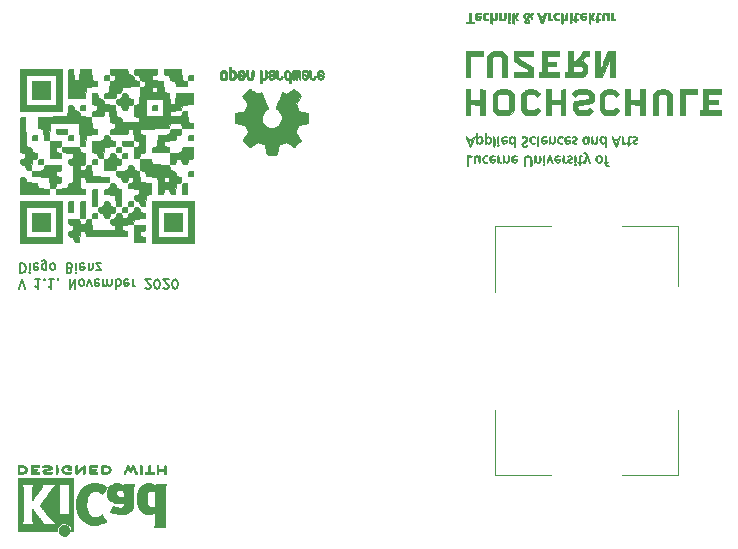
<source format=gbr>
%TF.GenerationSoftware,KiCad,Pcbnew,5.1.5+dfsg1-2build2*%
%TF.CreationDate,2020-11-12T16:10:00+01:00*%
%TF.ProjectId,tardigrade,74617264-6967-4726-9164-652e6b696361,V1.1*%
%TF.SameCoordinates,Original*%
%TF.FileFunction,Legend,Bot*%
%TF.FilePolarity,Positive*%
%FSLAX46Y46*%
G04 Gerber Fmt 4.6, Leading zero omitted, Abs format (unit mm)*
G04 Created by KiCad (PCBNEW 5.1.5+dfsg1-2build2) date 2020-11-12 16:10:00*
%MOMM*%
%LPD*%
G04 APERTURE LIST*
%ADD10C,0.150000*%
%ADD11C,0.010000*%
%ADD12C,0.100000*%
G04 APERTURE END LIST*
D10*
X119376390Y-48026895D02*
X119643057Y-47226895D01*
X119909723Y-48026895D01*
X121204961Y-47226895D02*
X120747819Y-47226895D01*
X120976390Y-47226895D02*
X120976390Y-48026895D01*
X120900200Y-47912609D01*
X120824009Y-47836419D01*
X120747819Y-47798323D01*
X121547819Y-47303085D02*
X121585914Y-47264990D01*
X121547819Y-47226895D01*
X121509723Y-47264990D01*
X121547819Y-47303085D01*
X121547819Y-47226895D01*
X122347819Y-47226895D02*
X121890676Y-47226895D01*
X122119247Y-47226895D02*
X122119247Y-48026895D01*
X122043057Y-47912609D01*
X121966866Y-47836419D01*
X121890676Y-47798323D01*
X122728771Y-47264990D02*
X122728771Y-47226895D01*
X122690676Y-47150704D01*
X122652580Y-47112609D01*
X123681152Y-47226895D02*
X123681152Y-48026895D01*
X124138295Y-47226895D01*
X124138295Y-48026895D01*
X124633533Y-47226895D02*
X124557342Y-47264990D01*
X124519247Y-47303085D01*
X124481152Y-47379276D01*
X124481152Y-47607847D01*
X124519247Y-47684038D01*
X124557342Y-47722133D01*
X124633533Y-47760228D01*
X124747819Y-47760228D01*
X124824009Y-47722133D01*
X124862104Y-47684038D01*
X124900200Y-47607847D01*
X124900200Y-47379276D01*
X124862104Y-47303085D01*
X124824009Y-47264990D01*
X124747819Y-47226895D01*
X124633533Y-47226895D01*
X125166866Y-47760228D02*
X125357342Y-47226895D01*
X125547819Y-47760228D01*
X126157342Y-47264990D02*
X126081152Y-47226895D01*
X125928771Y-47226895D01*
X125852580Y-47264990D01*
X125814485Y-47341180D01*
X125814485Y-47645942D01*
X125852580Y-47722133D01*
X125928771Y-47760228D01*
X126081152Y-47760228D01*
X126157342Y-47722133D01*
X126195438Y-47645942D01*
X126195438Y-47569752D01*
X125814485Y-47493561D01*
X126538295Y-47226895D02*
X126538295Y-47760228D01*
X126538295Y-47684038D02*
X126576390Y-47722133D01*
X126652580Y-47760228D01*
X126766866Y-47760228D01*
X126843057Y-47722133D01*
X126881152Y-47645942D01*
X126881152Y-47226895D01*
X126881152Y-47645942D02*
X126919247Y-47722133D01*
X126995438Y-47760228D01*
X127109723Y-47760228D01*
X127185914Y-47722133D01*
X127224009Y-47645942D01*
X127224009Y-47226895D01*
X127604961Y-47226895D02*
X127604961Y-48026895D01*
X127604961Y-47722133D02*
X127681152Y-47760228D01*
X127833533Y-47760228D01*
X127909723Y-47722133D01*
X127947819Y-47684038D01*
X127985914Y-47607847D01*
X127985914Y-47379276D01*
X127947819Y-47303085D01*
X127909723Y-47264990D01*
X127833533Y-47226895D01*
X127681152Y-47226895D01*
X127604961Y-47264990D01*
X128633533Y-47264990D02*
X128557342Y-47226895D01*
X128404961Y-47226895D01*
X128328771Y-47264990D01*
X128290676Y-47341180D01*
X128290676Y-47645942D01*
X128328771Y-47722133D01*
X128404961Y-47760228D01*
X128557342Y-47760228D01*
X128633533Y-47722133D01*
X128671628Y-47645942D01*
X128671628Y-47569752D01*
X128290676Y-47493561D01*
X129014485Y-47226895D02*
X129014485Y-47760228D01*
X129014485Y-47607847D02*
X129052580Y-47684038D01*
X129090676Y-47722133D01*
X129166866Y-47760228D01*
X129243057Y-47760228D01*
X130081152Y-47950704D02*
X130119247Y-47988800D01*
X130195438Y-48026895D01*
X130385914Y-48026895D01*
X130462104Y-47988800D01*
X130500200Y-47950704D01*
X130538295Y-47874514D01*
X130538295Y-47798323D01*
X130500200Y-47684038D01*
X130043057Y-47226895D01*
X130538295Y-47226895D01*
X131033533Y-48026895D02*
X131109723Y-48026895D01*
X131185914Y-47988800D01*
X131224009Y-47950704D01*
X131262104Y-47874514D01*
X131300200Y-47722133D01*
X131300200Y-47531657D01*
X131262104Y-47379276D01*
X131224009Y-47303085D01*
X131185914Y-47264990D01*
X131109723Y-47226895D01*
X131033533Y-47226895D01*
X130957342Y-47264990D01*
X130919247Y-47303085D01*
X130881152Y-47379276D01*
X130843057Y-47531657D01*
X130843057Y-47722133D01*
X130881152Y-47874514D01*
X130919247Y-47950704D01*
X130957342Y-47988800D01*
X131033533Y-48026895D01*
X131604961Y-47950704D02*
X131643057Y-47988800D01*
X131719247Y-48026895D01*
X131909723Y-48026895D01*
X131985914Y-47988800D01*
X132024009Y-47950704D01*
X132062104Y-47874514D01*
X132062104Y-47798323D01*
X132024009Y-47684038D01*
X131566866Y-47226895D01*
X132062104Y-47226895D01*
X132557342Y-48026895D02*
X132633533Y-48026895D01*
X132709723Y-47988800D01*
X132747819Y-47950704D01*
X132785914Y-47874514D01*
X132824009Y-47722133D01*
X132824009Y-47531657D01*
X132785914Y-47379276D01*
X132747819Y-47303085D01*
X132709723Y-47264990D01*
X132633533Y-47226895D01*
X132557342Y-47226895D01*
X132481152Y-47264990D01*
X132443057Y-47303085D01*
X132404961Y-47379276D01*
X132366866Y-47531657D01*
X132366866Y-47722133D01*
X132404961Y-47874514D01*
X132443057Y-47950704D01*
X132481152Y-47988800D01*
X132557342Y-48026895D01*
X119490676Y-45876895D02*
X119490676Y-46676895D01*
X119681152Y-46676895D01*
X119795438Y-46638800D01*
X119871628Y-46562609D01*
X119909723Y-46486419D01*
X119947819Y-46334038D01*
X119947819Y-46219752D01*
X119909723Y-46067371D01*
X119871628Y-45991180D01*
X119795438Y-45914990D01*
X119681152Y-45876895D01*
X119490676Y-45876895D01*
X120290676Y-45876895D02*
X120290676Y-46410228D01*
X120290676Y-46676895D02*
X120252580Y-46638800D01*
X120290676Y-46600704D01*
X120328771Y-46638800D01*
X120290676Y-46676895D01*
X120290676Y-46600704D01*
X120976390Y-45914990D02*
X120900200Y-45876895D01*
X120747819Y-45876895D01*
X120671628Y-45914990D01*
X120633533Y-45991180D01*
X120633533Y-46295942D01*
X120671628Y-46372133D01*
X120747819Y-46410228D01*
X120900200Y-46410228D01*
X120976390Y-46372133D01*
X121014485Y-46295942D01*
X121014485Y-46219752D01*
X120633533Y-46143561D01*
X121700200Y-46410228D02*
X121700200Y-45762609D01*
X121662104Y-45686419D01*
X121624009Y-45648323D01*
X121547819Y-45610228D01*
X121433533Y-45610228D01*
X121357342Y-45648323D01*
X121700200Y-45914990D02*
X121624009Y-45876895D01*
X121471628Y-45876895D01*
X121395438Y-45914990D01*
X121357342Y-45953085D01*
X121319247Y-46029276D01*
X121319247Y-46257847D01*
X121357342Y-46334038D01*
X121395438Y-46372133D01*
X121471628Y-46410228D01*
X121624009Y-46410228D01*
X121700200Y-46372133D01*
X122195438Y-45876895D02*
X122119247Y-45914990D01*
X122081152Y-45953085D01*
X122043057Y-46029276D01*
X122043057Y-46257847D01*
X122081152Y-46334038D01*
X122119247Y-46372133D01*
X122195438Y-46410228D01*
X122309723Y-46410228D01*
X122385914Y-46372133D01*
X122424009Y-46334038D01*
X122462104Y-46257847D01*
X122462104Y-46029276D01*
X122424009Y-45953085D01*
X122385914Y-45914990D01*
X122309723Y-45876895D01*
X122195438Y-45876895D01*
X123681152Y-46295942D02*
X123795438Y-46257847D01*
X123833533Y-46219752D01*
X123871628Y-46143561D01*
X123871628Y-46029276D01*
X123833533Y-45953085D01*
X123795438Y-45914990D01*
X123719247Y-45876895D01*
X123414485Y-45876895D01*
X123414485Y-46676895D01*
X123681152Y-46676895D01*
X123757342Y-46638800D01*
X123795438Y-46600704D01*
X123833533Y-46524514D01*
X123833533Y-46448323D01*
X123795438Y-46372133D01*
X123757342Y-46334038D01*
X123681152Y-46295942D01*
X123414485Y-46295942D01*
X124214485Y-45876895D02*
X124214485Y-46410228D01*
X124214485Y-46676895D02*
X124176390Y-46638800D01*
X124214485Y-46600704D01*
X124252580Y-46638800D01*
X124214485Y-46676895D01*
X124214485Y-46600704D01*
X124900200Y-45914990D02*
X124824009Y-45876895D01*
X124671628Y-45876895D01*
X124595438Y-45914990D01*
X124557342Y-45991180D01*
X124557342Y-46295942D01*
X124595438Y-46372133D01*
X124671628Y-46410228D01*
X124824009Y-46410228D01*
X124900200Y-46372133D01*
X124938295Y-46295942D01*
X124938295Y-46219752D01*
X124557342Y-46143561D01*
X125281152Y-46410228D02*
X125281152Y-45876895D01*
X125281152Y-46334038D02*
X125319247Y-46372133D01*
X125395438Y-46410228D01*
X125509723Y-46410228D01*
X125585914Y-46372133D01*
X125624009Y-46295942D01*
X125624009Y-45876895D01*
X125928771Y-46410228D02*
X126347819Y-46410228D01*
X125928771Y-45876895D01*
X126347819Y-45876895D01*
D11*
%TO.C,REF\002A\002A*%
G36*
X140932578Y-36656024D02*
G01*
X141038312Y-36655445D01*
X141114832Y-36653878D01*
X141167072Y-36650828D01*
X141199963Y-36645804D01*
X141218437Y-36638311D01*
X141227427Y-36627856D01*
X141231863Y-36613947D01*
X141232294Y-36612146D01*
X141239033Y-36579655D01*
X141251508Y-36515548D01*
X141268419Y-36426649D01*
X141288471Y-36319781D01*
X141310364Y-36201767D01*
X141311129Y-36197622D01*
X141333059Y-36081969D01*
X141353577Y-35979786D01*
X141371359Y-35897202D01*
X141385081Y-35840344D01*
X141393418Y-35815342D01*
X141393816Y-35814899D01*
X141418377Y-35802690D01*
X141469015Y-35782344D01*
X141534795Y-35758255D01*
X141535161Y-35758126D01*
X141618017Y-35726982D01*
X141715700Y-35687309D01*
X141807777Y-35647419D01*
X141812134Y-35645447D01*
X141962107Y-35577380D01*
X142294198Y-35804161D01*
X142396074Y-35873296D01*
X142488357Y-35935103D01*
X142565703Y-35986067D01*
X142622764Y-36022673D01*
X142654195Y-36041406D01*
X142657179Y-36042796D01*
X142680021Y-36036610D01*
X142722682Y-36006765D01*
X142786828Y-35951853D01*
X142874121Y-35870466D01*
X142963235Y-35783878D01*
X143049141Y-35698553D01*
X143126027Y-35620692D01*
X143189264Y-35555103D01*
X143234223Y-35506595D01*
X143256276Y-35479975D01*
X143257096Y-35478605D01*
X143259534Y-35460337D01*
X143250350Y-35430505D01*
X143227274Y-35385079D01*
X143188037Y-35320030D01*
X143130370Y-35231330D01*
X143053495Y-35117143D01*
X142985270Y-35016638D01*
X142924282Y-34926497D01*
X142874056Y-34851951D01*
X142838116Y-34798235D01*
X142819987Y-34770582D01*
X142818846Y-34768705D01*
X142821059Y-34742210D01*
X142837838Y-34690714D01*
X142865842Y-34623949D01*
X142875822Y-34602628D01*
X142919372Y-34507641D01*
X142965834Y-34399863D01*
X143003577Y-34306608D01*
X143030773Y-34237394D01*
X143052375Y-34184794D01*
X143064858Y-34157303D01*
X143066409Y-34155184D01*
X143089368Y-34151676D01*
X143143486Y-34142062D01*
X143221568Y-34127711D01*
X143316419Y-34109993D01*
X143420843Y-34090275D01*
X143527644Y-34069926D01*
X143629626Y-34050314D01*
X143719594Y-34032809D01*
X143790353Y-34018778D01*
X143834706Y-34009591D01*
X143845585Y-34006993D01*
X143856822Y-34000582D01*
X143865305Y-33986103D01*
X143871414Y-33958667D01*
X143875532Y-33913389D01*
X143878041Y-33845380D01*
X143879321Y-33749753D01*
X143879754Y-33621620D01*
X143879777Y-33569099D01*
X143879777Y-33141955D01*
X143777200Y-33121709D01*
X143720131Y-33110730D01*
X143634969Y-33094705D01*
X143532072Y-33075567D01*
X143421796Y-33055249D01*
X143391315Y-33049668D01*
X143289555Y-33029883D01*
X143200905Y-33010427D01*
X143132808Y-32993103D01*
X143092704Y-32979712D01*
X143086023Y-32975721D01*
X143069619Y-32947458D01*
X143046099Y-32892691D01*
X143020016Y-32822212D01*
X143014842Y-32807031D01*
X142980656Y-32712904D01*
X142938223Y-32606699D01*
X142896697Y-32511327D01*
X142896492Y-32510884D01*
X142827340Y-32361275D01*
X143282212Y-31692183D01*
X142990200Y-31399684D01*
X142901880Y-31312630D01*
X142821325Y-31235891D01*
X142753060Y-31173563D01*
X142701608Y-31129744D01*
X142671494Y-31108530D01*
X142667174Y-31107184D01*
X142641811Y-31117784D01*
X142590058Y-31147253D01*
X142517568Y-31192095D01*
X142429994Y-31248816D01*
X142335312Y-31312338D01*
X142239216Y-31377132D01*
X142153537Y-31433513D01*
X142083716Y-31478012D01*
X142035194Y-31507161D01*
X142013482Y-31517492D01*
X141986993Y-31508750D01*
X141936762Y-31485713D01*
X141873151Y-31453169D01*
X141866408Y-31449551D01*
X141780746Y-31406590D01*
X141722006Y-31385521D01*
X141685472Y-31385297D01*
X141666431Y-31404872D01*
X141666320Y-31405146D01*
X141656802Y-31428328D01*
X141634103Y-31483359D01*
X141599982Y-31565978D01*
X141556200Y-31671928D01*
X141504516Y-31796948D01*
X141446692Y-31936780D01*
X141390691Y-32072163D01*
X141329147Y-32221566D01*
X141272639Y-32359968D01*
X141222861Y-32483127D01*
X141181506Y-32586798D01*
X141150268Y-32666741D01*
X141130841Y-32718712D01*
X141124854Y-32738108D01*
X141139868Y-32760357D01*
X141179139Y-32795818D01*
X141231507Y-32834913D01*
X141380641Y-32958555D01*
X141497211Y-33100278D01*
X141579818Y-33257096D01*
X141627066Y-33426025D01*
X141637557Y-33604078D01*
X141629931Y-33686261D01*
X141588382Y-33856769D01*
X141516823Y-34007341D01*
X141419695Y-34136491D01*
X141301434Y-34242736D01*
X141166480Y-34324590D01*
X141019271Y-34380568D01*
X140864244Y-34409185D01*
X140705839Y-34408956D01*
X140548494Y-34378395D01*
X140396646Y-34316018D01*
X140254735Y-34220340D01*
X140195503Y-34166228D01*
X140081903Y-34027280D01*
X140002806Y-33875439D01*
X139957686Y-33715133D01*
X139946016Y-33550788D01*
X139967269Y-33386829D01*
X140020920Y-33227682D01*
X140106440Y-33077775D01*
X140223305Y-32941533D01*
X140353893Y-32834913D01*
X140408288Y-32794158D01*
X140446714Y-32759082D01*
X140460546Y-32738074D01*
X140453303Y-32715165D01*
X140432705Y-32660435D01*
X140400446Y-32578128D01*
X140358221Y-32472485D01*
X140307723Y-32347750D01*
X140250648Y-32208164D01*
X140194554Y-32072130D01*
X140132667Y-31922599D01*
X140075344Y-31784033D01*
X140024344Y-31660693D01*
X139981427Y-31556836D01*
X139948353Y-31476720D01*
X139926881Y-31424605D01*
X139918925Y-31405146D01*
X139900129Y-31385377D01*
X139863774Y-31385435D01*
X139805179Y-31406359D01*
X139719668Y-31449187D01*
X139718992Y-31449551D01*
X139654607Y-31482788D01*
X139602561Y-31506998D01*
X139573212Y-31517396D01*
X139571917Y-31517492D01*
X139549824Y-31506945D01*
X139501048Y-31477616D01*
X139431031Y-31432973D01*
X139345214Y-31376486D01*
X139250088Y-31312338D01*
X139153240Y-31247389D01*
X139065953Y-31190904D01*
X138993881Y-31146379D01*
X138942677Y-31117310D01*
X138918226Y-31107184D01*
X138895710Y-31120493D01*
X138850442Y-31157688D01*
X138786944Y-31214672D01*
X138709739Y-31287351D01*
X138623351Y-31371629D01*
X138595099Y-31399784D01*
X138302987Y-31692384D01*
X138525331Y-32018696D01*
X138592902Y-32118903D01*
X138652207Y-32208837D01*
X138699917Y-32283290D01*
X138732707Y-32337049D01*
X138747248Y-32364906D01*
X138747674Y-32366888D01*
X138740008Y-32393145D01*
X138719389Y-32445963D01*
X138689385Y-32516490D01*
X138668325Y-32563707D01*
X138628948Y-32654106D01*
X138591865Y-32745434D01*
X138563115Y-32822600D01*
X138555305Y-32846108D01*
X138533117Y-32908884D01*
X138511427Y-32957389D01*
X138499513Y-32975721D01*
X138473223Y-32986941D01*
X138415842Y-33002846D01*
X138334818Y-33021633D01*
X138237595Y-33041501D01*
X138194085Y-33049668D01*
X138083596Y-33069971D01*
X137977616Y-33089630D01*
X137886501Y-33106712D01*
X137820608Y-33119282D01*
X137808200Y-33121709D01*
X137705623Y-33141955D01*
X137705623Y-33569099D01*
X137705853Y-33709554D01*
X137706799Y-33815821D01*
X137708841Y-33892787D01*
X137712362Y-33945340D01*
X137717743Y-33978367D01*
X137725366Y-33996755D01*
X137735612Y-34005392D01*
X137739815Y-34006993D01*
X137765170Y-34012673D01*
X137821184Y-34024005D01*
X137900664Y-34039621D01*
X137996412Y-34058153D01*
X138101233Y-34078231D01*
X138207932Y-34098488D01*
X138309313Y-34117554D01*
X138398179Y-34134061D01*
X138467337Y-34146641D01*
X138509589Y-34153925D01*
X138518990Y-34155184D01*
X138527507Y-34172037D01*
X138546360Y-34216930D01*
X138572024Y-34281370D01*
X138581823Y-34306608D01*
X138621348Y-34404114D01*
X138667892Y-34511841D01*
X138709577Y-34602628D01*
X138740250Y-34672047D01*
X138760656Y-34729090D01*
X138767468Y-34764023D01*
X138766382Y-34768705D01*
X138751985Y-34790809D01*
X138719112Y-34839969D01*
X138671290Y-34910952D01*
X138612048Y-34998522D01*
X138544915Y-35097443D01*
X138531641Y-35116970D01*
X138453746Y-35232660D01*
X138396487Y-35320756D01*
X138357581Y-35385314D01*
X138334744Y-35430389D01*
X138325694Y-35460037D01*
X138328148Y-35478315D01*
X138328211Y-35478431D01*
X138347527Y-35502439D01*
X138390251Y-35548853D01*
X138451751Y-35612863D01*
X138527398Y-35689655D01*
X138612561Y-35774418D01*
X138622165Y-35783878D01*
X138729490Y-35887811D01*
X138812315Y-35964125D01*
X138872305Y-36014229D01*
X138911123Y-36039530D01*
X138928220Y-36042796D01*
X138953173Y-36028550D01*
X139004955Y-35995644D01*
X139078220Y-35947592D01*
X139167620Y-35887910D01*
X139267811Y-35820112D01*
X139291201Y-35804161D01*
X139623293Y-35577380D01*
X139773265Y-35645447D01*
X139864470Y-35685115D01*
X139962369Y-35725009D01*
X140046531Y-35756817D01*
X140050238Y-35758126D01*
X140116069Y-35782224D01*
X140166816Y-35802600D01*
X140191542Y-35814864D01*
X140191584Y-35814899D01*
X140199429Y-35837066D01*
X140212766Y-35891583D01*
X140230270Y-35972320D01*
X140250617Y-36073150D01*
X140272482Y-36187944D01*
X140274271Y-36197622D01*
X140296204Y-36315896D01*
X140316340Y-36423258D01*
X140333380Y-36512883D01*
X140346028Y-36577949D01*
X140352984Y-36611632D01*
X140353106Y-36612146D01*
X140357339Y-36626475D01*
X140365571Y-36637293D01*
X140382733Y-36645094D01*
X140413758Y-36650371D01*
X140463578Y-36653618D01*
X140537124Y-36655328D01*
X140639329Y-36655993D01*
X140775125Y-36656107D01*
X140792700Y-36656108D01*
X140932578Y-36656024D01*
G37*
X140932578Y-36656024D02*
X141038312Y-36655445D01*
X141114832Y-36653878D01*
X141167072Y-36650828D01*
X141199963Y-36645804D01*
X141218437Y-36638311D01*
X141227427Y-36627856D01*
X141231863Y-36613947D01*
X141232294Y-36612146D01*
X141239033Y-36579655D01*
X141251508Y-36515548D01*
X141268419Y-36426649D01*
X141288471Y-36319781D01*
X141310364Y-36201767D01*
X141311129Y-36197622D01*
X141333059Y-36081969D01*
X141353577Y-35979786D01*
X141371359Y-35897202D01*
X141385081Y-35840344D01*
X141393418Y-35815342D01*
X141393816Y-35814899D01*
X141418377Y-35802690D01*
X141469015Y-35782344D01*
X141534795Y-35758255D01*
X141535161Y-35758126D01*
X141618017Y-35726982D01*
X141715700Y-35687309D01*
X141807777Y-35647419D01*
X141812134Y-35645447D01*
X141962107Y-35577380D01*
X142294198Y-35804161D01*
X142396074Y-35873296D01*
X142488357Y-35935103D01*
X142565703Y-35986067D01*
X142622764Y-36022673D01*
X142654195Y-36041406D01*
X142657179Y-36042796D01*
X142680021Y-36036610D01*
X142722682Y-36006765D01*
X142786828Y-35951853D01*
X142874121Y-35870466D01*
X142963235Y-35783878D01*
X143049141Y-35698553D01*
X143126027Y-35620692D01*
X143189264Y-35555103D01*
X143234223Y-35506595D01*
X143256276Y-35479975D01*
X143257096Y-35478605D01*
X143259534Y-35460337D01*
X143250350Y-35430505D01*
X143227274Y-35385079D01*
X143188037Y-35320030D01*
X143130370Y-35231330D01*
X143053495Y-35117143D01*
X142985270Y-35016638D01*
X142924282Y-34926497D01*
X142874056Y-34851951D01*
X142838116Y-34798235D01*
X142819987Y-34770582D01*
X142818846Y-34768705D01*
X142821059Y-34742210D01*
X142837838Y-34690714D01*
X142865842Y-34623949D01*
X142875822Y-34602628D01*
X142919372Y-34507641D01*
X142965834Y-34399863D01*
X143003577Y-34306608D01*
X143030773Y-34237394D01*
X143052375Y-34184794D01*
X143064858Y-34157303D01*
X143066409Y-34155184D01*
X143089368Y-34151676D01*
X143143486Y-34142062D01*
X143221568Y-34127711D01*
X143316419Y-34109993D01*
X143420843Y-34090275D01*
X143527644Y-34069926D01*
X143629626Y-34050314D01*
X143719594Y-34032809D01*
X143790353Y-34018778D01*
X143834706Y-34009591D01*
X143845585Y-34006993D01*
X143856822Y-34000582D01*
X143865305Y-33986103D01*
X143871414Y-33958667D01*
X143875532Y-33913389D01*
X143878041Y-33845380D01*
X143879321Y-33749753D01*
X143879754Y-33621620D01*
X143879777Y-33569099D01*
X143879777Y-33141955D01*
X143777200Y-33121709D01*
X143720131Y-33110730D01*
X143634969Y-33094705D01*
X143532072Y-33075567D01*
X143421796Y-33055249D01*
X143391315Y-33049668D01*
X143289555Y-33029883D01*
X143200905Y-33010427D01*
X143132808Y-32993103D01*
X143092704Y-32979712D01*
X143086023Y-32975721D01*
X143069619Y-32947458D01*
X143046099Y-32892691D01*
X143020016Y-32822212D01*
X143014842Y-32807031D01*
X142980656Y-32712904D01*
X142938223Y-32606699D01*
X142896697Y-32511327D01*
X142896492Y-32510884D01*
X142827340Y-32361275D01*
X143282212Y-31692183D01*
X142990200Y-31399684D01*
X142901880Y-31312630D01*
X142821325Y-31235891D01*
X142753060Y-31173563D01*
X142701608Y-31129744D01*
X142671494Y-31108530D01*
X142667174Y-31107184D01*
X142641811Y-31117784D01*
X142590058Y-31147253D01*
X142517568Y-31192095D01*
X142429994Y-31248816D01*
X142335312Y-31312338D01*
X142239216Y-31377132D01*
X142153537Y-31433513D01*
X142083716Y-31478012D01*
X142035194Y-31507161D01*
X142013482Y-31517492D01*
X141986993Y-31508750D01*
X141936762Y-31485713D01*
X141873151Y-31453169D01*
X141866408Y-31449551D01*
X141780746Y-31406590D01*
X141722006Y-31385521D01*
X141685472Y-31385297D01*
X141666431Y-31404872D01*
X141666320Y-31405146D01*
X141656802Y-31428328D01*
X141634103Y-31483359D01*
X141599982Y-31565978D01*
X141556200Y-31671928D01*
X141504516Y-31796948D01*
X141446692Y-31936780D01*
X141390691Y-32072163D01*
X141329147Y-32221566D01*
X141272639Y-32359968D01*
X141222861Y-32483127D01*
X141181506Y-32586798D01*
X141150268Y-32666741D01*
X141130841Y-32718712D01*
X141124854Y-32738108D01*
X141139868Y-32760357D01*
X141179139Y-32795818D01*
X141231507Y-32834913D01*
X141380641Y-32958555D01*
X141497211Y-33100278D01*
X141579818Y-33257096D01*
X141627066Y-33426025D01*
X141637557Y-33604078D01*
X141629931Y-33686261D01*
X141588382Y-33856769D01*
X141516823Y-34007341D01*
X141419695Y-34136491D01*
X141301434Y-34242736D01*
X141166480Y-34324590D01*
X141019271Y-34380568D01*
X140864244Y-34409185D01*
X140705839Y-34408956D01*
X140548494Y-34378395D01*
X140396646Y-34316018D01*
X140254735Y-34220340D01*
X140195503Y-34166228D01*
X140081903Y-34027280D01*
X140002806Y-33875439D01*
X139957686Y-33715133D01*
X139946016Y-33550788D01*
X139967269Y-33386829D01*
X140020920Y-33227682D01*
X140106440Y-33077775D01*
X140223305Y-32941533D01*
X140353893Y-32834913D01*
X140408288Y-32794158D01*
X140446714Y-32759082D01*
X140460546Y-32738074D01*
X140453303Y-32715165D01*
X140432705Y-32660435D01*
X140400446Y-32578128D01*
X140358221Y-32472485D01*
X140307723Y-32347750D01*
X140250648Y-32208164D01*
X140194554Y-32072130D01*
X140132667Y-31922599D01*
X140075344Y-31784033D01*
X140024344Y-31660693D01*
X139981427Y-31556836D01*
X139948353Y-31476720D01*
X139926881Y-31424605D01*
X139918925Y-31405146D01*
X139900129Y-31385377D01*
X139863774Y-31385435D01*
X139805179Y-31406359D01*
X139719668Y-31449187D01*
X139718992Y-31449551D01*
X139654607Y-31482788D01*
X139602561Y-31506998D01*
X139573212Y-31517396D01*
X139571917Y-31517492D01*
X139549824Y-31506945D01*
X139501048Y-31477616D01*
X139431031Y-31432973D01*
X139345214Y-31376486D01*
X139250088Y-31312338D01*
X139153240Y-31247389D01*
X139065953Y-31190904D01*
X138993881Y-31146379D01*
X138942677Y-31117310D01*
X138918226Y-31107184D01*
X138895710Y-31120493D01*
X138850442Y-31157688D01*
X138786944Y-31214672D01*
X138709739Y-31287351D01*
X138623351Y-31371629D01*
X138595099Y-31399784D01*
X138302987Y-31692384D01*
X138525331Y-32018696D01*
X138592902Y-32118903D01*
X138652207Y-32208837D01*
X138699917Y-32283290D01*
X138732707Y-32337049D01*
X138747248Y-32364906D01*
X138747674Y-32366888D01*
X138740008Y-32393145D01*
X138719389Y-32445963D01*
X138689385Y-32516490D01*
X138668325Y-32563707D01*
X138628948Y-32654106D01*
X138591865Y-32745434D01*
X138563115Y-32822600D01*
X138555305Y-32846108D01*
X138533117Y-32908884D01*
X138511427Y-32957389D01*
X138499513Y-32975721D01*
X138473223Y-32986941D01*
X138415842Y-33002846D01*
X138334818Y-33021633D01*
X138237595Y-33041501D01*
X138194085Y-33049668D01*
X138083596Y-33069971D01*
X137977616Y-33089630D01*
X137886501Y-33106712D01*
X137820608Y-33119282D01*
X137808200Y-33121709D01*
X137705623Y-33141955D01*
X137705623Y-33569099D01*
X137705853Y-33709554D01*
X137706799Y-33815821D01*
X137708841Y-33892787D01*
X137712362Y-33945340D01*
X137717743Y-33978367D01*
X137725366Y-33996755D01*
X137735612Y-34005392D01*
X137739815Y-34006993D01*
X137765170Y-34012673D01*
X137821184Y-34024005D01*
X137900664Y-34039621D01*
X137996412Y-34058153D01*
X138101233Y-34078231D01*
X138207932Y-34098488D01*
X138309313Y-34117554D01*
X138398179Y-34134061D01*
X138467337Y-34146641D01*
X138509589Y-34153925D01*
X138518990Y-34155184D01*
X138527507Y-34172037D01*
X138546360Y-34216930D01*
X138572024Y-34281370D01*
X138581823Y-34306608D01*
X138621348Y-34404114D01*
X138667892Y-34511841D01*
X138709577Y-34602628D01*
X138740250Y-34672047D01*
X138760656Y-34729090D01*
X138767468Y-34764023D01*
X138766382Y-34768705D01*
X138751985Y-34790809D01*
X138719112Y-34839969D01*
X138671290Y-34910952D01*
X138612048Y-34998522D01*
X138544915Y-35097443D01*
X138531641Y-35116970D01*
X138453746Y-35232660D01*
X138396487Y-35320756D01*
X138357581Y-35385314D01*
X138334744Y-35430389D01*
X138325694Y-35460037D01*
X138328148Y-35478315D01*
X138328211Y-35478431D01*
X138347527Y-35502439D01*
X138390251Y-35548853D01*
X138451751Y-35612863D01*
X138527398Y-35689655D01*
X138612561Y-35774418D01*
X138622165Y-35783878D01*
X138729490Y-35887811D01*
X138812315Y-35964125D01*
X138872305Y-36014229D01*
X138911123Y-36039530D01*
X138928220Y-36042796D01*
X138953173Y-36028550D01*
X139004955Y-35995644D01*
X139078220Y-35947592D01*
X139167620Y-35887910D01*
X139267811Y-35820112D01*
X139291201Y-35804161D01*
X139623293Y-35577380D01*
X139773265Y-35645447D01*
X139864470Y-35685115D01*
X139962369Y-35725009D01*
X140046531Y-35756817D01*
X140050238Y-35758126D01*
X140116069Y-35782224D01*
X140166816Y-35802600D01*
X140191542Y-35814864D01*
X140191584Y-35814899D01*
X140199429Y-35837066D01*
X140212766Y-35891583D01*
X140230270Y-35972320D01*
X140250617Y-36073150D01*
X140272482Y-36187944D01*
X140274271Y-36197622D01*
X140296204Y-36315896D01*
X140316340Y-36423258D01*
X140333380Y-36512883D01*
X140346028Y-36577949D01*
X140352984Y-36611632D01*
X140353106Y-36612146D01*
X140357339Y-36626475D01*
X140365571Y-36637293D01*
X140382733Y-36645094D01*
X140413758Y-36650371D01*
X140463578Y-36653618D01*
X140537124Y-36655328D01*
X140639329Y-36655993D01*
X140775125Y-36656107D01*
X140792700Y-36656108D01*
X140932578Y-36656024D01*
G36*
X145037924Y-30295962D02*
G01*
X145115228Y-30245439D01*
X145152514Y-30200210D01*
X145182053Y-30118137D01*
X145184399Y-30053193D01*
X145179085Y-29966355D01*
X144978815Y-29878697D01*
X144881439Y-29833913D01*
X144817813Y-29797887D01*
X144784729Y-29766683D01*
X144778980Y-29736364D01*
X144797358Y-29702995D01*
X144817623Y-29680877D01*
X144876589Y-29645407D01*
X144940724Y-29642921D01*
X144999626Y-29670565D01*
X145042897Y-29725480D01*
X145050636Y-29744872D01*
X145087706Y-29805436D01*
X145130354Y-29831248D01*
X145188854Y-29853329D01*
X145188854Y-29769616D01*
X145183682Y-29712650D01*
X145163423Y-29664611D01*
X145120962Y-29609454D01*
X145114651Y-29602286D01*
X145067420Y-29553215D01*
X145026821Y-29526880D01*
X144976028Y-29514765D01*
X144933920Y-29510797D01*
X144858602Y-29509809D01*
X144804986Y-29522334D01*
X144771538Y-29540931D01*
X144718968Y-29581825D01*
X144682579Y-29626052D01*
X144659550Y-29681674D01*
X144647059Y-29756753D01*
X144642287Y-29859351D01*
X144641906Y-29911424D01*
X144643201Y-29973852D01*
X144761171Y-29973852D01*
X144762539Y-29940362D01*
X144765949Y-29934877D01*
X144788453Y-29942328D01*
X144836882Y-29962047D01*
X144901608Y-29990082D01*
X144915143Y-29996108D01*
X144996944Y-30037704D01*
X145042012Y-30074262D01*
X145051917Y-30108504D01*
X145028226Y-30143152D01*
X145008660Y-30158461D01*
X144938060Y-30189079D01*
X144871980Y-30184020D01*
X144816659Y-30146649D01*
X144778336Y-30080327D01*
X144766049Y-30027684D01*
X144761171Y-29973852D01*
X144643201Y-29973852D01*
X144644430Y-30033080D01*
X144653732Y-30123090D01*
X144672160Y-30188633D01*
X144702060Y-30236888D01*
X144745780Y-30275033D01*
X144764841Y-30287360D01*
X144851426Y-30319464D01*
X144946222Y-30321484D01*
X145037924Y-30295962D01*
G37*
X145037924Y-30295962D02*
X145115228Y-30245439D01*
X145152514Y-30200210D01*
X145182053Y-30118137D01*
X145184399Y-30053193D01*
X145179085Y-29966355D01*
X144978815Y-29878697D01*
X144881439Y-29833913D01*
X144817813Y-29797887D01*
X144784729Y-29766683D01*
X144778980Y-29736364D01*
X144797358Y-29702995D01*
X144817623Y-29680877D01*
X144876589Y-29645407D01*
X144940724Y-29642921D01*
X144999626Y-29670565D01*
X145042897Y-29725480D01*
X145050636Y-29744872D01*
X145087706Y-29805436D01*
X145130354Y-29831248D01*
X145188854Y-29853329D01*
X145188854Y-29769616D01*
X145183682Y-29712650D01*
X145163423Y-29664611D01*
X145120962Y-29609454D01*
X145114651Y-29602286D01*
X145067420Y-29553215D01*
X145026821Y-29526880D01*
X144976028Y-29514765D01*
X144933920Y-29510797D01*
X144858602Y-29509809D01*
X144804986Y-29522334D01*
X144771538Y-29540931D01*
X144718968Y-29581825D01*
X144682579Y-29626052D01*
X144659550Y-29681674D01*
X144647059Y-29756753D01*
X144642287Y-29859351D01*
X144641906Y-29911424D01*
X144643201Y-29973852D01*
X144761171Y-29973852D01*
X144762539Y-29940362D01*
X144765949Y-29934877D01*
X144788453Y-29942328D01*
X144836882Y-29962047D01*
X144901608Y-29990082D01*
X144915143Y-29996108D01*
X144996944Y-30037704D01*
X145042012Y-30074262D01*
X145051917Y-30108504D01*
X145028226Y-30143152D01*
X145008660Y-30158461D01*
X144938060Y-30189079D01*
X144871980Y-30184020D01*
X144816659Y-30146649D01*
X144778336Y-30080327D01*
X144766049Y-30027684D01*
X144761171Y-29973852D01*
X144643201Y-29973852D01*
X144644430Y-30033080D01*
X144653732Y-30123090D01*
X144672160Y-30188633D01*
X144702060Y-30236888D01*
X144745780Y-30275033D01*
X144764841Y-30287360D01*
X144851426Y-30319464D01*
X144946222Y-30321484D01*
X145037924Y-30295962D01*
G36*
X144363507Y-30307018D02*
G01*
X144386861Y-30296812D01*
X144442602Y-30252666D01*
X144490269Y-30188833D01*
X144519748Y-30120713D01*
X144524546Y-30087130D01*
X144508460Y-30040244D01*
X144473175Y-30015435D01*
X144435344Y-30000413D01*
X144418021Y-29997645D01*
X144409586Y-30017734D01*
X144392930Y-30061449D01*
X144385623Y-30081202D01*
X144344648Y-30149529D01*
X144285322Y-30183609D01*
X144209252Y-30182561D01*
X144203618Y-30181219D01*
X144163005Y-30161964D01*
X144133148Y-30124425D01*
X144112755Y-30063991D01*
X144100536Y-29976049D01*
X144095200Y-29855987D01*
X144094700Y-29792102D01*
X144094452Y-29691397D01*
X144092826Y-29622746D01*
X144088501Y-29579127D01*
X144080154Y-29553518D01*
X144066465Y-29538897D01*
X144046111Y-29528242D01*
X144044934Y-29527705D01*
X144005738Y-29511133D01*
X143986319Y-29505031D01*
X143983335Y-29523481D01*
X143980781Y-29574477D01*
X143978840Y-29651492D01*
X143977697Y-29747995D01*
X143977469Y-29818616D01*
X143978632Y-29955275D01*
X143983179Y-30058949D01*
X143992699Y-30135692D01*
X144008781Y-30191554D01*
X144033013Y-30232588D01*
X144066986Y-30264846D01*
X144100533Y-30287360D01*
X144181199Y-30317324D01*
X144275081Y-30324082D01*
X144363507Y-30307018D01*
G37*
X144363507Y-30307018D02*
X144386861Y-30296812D01*
X144442602Y-30252666D01*
X144490269Y-30188833D01*
X144519748Y-30120713D01*
X144524546Y-30087130D01*
X144508460Y-30040244D01*
X144473175Y-30015435D01*
X144435344Y-30000413D01*
X144418021Y-29997645D01*
X144409586Y-30017734D01*
X144392930Y-30061449D01*
X144385623Y-30081202D01*
X144344648Y-30149529D01*
X144285322Y-30183609D01*
X144209252Y-30182561D01*
X144203618Y-30181219D01*
X144163005Y-30161964D01*
X144133148Y-30124425D01*
X144112755Y-30063991D01*
X144100536Y-29976049D01*
X144095200Y-29855987D01*
X144094700Y-29792102D01*
X144094452Y-29691397D01*
X144092826Y-29622746D01*
X144088501Y-29579127D01*
X144080154Y-29553518D01*
X144066465Y-29538897D01*
X144046111Y-29528242D01*
X144044934Y-29527705D01*
X144005738Y-29511133D01*
X143986319Y-29505031D01*
X143983335Y-29523481D01*
X143980781Y-29574477D01*
X143978840Y-29651492D01*
X143977697Y-29747995D01*
X143977469Y-29818616D01*
X143978632Y-29955275D01*
X143983179Y-30058949D01*
X143992699Y-30135692D01*
X144008781Y-30191554D01*
X144033013Y-30232588D01*
X144066986Y-30264846D01*
X144100533Y-30287360D01*
X144181199Y-30317324D01*
X144275081Y-30324082D01*
X144363507Y-30307018D01*
G36*
X143680033Y-30310272D02*
G01*
X143736290Y-30284683D01*
X143780447Y-30253676D01*
X143812801Y-30219005D01*
X143835138Y-30174280D01*
X143849246Y-30113108D01*
X143856911Y-30029099D01*
X143859920Y-29915860D01*
X143860238Y-29841291D01*
X143860238Y-29550380D01*
X143810473Y-29527705D01*
X143771276Y-29511133D01*
X143751857Y-29505031D01*
X143748142Y-29523190D01*
X143745195Y-29572152D01*
X143743391Y-29643647D01*
X143743008Y-29700415D01*
X143741361Y-29782429D01*
X143736922Y-29847491D01*
X143730440Y-29887333D01*
X143725290Y-29895800D01*
X143690677Y-29887154D01*
X143636340Y-29864977D01*
X143573422Y-29834914D01*
X143513068Y-29802608D01*
X143466421Y-29773702D01*
X143444626Y-29753839D01*
X143444539Y-29753625D01*
X143446414Y-29716865D01*
X143463225Y-29681774D01*
X143492739Y-29653272D01*
X143535816Y-29643739D01*
X143572632Y-29644850D01*
X143624774Y-29645667D01*
X143652144Y-29633451D01*
X143668582Y-29601176D01*
X143670655Y-29595090D01*
X143677781Y-29549061D01*
X143658724Y-29521113D01*
X143609053Y-29507793D01*
X143555397Y-29505330D01*
X143458842Y-29523590D01*
X143408859Y-29549669D01*
X143347129Y-29610932D01*
X143314390Y-29686130D01*
X143311453Y-29765589D01*
X143339124Y-29839633D01*
X143380747Y-29886031D01*
X143422304Y-29912007D01*
X143487622Y-29944893D01*
X143563738Y-29978243D01*
X143576426Y-29983339D01*
X143660033Y-30020235D01*
X143708230Y-30052754D01*
X143723730Y-30085082D01*
X143709250Y-30121406D01*
X143684392Y-30149800D01*
X143625639Y-30184761D01*
X143560993Y-30187383D01*
X143501708Y-30160442D01*
X143459039Y-30106712D01*
X143453439Y-30092850D01*
X143420833Y-30041864D01*
X143373230Y-30004013D01*
X143313161Y-29972950D01*
X143313161Y-30061032D01*
X143316697Y-30114849D01*
X143331856Y-30157266D01*
X143365468Y-30202521D01*
X143397735Y-30237380D01*
X143447909Y-30286738D01*
X143486893Y-30313253D01*
X143528764Y-30323889D01*
X143576160Y-30325646D01*
X143680033Y-30310272D01*
G37*
X143680033Y-30310272D02*
X143736290Y-30284683D01*
X143780447Y-30253676D01*
X143812801Y-30219005D01*
X143835138Y-30174280D01*
X143849246Y-30113108D01*
X143856911Y-30029099D01*
X143859920Y-29915860D01*
X143860238Y-29841291D01*
X143860238Y-29550380D01*
X143810473Y-29527705D01*
X143771276Y-29511133D01*
X143751857Y-29505031D01*
X143748142Y-29523190D01*
X143745195Y-29572152D01*
X143743391Y-29643647D01*
X143743008Y-29700415D01*
X143741361Y-29782429D01*
X143736922Y-29847491D01*
X143730440Y-29887333D01*
X143725290Y-29895800D01*
X143690677Y-29887154D01*
X143636340Y-29864977D01*
X143573422Y-29834914D01*
X143513068Y-29802608D01*
X143466421Y-29773702D01*
X143444626Y-29753839D01*
X143444539Y-29753625D01*
X143446414Y-29716865D01*
X143463225Y-29681774D01*
X143492739Y-29653272D01*
X143535816Y-29643739D01*
X143572632Y-29644850D01*
X143624774Y-29645667D01*
X143652144Y-29633451D01*
X143668582Y-29601176D01*
X143670655Y-29595090D01*
X143677781Y-29549061D01*
X143658724Y-29521113D01*
X143609053Y-29507793D01*
X143555397Y-29505330D01*
X143458842Y-29523590D01*
X143408859Y-29549669D01*
X143347129Y-29610932D01*
X143314390Y-29686130D01*
X143311453Y-29765589D01*
X143339124Y-29839633D01*
X143380747Y-29886031D01*
X143422304Y-29912007D01*
X143487622Y-29944893D01*
X143563738Y-29978243D01*
X143576426Y-29983339D01*
X143660033Y-30020235D01*
X143708230Y-30052754D01*
X143723730Y-30085082D01*
X143709250Y-30121406D01*
X143684392Y-30149800D01*
X143625639Y-30184761D01*
X143560993Y-30187383D01*
X143501708Y-30160442D01*
X143459039Y-30106712D01*
X143453439Y-30092850D01*
X143420833Y-30041864D01*
X143373230Y-30004013D01*
X143313161Y-29972950D01*
X143313161Y-30061032D01*
X143316697Y-30114849D01*
X143331856Y-30157266D01*
X143365468Y-30202521D01*
X143397735Y-30237380D01*
X143447909Y-30286738D01*
X143486893Y-30313253D01*
X143528764Y-30323889D01*
X143576160Y-30325646D01*
X143680033Y-30310272D01*
G36*
X143188629Y-30307138D02*
G01*
X143191611Y-30255732D01*
X143193947Y-30177608D01*
X143195449Y-30078943D01*
X143195931Y-29975457D01*
X143195931Y-29625267D01*
X143134101Y-29563437D01*
X143091493Y-29525338D01*
X143054090Y-29509905D01*
X143002970Y-29510882D01*
X142982678Y-29513367D01*
X142919254Y-29520600D01*
X142866795Y-29524745D01*
X142854008Y-29525128D01*
X142810899Y-29522624D01*
X142749244Y-29516338D01*
X142725338Y-29513367D01*
X142666622Y-29508772D01*
X142627164Y-29518754D01*
X142588038Y-29549572D01*
X142573915Y-29563437D01*
X142512085Y-29625267D01*
X142512085Y-30280297D01*
X142561850Y-30302971D01*
X142604702Y-30319766D01*
X142629773Y-30325646D01*
X142636201Y-30307064D01*
X142642209Y-30255145D01*
X142647397Y-30175628D01*
X142651364Y-30074254D01*
X142653277Y-29988608D01*
X142658623Y-29651569D01*
X142705260Y-29644975D01*
X142747676Y-29649586D01*
X142768460Y-29664513D01*
X142774270Y-29692423D01*
X142779230Y-29751875D01*
X142782946Y-29835334D01*
X142785024Y-29935268D01*
X142785324Y-29986696D01*
X142785623Y-30282746D01*
X142847154Y-30304196D01*
X142890704Y-30318780D01*
X142914394Y-30325581D01*
X142915077Y-30325646D01*
X142917454Y-30307158D01*
X142920066Y-30255894D01*
X142922695Y-30178151D01*
X142925121Y-30080226D01*
X142926815Y-29988608D01*
X142932161Y-29651569D01*
X143049392Y-29651569D01*
X143054772Y-29959054D01*
X143060151Y-30266539D01*
X143117301Y-30296093D01*
X143159497Y-30316387D01*
X143184470Y-30325596D01*
X143185191Y-30325646D01*
X143188629Y-30307138D01*
G37*
X143188629Y-30307138D02*
X143191611Y-30255732D01*
X143193947Y-30177608D01*
X143195449Y-30078943D01*
X143195931Y-29975457D01*
X143195931Y-29625267D01*
X143134101Y-29563437D01*
X143091493Y-29525338D01*
X143054090Y-29509905D01*
X143002970Y-29510882D01*
X142982678Y-29513367D01*
X142919254Y-29520600D01*
X142866795Y-29524745D01*
X142854008Y-29525128D01*
X142810899Y-29522624D01*
X142749244Y-29516338D01*
X142725338Y-29513367D01*
X142666622Y-29508772D01*
X142627164Y-29518754D01*
X142588038Y-29549572D01*
X142573915Y-29563437D01*
X142512085Y-29625267D01*
X142512085Y-30280297D01*
X142561850Y-30302971D01*
X142604702Y-30319766D01*
X142629773Y-30325646D01*
X142636201Y-30307064D01*
X142642209Y-30255145D01*
X142647397Y-30175628D01*
X142651364Y-30074254D01*
X142653277Y-29988608D01*
X142658623Y-29651569D01*
X142705260Y-29644975D01*
X142747676Y-29649586D01*
X142768460Y-29664513D01*
X142774270Y-29692423D01*
X142779230Y-29751875D01*
X142782946Y-29835334D01*
X142785024Y-29935268D01*
X142785324Y-29986696D01*
X142785623Y-30282746D01*
X142847154Y-30304196D01*
X142890704Y-30318780D01*
X142914394Y-30325581D01*
X142915077Y-30325646D01*
X142917454Y-30307158D01*
X142920066Y-30255894D01*
X142922695Y-30178151D01*
X142925121Y-30080226D01*
X142926815Y-29988608D01*
X142932161Y-29651569D01*
X143049392Y-29651569D01*
X143054772Y-29959054D01*
X143060151Y-30266539D01*
X143117301Y-30296093D01*
X143159497Y-30316387D01*
X143184470Y-30325596D01*
X143185191Y-30325646D01*
X143188629Y-30307138D01*
G36*
X142394781Y-30163511D02*
G01*
X142394533Y-30017480D01*
X142393572Y-29905145D01*
X142391494Y-29821122D01*
X142387893Y-29760031D01*
X142382365Y-29716491D01*
X142374504Y-29685121D01*
X142363907Y-29660538D01*
X142355882Y-29646506D01*
X142289428Y-29570412D01*
X142205170Y-29522716D01*
X142111949Y-29505601D01*
X142018600Y-29521254D01*
X141963012Y-29549382D01*
X141904657Y-29598040D01*
X141864886Y-29657467D01*
X141840890Y-29735293D01*
X141829861Y-29839148D01*
X141828299Y-29915338D01*
X141828509Y-29920814D01*
X141965008Y-29920814D01*
X141965841Y-29833445D01*
X141969661Y-29775608D01*
X141978446Y-29737771D01*
X141994174Y-29710402D01*
X142012966Y-29689758D01*
X142076075Y-29649910D01*
X142143837Y-29646505D01*
X142207879Y-29679775D01*
X142212864Y-29684283D01*
X142234139Y-29707733D01*
X142247479Y-29735634D01*
X142254701Y-29777159D01*
X142257623Y-29841484D01*
X142258085Y-29912600D01*
X142257083Y-30001942D01*
X142252938Y-30061542D01*
X142243936Y-30100711D01*
X142228367Y-30128760D01*
X142215602Y-30143656D01*
X142156300Y-30181225D01*
X142088001Y-30185743D01*
X142022810Y-30157047D01*
X142010228Y-30146394D01*
X141988811Y-30122737D01*
X141975444Y-30094549D01*
X141968266Y-30052555D01*
X141965419Y-29987481D01*
X141965008Y-29920814D01*
X141828509Y-29920814D01*
X141833022Y-30038035D01*
X141849062Y-30130223D01*
X141879228Y-30199531D01*
X141926329Y-30253589D01*
X141963012Y-30281295D01*
X142029690Y-30311228D01*
X142106972Y-30325122D01*
X142178810Y-30321403D01*
X142219008Y-30306400D01*
X142234782Y-30302130D01*
X142245250Y-30318050D01*
X142252556Y-30360711D01*
X142258085Y-30425694D01*
X142264137Y-30498068D01*
X142272544Y-30541613D01*
X142287841Y-30566513D01*
X142314564Y-30582955D01*
X142331354Y-30590236D01*
X142394854Y-30616837D01*
X142394781Y-30163511D01*
G37*
X142394781Y-30163511D02*
X142394533Y-30017480D01*
X142393572Y-29905145D01*
X142391494Y-29821122D01*
X142387893Y-29760031D01*
X142382365Y-29716491D01*
X142374504Y-29685121D01*
X142363907Y-29660538D01*
X142355882Y-29646506D01*
X142289428Y-29570412D01*
X142205170Y-29522716D01*
X142111949Y-29505601D01*
X142018600Y-29521254D01*
X141963012Y-29549382D01*
X141904657Y-29598040D01*
X141864886Y-29657467D01*
X141840890Y-29735293D01*
X141829861Y-29839148D01*
X141828299Y-29915338D01*
X141828509Y-29920814D01*
X141965008Y-29920814D01*
X141965841Y-29833445D01*
X141969661Y-29775608D01*
X141978446Y-29737771D01*
X141994174Y-29710402D01*
X142012966Y-29689758D01*
X142076075Y-29649910D01*
X142143837Y-29646505D01*
X142207879Y-29679775D01*
X142212864Y-29684283D01*
X142234139Y-29707733D01*
X142247479Y-29735634D01*
X142254701Y-29777159D01*
X142257623Y-29841484D01*
X142258085Y-29912600D01*
X142257083Y-30001942D01*
X142252938Y-30061542D01*
X142243936Y-30100711D01*
X142228367Y-30128760D01*
X142215602Y-30143656D01*
X142156300Y-30181225D01*
X142088001Y-30185743D01*
X142022810Y-30157047D01*
X142010228Y-30146394D01*
X141988811Y-30122737D01*
X141975444Y-30094549D01*
X141968266Y-30052555D01*
X141965419Y-29987481D01*
X141965008Y-29920814D01*
X141828509Y-29920814D01*
X141833022Y-30038035D01*
X141849062Y-30130223D01*
X141879228Y-30199531D01*
X141926329Y-30253589D01*
X141963012Y-30281295D01*
X142029690Y-30311228D01*
X142106972Y-30325122D01*
X142178810Y-30321403D01*
X142219008Y-30306400D01*
X142234782Y-30302130D01*
X142245250Y-30318050D01*
X142252556Y-30360711D01*
X142258085Y-30425694D01*
X142264137Y-30498068D01*
X142272544Y-30541613D01*
X142287841Y-30566513D01*
X142314564Y-30582955D01*
X142331354Y-30590236D01*
X142394854Y-30616837D01*
X142394781Y-30163511D01*
G36*
X141506062Y-30319130D02*
G01*
X141594817Y-30286379D01*
X141666722Y-30228450D01*
X141694844Y-30187672D01*
X141725502Y-30112846D01*
X141724865Y-30058742D01*
X141692687Y-30022354D01*
X141680781Y-30016167D01*
X141629375Y-29996875D01*
X141603122Y-30001818D01*
X141594230Y-30034213D01*
X141593777Y-30052108D01*
X141577497Y-30117941D01*
X141535065Y-30163993D01*
X141476088Y-30186236D01*
X141410175Y-30180639D01*
X141356595Y-30151571D01*
X141338498Y-30134990D01*
X141325671Y-30114875D01*
X141317006Y-30084468D01*
X141311396Y-30037012D01*
X141307735Y-29965750D01*
X141304915Y-29863925D01*
X141304184Y-29831685D01*
X141301520Y-29721390D01*
X141298492Y-29643764D01*
X141293950Y-29592404D01*
X141286746Y-29560910D01*
X141275733Y-29542880D01*
X141259760Y-29531912D01*
X141249534Y-29527067D01*
X141206106Y-29510499D01*
X141180542Y-29505031D01*
X141172095Y-29523293D01*
X141166939Y-29578504D01*
X141165046Y-29671301D01*
X141166389Y-29802322D01*
X141166807Y-29822531D01*
X141169758Y-29942067D01*
X141173248Y-30029351D01*
X141178214Y-30091209D01*
X141185593Y-30134464D01*
X141196324Y-30165940D01*
X141211345Y-30192461D01*
X141219202Y-30203825D01*
X141264253Y-30254108D01*
X141314640Y-30293219D01*
X141320808Y-30296633D01*
X141411158Y-30323588D01*
X141506062Y-30319130D01*
G37*
X141506062Y-30319130D02*
X141594817Y-30286379D01*
X141666722Y-30228450D01*
X141694844Y-30187672D01*
X141725502Y-30112846D01*
X141724865Y-30058742D01*
X141692687Y-30022354D01*
X141680781Y-30016167D01*
X141629375Y-29996875D01*
X141603122Y-30001818D01*
X141594230Y-30034213D01*
X141593777Y-30052108D01*
X141577497Y-30117941D01*
X141535065Y-30163993D01*
X141476088Y-30186236D01*
X141410175Y-30180639D01*
X141356595Y-30151571D01*
X141338498Y-30134990D01*
X141325671Y-30114875D01*
X141317006Y-30084468D01*
X141311396Y-30037012D01*
X141307735Y-29965750D01*
X141304915Y-29863925D01*
X141304184Y-29831685D01*
X141301520Y-29721390D01*
X141298492Y-29643764D01*
X141293950Y-29592404D01*
X141286746Y-29560910D01*
X141275733Y-29542880D01*
X141259760Y-29531912D01*
X141249534Y-29527067D01*
X141206106Y-29510499D01*
X141180542Y-29505031D01*
X141172095Y-29523293D01*
X141166939Y-29578504D01*
X141165046Y-29671301D01*
X141166389Y-29802322D01*
X141166807Y-29822531D01*
X141169758Y-29942067D01*
X141173248Y-30029351D01*
X141178214Y-30091209D01*
X141185593Y-30134464D01*
X141196324Y-30165940D01*
X141211345Y-30192461D01*
X141219202Y-30203825D01*
X141264253Y-30254108D01*
X141314640Y-30293219D01*
X141320808Y-30296633D01*
X141411158Y-30323588D01*
X141506062Y-30319130D01*
G36*
X140846201Y-30317497D02*
G01*
X140922760Y-30289067D01*
X140923636Y-30288521D01*
X140970985Y-30253673D01*
X141005941Y-30212948D01*
X141030525Y-30159875D01*
X141046762Y-30087986D01*
X141056675Y-29990808D01*
X141062286Y-29861872D01*
X141062777Y-29843502D01*
X141069841Y-29566513D01*
X141010395Y-29535772D01*
X140967381Y-29514998D01*
X140941410Y-29505154D01*
X140940209Y-29505031D01*
X140935714Y-29523194D01*
X140932144Y-29572188D01*
X140929948Y-29643769D01*
X140929469Y-29701732D01*
X140929458Y-29795630D01*
X140925166Y-29854597D01*
X140910203Y-29882721D01*
X140878182Y-29884094D01*
X140822714Y-29862802D01*
X140738969Y-29823664D01*
X140677389Y-29791157D01*
X140645717Y-29762955D01*
X140636406Y-29732218D01*
X140636392Y-29730696D01*
X140651757Y-29677746D01*
X140697247Y-29649140D01*
X140766866Y-29644997D01*
X140817013Y-29645716D01*
X140843454Y-29631273D01*
X140859943Y-29596582D01*
X140869433Y-29552384D01*
X140855757Y-29527307D01*
X140850607Y-29523718D01*
X140802125Y-29509304D01*
X140734231Y-29507263D01*
X140664312Y-29516817D01*
X140614768Y-29534278D01*
X140546270Y-29592436D01*
X140507334Y-29673392D01*
X140499623Y-29736640D01*
X140505507Y-29793689D01*
X140526801Y-29840258D01*
X140568965Y-29881619D01*
X140637459Y-29923045D01*
X140737744Y-29969807D01*
X140743854Y-29972450D01*
X140834190Y-30014183D01*
X140889935Y-30048409D01*
X140913829Y-30079165D01*
X140908613Y-30110489D01*
X140877028Y-30146417D01*
X140867583Y-30154684D01*
X140804317Y-30186742D01*
X140738764Y-30185393D01*
X140681672Y-30153962D01*
X140643793Y-30095776D01*
X140640274Y-30084354D01*
X140606000Y-30028963D01*
X140562509Y-30002282D01*
X140499623Y-29975840D01*
X140499623Y-30044252D01*
X140518752Y-30143690D01*
X140575531Y-30234898D01*
X140605078Y-30265411D01*
X140672242Y-30304572D01*
X140757656Y-30322300D01*
X140846201Y-30317497D01*
G37*
X140846201Y-30317497D02*
X140922760Y-30289067D01*
X140923636Y-30288521D01*
X140970985Y-30253673D01*
X141005941Y-30212948D01*
X141030525Y-30159875D01*
X141046762Y-30087986D01*
X141056675Y-29990808D01*
X141062286Y-29861872D01*
X141062777Y-29843502D01*
X141069841Y-29566513D01*
X141010395Y-29535772D01*
X140967381Y-29514998D01*
X140941410Y-29505154D01*
X140940209Y-29505031D01*
X140935714Y-29523194D01*
X140932144Y-29572188D01*
X140929948Y-29643769D01*
X140929469Y-29701732D01*
X140929458Y-29795630D01*
X140925166Y-29854597D01*
X140910203Y-29882721D01*
X140878182Y-29884094D01*
X140822714Y-29862802D01*
X140738969Y-29823664D01*
X140677389Y-29791157D01*
X140645717Y-29762955D01*
X140636406Y-29732218D01*
X140636392Y-29730696D01*
X140651757Y-29677746D01*
X140697247Y-29649140D01*
X140766866Y-29644997D01*
X140817013Y-29645716D01*
X140843454Y-29631273D01*
X140859943Y-29596582D01*
X140869433Y-29552384D01*
X140855757Y-29527307D01*
X140850607Y-29523718D01*
X140802125Y-29509304D01*
X140734231Y-29507263D01*
X140664312Y-29516817D01*
X140614768Y-29534278D01*
X140546270Y-29592436D01*
X140507334Y-29673392D01*
X140499623Y-29736640D01*
X140505507Y-29793689D01*
X140526801Y-29840258D01*
X140568965Y-29881619D01*
X140637459Y-29923045D01*
X140737744Y-29969807D01*
X140743854Y-29972450D01*
X140834190Y-30014183D01*
X140889935Y-30048409D01*
X140913829Y-30079165D01*
X140908613Y-30110489D01*
X140877028Y-30146417D01*
X140867583Y-30154684D01*
X140804317Y-30186742D01*
X140738764Y-30185393D01*
X140681672Y-30153962D01*
X140643793Y-30095776D01*
X140640274Y-30084354D01*
X140606000Y-30028963D01*
X140562509Y-30002282D01*
X140499623Y-29975840D01*
X140499623Y-30044252D01*
X140518752Y-30143690D01*
X140575531Y-30234898D01*
X140605078Y-30265411D01*
X140672242Y-30304572D01*
X140757656Y-30322300D01*
X140846201Y-30317497D01*
G36*
X139952546Y-30451680D02*
G01*
X139958272Y-30371820D01*
X139964849Y-30324761D01*
X139973962Y-30304234D01*
X139987298Y-30303971D01*
X139991623Y-30306422D01*
X140049144Y-30324164D01*
X140123968Y-30323128D01*
X140200039Y-30304890D01*
X140247618Y-30281295D01*
X140296402Y-30243602D01*
X140332064Y-30200945D01*
X140356545Y-30146743D01*
X140371787Y-30074416D01*
X140379730Y-29977381D01*
X140382316Y-29849058D01*
X140382362Y-29824442D01*
X140382392Y-29547930D01*
X140320861Y-29526480D01*
X140277159Y-29511888D01*
X140253182Y-29505094D01*
X140252477Y-29505031D01*
X140250115Y-29523455D01*
X140248106Y-29574274D01*
X140246601Y-29650807D01*
X140245753Y-29746370D01*
X140245623Y-29804471D01*
X140245351Y-29919029D01*
X140243952Y-30001133D01*
X140240549Y-30057407D01*
X140234267Y-30094474D01*
X140224229Y-30118956D01*
X140209561Y-30137475D01*
X140200402Y-30146394D01*
X140137489Y-30182334D01*
X140068836Y-30185025D01*
X140006548Y-30154630D01*
X139995029Y-30143656D01*
X139978133Y-30123021D01*
X139966414Y-30098544D01*
X139958933Y-30063153D01*
X139954754Y-30009774D01*
X139952937Y-29931334D01*
X139952546Y-29823183D01*
X139952546Y-29547930D01*
X139891015Y-29526480D01*
X139847313Y-29511888D01*
X139823336Y-29505094D01*
X139822630Y-29505031D01*
X139820826Y-29523731D01*
X139819200Y-29576478D01*
X139817817Y-29658243D01*
X139816742Y-29763995D01*
X139816040Y-29888706D01*
X139815777Y-30027345D01*
X139815777Y-30561994D01*
X139942777Y-30615564D01*
X139952546Y-30451680D01*
G37*
X139952546Y-30451680D02*
X139958272Y-30371820D01*
X139964849Y-30324761D01*
X139973962Y-30304234D01*
X139987298Y-30303971D01*
X139991623Y-30306422D01*
X140049144Y-30324164D01*
X140123968Y-30323128D01*
X140200039Y-30304890D01*
X140247618Y-30281295D01*
X140296402Y-30243602D01*
X140332064Y-30200945D01*
X140356545Y-30146743D01*
X140371787Y-30074416D01*
X140379730Y-29977381D01*
X140382316Y-29849058D01*
X140382362Y-29824442D01*
X140382392Y-29547930D01*
X140320861Y-29526480D01*
X140277159Y-29511888D01*
X140253182Y-29505094D01*
X140252477Y-29505031D01*
X140250115Y-29523455D01*
X140248106Y-29574274D01*
X140246601Y-29650807D01*
X140245753Y-29746370D01*
X140245623Y-29804471D01*
X140245351Y-29919029D01*
X140243952Y-30001133D01*
X140240549Y-30057407D01*
X140234267Y-30094474D01*
X140224229Y-30118956D01*
X140209561Y-30137475D01*
X140200402Y-30146394D01*
X140137489Y-30182334D01*
X140068836Y-30185025D01*
X140006548Y-30154630D01*
X139995029Y-30143656D01*
X139978133Y-30123021D01*
X139966414Y-30098544D01*
X139958933Y-30063153D01*
X139954754Y-30009774D01*
X139952937Y-29931334D01*
X139952546Y-29823183D01*
X139952546Y-29547930D01*
X139891015Y-29526480D01*
X139847313Y-29511888D01*
X139823336Y-29505094D01*
X139822630Y-29505031D01*
X139820826Y-29523731D01*
X139819200Y-29576478D01*
X139817817Y-29658243D01*
X139816742Y-29763995D01*
X139816040Y-29888706D01*
X139815777Y-30027345D01*
X139815777Y-30561994D01*
X139942777Y-30615564D01*
X139952546Y-30451680D01*
G36*
X138326954Y-30344055D02*
G01*
X138403986Y-30292233D01*
X138463516Y-30217388D01*
X138499078Y-30122146D01*
X138506271Y-30052044D01*
X138505454Y-30022791D01*
X138498614Y-30000393D01*
X138479812Y-29980326D01*
X138443108Y-29958067D01*
X138382562Y-29929091D01*
X138292234Y-29888873D01*
X138291777Y-29888671D01*
X138208633Y-29850590D01*
X138140453Y-29816775D01*
X138094205Y-29790867D01*
X138076858Y-29776505D01*
X138076854Y-29776389D01*
X138092143Y-29745115D01*
X138127896Y-29710643D01*
X138168942Y-29685810D01*
X138189737Y-29680877D01*
X138246470Y-29697938D01*
X138295327Y-29740667D01*
X138319165Y-29787645D01*
X138342097Y-29822278D01*
X138387018Y-29861719D01*
X138439823Y-29895791D01*
X138486410Y-29914320D01*
X138496152Y-29915338D01*
X138507118Y-29898585D01*
X138507779Y-29855761D01*
X138499720Y-29798019D01*
X138484527Y-29736511D01*
X138463786Y-29682391D01*
X138462738Y-29680290D01*
X138400321Y-29593140D01*
X138319426Y-29533861D01*
X138227556Y-29504766D01*
X138132213Y-29508166D01*
X138040898Y-29546372D01*
X138036838Y-29549059D01*
X137965006Y-29614158D01*
X137917773Y-29699095D01*
X137891634Y-29810779D01*
X137888126Y-29842157D01*
X137881913Y-29990264D01*
X137889361Y-30059332D01*
X138076854Y-30059332D01*
X138079290Y-30016248D01*
X138092614Y-30003674D01*
X138125832Y-30013081D01*
X138178194Y-30035317D01*
X138236724Y-30063190D01*
X138238179Y-30063928D01*
X138287789Y-30090023D01*
X138307700Y-30107437D01*
X138302790Y-30125693D01*
X138282116Y-30149680D01*
X138229519Y-30184394D01*
X138172877Y-30186944D01*
X138122069Y-30161681D01*
X138086976Y-30112953D01*
X138076854Y-30059332D01*
X137889361Y-30059332D01*
X137894692Y-30108764D01*
X137927478Y-30202745D01*
X137973121Y-30268585D01*
X138055502Y-30335119D01*
X138146246Y-30368124D01*
X138238885Y-30370227D01*
X138326954Y-30344055D01*
G37*
X138326954Y-30344055D02*
X138403986Y-30292233D01*
X138463516Y-30217388D01*
X138499078Y-30122146D01*
X138506271Y-30052044D01*
X138505454Y-30022791D01*
X138498614Y-30000393D01*
X138479812Y-29980326D01*
X138443108Y-29958067D01*
X138382562Y-29929091D01*
X138292234Y-29888873D01*
X138291777Y-29888671D01*
X138208633Y-29850590D01*
X138140453Y-29816775D01*
X138094205Y-29790867D01*
X138076858Y-29776505D01*
X138076854Y-29776389D01*
X138092143Y-29745115D01*
X138127896Y-29710643D01*
X138168942Y-29685810D01*
X138189737Y-29680877D01*
X138246470Y-29697938D01*
X138295327Y-29740667D01*
X138319165Y-29787645D01*
X138342097Y-29822278D01*
X138387018Y-29861719D01*
X138439823Y-29895791D01*
X138486410Y-29914320D01*
X138496152Y-29915338D01*
X138507118Y-29898585D01*
X138507779Y-29855761D01*
X138499720Y-29798019D01*
X138484527Y-29736511D01*
X138463786Y-29682391D01*
X138462738Y-29680290D01*
X138400321Y-29593140D01*
X138319426Y-29533861D01*
X138227556Y-29504766D01*
X138132213Y-29508166D01*
X138040898Y-29546372D01*
X138036838Y-29549059D01*
X137965006Y-29614158D01*
X137917773Y-29699095D01*
X137891634Y-29810779D01*
X137888126Y-29842157D01*
X137881913Y-29990264D01*
X137889361Y-30059332D01*
X138076854Y-30059332D01*
X138079290Y-30016248D01*
X138092614Y-30003674D01*
X138125832Y-30013081D01*
X138178194Y-30035317D01*
X138236724Y-30063190D01*
X138238179Y-30063928D01*
X138287789Y-30090023D01*
X138307700Y-30107437D01*
X138302790Y-30125693D01*
X138282116Y-30149680D01*
X138229519Y-30184394D01*
X138172877Y-30186944D01*
X138122069Y-30161681D01*
X138086976Y-30112953D01*
X138076854Y-30059332D01*
X137889361Y-30059332D01*
X137894692Y-30108764D01*
X137927478Y-30202745D01*
X137973121Y-30268585D01*
X138055502Y-30335119D01*
X138146246Y-30368124D01*
X138238885Y-30370227D01*
X138326954Y-30344055D01*
G36*
X136809586Y-30356544D02*
G01*
X136901164Y-30308391D01*
X136968749Y-30230895D01*
X136992757Y-30181073D01*
X137011438Y-30106267D01*
X137021001Y-30011748D01*
X137021908Y-29908590D01*
X137014621Y-29807865D01*
X136999603Y-29720647D01*
X136977315Y-29658009D01*
X136970465Y-29647221D01*
X136889332Y-29566695D01*
X136792966Y-29518464D01*
X136688401Y-29504350D01*
X136582668Y-29526171D01*
X136553243Y-29539253D01*
X136495941Y-29579569D01*
X136445650Y-29633025D01*
X136440897Y-29639805D01*
X136421578Y-29672479D01*
X136408808Y-29707406D01*
X136401264Y-29753386D01*
X136397624Y-29819216D01*
X136396565Y-29913695D01*
X136396546Y-29934877D01*
X136396594Y-29941618D01*
X136591931Y-29941618D01*
X136593068Y-29852451D01*
X136597541Y-29793280D01*
X136606946Y-29755059D01*
X136622876Y-29728747D01*
X136631008Y-29719954D01*
X136677758Y-29686539D01*
X136723147Y-29688063D01*
X136769040Y-29717048D01*
X136796412Y-29747991D01*
X136812623Y-29793157D01*
X136821726Y-29864380D01*
X136822351Y-29872686D01*
X136823904Y-30001763D01*
X136807665Y-30097628D01*
X136773852Y-30159693D01*
X136722684Y-30187368D01*
X136704420Y-30188877D01*
X136656460Y-30181287D01*
X136623653Y-30154992D01*
X136603595Y-30104705D01*
X136593878Y-30025136D01*
X136591931Y-29941618D01*
X136396594Y-29941618D01*
X136397274Y-30035551D01*
X136400329Y-30105894D01*
X136407022Y-30154637D01*
X136418660Y-30190512D01*
X136436553Y-30222252D01*
X136440508Y-30228152D01*
X136506967Y-30307696D01*
X136579385Y-30353871D01*
X136667549Y-30372201D01*
X136697487Y-30373097D01*
X136809586Y-30356544D01*
G37*
X136809586Y-30356544D02*
X136901164Y-30308391D01*
X136968749Y-30230895D01*
X136992757Y-30181073D01*
X137011438Y-30106267D01*
X137021001Y-30011748D01*
X137021908Y-29908590D01*
X137014621Y-29807865D01*
X136999603Y-29720647D01*
X136977315Y-29658009D01*
X136970465Y-29647221D01*
X136889332Y-29566695D01*
X136792966Y-29518464D01*
X136688401Y-29504350D01*
X136582668Y-29526171D01*
X136553243Y-29539253D01*
X136495941Y-29579569D01*
X136445650Y-29633025D01*
X136440897Y-29639805D01*
X136421578Y-29672479D01*
X136408808Y-29707406D01*
X136401264Y-29753386D01*
X136397624Y-29819216D01*
X136396565Y-29913695D01*
X136396546Y-29934877D01*
X136396594Y-29941618D01*
X136591931Y-29941618D01*
X136593068Y-29852451D01*
X136597541Y-29793280D01*
X136606946Y-29755059D01*
X136622876Y-29728747D01*
X136631008Y-29719954D01*
X136677758Y-29686539D01*
X136723147Y-29688063D01*
X136769040Y-29717048D01*
X136796412Y-29747991D01*
X136812623Y-29793157D01*
X136821726Y-29864380D01*
X136822351Y-29872686D01*
X136823904Y-30001763D01*
X136807665Y-30097628D01*
X136773852Y-30159693D01*
X136722684Y-30187368D01*
X136704420Y-30188877D01*
X136656460Y-30181287D01*
X136623653Y-30154992D01*
X136603595Y-30104705D01*
X136593878Y-30025136D01*
X136591931Y-29941618D01*
X136396594Y-29941618D01*
X136397274Y-30035551D01*
X136400329Y-30105894D01*
X136407022Y-30154637D01*
X136418660Y-30190512D01*
X136436553Y-30222252D01*
X136440508Y-30228152D01*
X136506967Y-30307696D01*
X136579385Y-30353871D01*
X136667549Y-30372201D01*
X136697487Y-30373097D01*
X136809586Y-30356544D01*
G36*
X139064364Y-30348711D02*
G01*
X139127067Y-30312442D01*
X139170661Y-30276442D01*
X139202545Y-30238725D01*
X139224510Y-30192601D01*
X139238349Y-30131379D01*
X139245853Y-30048369D01*
X139248817Y-29936881D01*
X139249161Y-29856738D01*
X139249161Y-29561735D01*
X139083085Y-29487285D01*
X139073315Y-29810398D01*
X139069279Y-29931071D01*
X139065044Y-30018659D01*
X139059797Y-30079150D01*
X139052725Y-30118532D01*
X139043011Y-30142793D01*
X139029844Y-30157920D01*
X139025619Y-30161194D01*
X138961609Y-30186766D01*
X138896908Y-30176647D01*
X138858392Y-30149800D01*
X138842725Y-30130776D01*
X138831880Y-30105812D01*
X138824988Y-30067966D01*
X138821179Y-30010298D01*
X138819583Y-29925865D01*
X138819315Y-29837872D01*
X138819263Y-29727477D01*
X138817372Y-29649337D01*
X138811045Y-29596635D01*
X138797683Y-29562558D01*
X138774685Y-29540289D01*
X138739454Y-29523013D01*
X138692397Y-29505062D01*
X138641003Y-29485522D01*
X138647121Y-29832315D01*
X138649584Y-29957332D01*
X138652467Y-30049718D01*
X138656598Y-30115919D01*
X138662807Y-30162380D01*
X138671926Y-30195544D01*
X138684783Y-30221856D01*
X138700284Y-30245071D01*
X138775071Y-30319231D01*
X138866328Y-30362116D01*
X138965583Y-30372388D01*
X139064364Y-30348711D01*
G37*
X139064364Y-30348711D02*
X139127067Y-30312442D01*
X139170661Y-30276442D01*
X139202545Y-30238725D01*
X139224510Y-30192601D01*
X139238349Y-30131379D01*
X139245853Y-30048369D01*
X139248817Y-29936881D01*
X139249161Y-29856738D01*
X139249161Y-29561735D01*
X139083085Y-29487285D01*
X139073315Y-29810398D01*
X139069279Y-29931071D01*
X139065044Y-30018659D01*
X139059797Y-30079150D01*
X139052725Y-30118532D01*
X139043011Y-30142793D01*
X139029844Y-30157920D01*
X139025619Y-30161194D01*
X138961609Y-30186766D01*
X138896908Y-30176647D01*
X138858392Y-30149800D01*
X138842725Y-30130776D01*
X138831880Y-30105812D01*
X138824988Y-30067966D01*
X138821179Y-30010298D01*
X138819583Y-29925865D01*
X138819315Y-29837872D01*
X138819263Y-29727477D01*
X138817372Y-29649337D01*
X138811045Y-29596635D01*
X138797683Y-29562558D01*
X138774685Y-29540289D01*
X138739454Y-29523013D01*
X138692397Y-29505062D01*
X138641003Y-29485522D01*
X138647121Y-29832315D01*
X138649584Y-29957332D01*
X138652467Y-30049718D01*
X138656598Y-30115919D01*
X138662807Y-30162380D01*
X138671926Y-30195544D01*
X138684783Y-30221856D01*
X138700284Y-30245071D01*
X138775071Y-30319231D01*
X138866328Y-30362116D01*
X138965583Y-30372388D01*
X139064364Y-30348711D01*
G36*
X137561586Y-30359295D02*
G01*
X137636239Y-30322073D01*
X137702131Y-30253539D01*
X137720277Y-30228152D01*
X137740045Y-30194934D01*
X137752872Y-30158855D01*
X137760210Y-30110702D01*
X137763513Y-30041264D01*
X137764238Y-29949594D01*
X137760963Y-29823970D01*
X137749577Y-29729646D01*
X137727741Y-29659277D01*
X137693119Y-29605514D01*
X137643370Y-29561012D01*
X137639714Y-29558377D01*
X137590685Y-29531423D01*
X137531645Y-29518088D01*
X137456559Y-29514800D01*
X137334495Y-29514800D01*
X137334444Y-29396303D01*
X137333308Y-29330308D01*
X137326386Y-29291598D01*
X137308298Y-29268381D01*
X137273662Y-29248867D01*
X137265345Y-29244880D01*
X137226420Y-29226197D01*
X137196283Y-29214397D01*
X137173874Y-29213378D01*
X137158133Y-29227039D01*
X137148002Y-29259278D01*
X137142423Y-29313996D01*
X137140335Y-29395089D01*
X137140681Y-29506456D01*
X137142400Y-29651998D01*
X137142937Y-29695531D01*
X137144872Y-29845595D01*
X137146604Y-29943758D01*
X137334392Y-29943758D01*
X137335448Y-29860436D01*
X137340138Y-29805920D01*
X137350751Y-29769963D01*
X137369572Y-29742318D01*
X137382350Y-29728835D01*
X137434590Y-29689383D01*
X137480842Y-29686172D01*
X137528567Y-29718751D01*
X137529777Y-29719954D01*
X137549194Y-29745132D01*
X137561007Y-29779353D01*
X137566965Y-29832052D01*
X137568820Y-29912669D01*
X137568854Y-29930529D01*
X137564370Y-30041625D01*
X137549774Y-30118639D01*
X137523350Y-30165653D01*
X137483383Y-30186750D01*
X137460284Y-30188877D01*
X137405462Y-30178900D01*
X137367858Y-30146048D01*
X137345223Y-30085943D01*
X137335306Y-29994202D01*
X137334392Y-29943758D01*
X137146604Y-29943758D01*
X137146922Y-29961740D01*
X137149573Y-30049121D01*
X137153306Y-30112895D01*
X137158607Y-30158218D01*
X137165958Y-30190245D01*
X137175843Y-30214132D01*
X137188746Y-30235036D01*
X137194279Y-30242902D01*
X137267669Y-30317205D01*
X137360460Y-30359333D01*
X137467796Y-30371078D01*
X137561586Y-30359295D01*
G37*
X137561586Y-30359295D02*
X137636239Y-30322073D01*
X137702131Y-30253539D01*
X137720277Y-30228152D01*
X137740045Y-30194934D01*
X137752872Y-30158855D01*
X137760210Y-30110702D01*
X137763513Y-30041264D01*
X137764238Y-29949594D01*
X137760963Y-29823970D01*
X137749577Y-29729646D01*
X137727741Y-29659277D01*
X137693119Y-29605514D01*
X137643370Y-29561012D01*
X137639714Y-29558377D01*
X137590685Y-29531423D01*
X137531645Y-29518088D01*
X137456559Y-29514800D01*
X137334495Y-29514800D01*
X137334444Y-29396303D01*
X137333308Y-29330308D01*
X137326386Y-29291598D01*
X137308298Y-29268381D01*
X137273662Y-29248867D01*
X137265345Y-29244880D01*
X137226420Y-29226197D01*
X137196283Y-29214397D01*
X137173874Y-29213378D01*
X137158133Y-29227039D01*
X137148002Y-29259278D01*
X137142423Y-29313996D01*
X137140335Y-29395089D01*
X137140681Y-29506456D01*
X137142400Y-29651998D01*
X137142937Y-29695531D01*
X137144872Y-29845595D01*
X137146604Y-29943758D01*
X137334392Y-29943758D01*
X137335448Y-29860436D01*
X137340138Y-29805920D01*
X137350751Y-29769963D01*
X137369572Y-29742318D01*
X137382350Y-29728835D01*
X137434590Y-29689383D01*
X137480842Y-29686172D01*
X137528567Y-29718751D01*
X137529777Y-29719954D01*
X137549194Y-29745132D01*
X137561007Y-29779353D01*
X137566965Y-29832052D01*
X137568820Y-29912669D01*
X137568854Y-29930529D01*
X137564370Y-30041625D01*
X137549774Y-30118639D01*
X137523350Y-30165653D01*
X137483383Y-30186750D01*
X137460284Y-30188877D01*
X137405462Y-30178900D01*
X137367858Y-30146048D01*
X137345223Y-30085943D01*
X137335306Y-29994202D01*
X137334392Y-29943758D01*
X137146604Y-29943758D01*
X137146922Y-29961740D01*
X137149573Y-30049121D01*
X137153306Y-30112895D01*
X137158607Y-30158218D01*
X137165958Y-30190245D01*
X137175843Y-30214132D01*
X137188746Y-30235036D01*
X137194279Y-30242902D01*
X137267669Y-30317205D01*
X137360460Y-30359333D01*
X137467796Y-30371078D01*
X137561586Y-30359295D01*
%TO.C,G\002A\002A\002A*%
G36*
X123012700Y-29387800D02*
G01*
X119456700Y-29387800D01*
X119456700Y-32435800D01*
X119964700Y-32435800D01*
X119964700Y-29895800D01*
X122504700Y-29895800D01*
X122504700Y-32435800D01*
X119964700Y-32435800D01*
X119456700Y-32435800D01*
X119456700Y-32943800D01*
X123012700Y-32943800D01*
X123012700Y-29387800D01*
G37*
X123012700Y-29387800D02*
X119456700Y-29387800D01*
X119456700Y-32435800D01*
X119964700Y-32435800D01*
X119964700Y-29895800D01*
X122504700Y-29895800D01*
X122504700Y-32435800D01*
X119964700Y-32435800D01*
X119456700Y-32435800D01*
X119456700Y-32943800D01*
X123012700Y-32943800D01*
X123012700Y-29387800D01*
G36*
X125076450Y-30943550D02*
G01*
X126028950Y-30880050D01*
X126028950Y-30657800D01*
X126016924Y-30506757D01*
X125955065Y-30436728D01*
X125806700Y-30403800D01*
X125584450Y-30372050D01*
X125520950Y-29419550D01*
X124568450Y-29419550D01*
X124504950Y-30372050D01*
X124060450Y-30372050D01*
X123996950Y-29419550D01*
X123790138Y-29399620D01*
X123621287Y-29409900D01*
X123550527Y-29465163D01*
X123541002Y-29553498D01*
X123534456Y-29747060D01*
X123531156Y-30024107D01*
X123531370Y-30362895D01*
X123535089Y-30723344D01*
X123552450Y-31896050D01*
X125012950Y-31896050D01*
X125076450Y-30943550D01*
G37*
X125076450Y-30943550D02*
X126028950Y-30880050D01*
X126028950Y-30657800D01*
X126016924Y-30506757D01*
X125955065Y-30436728D01*
X125806700Y-30403800D01*
X125584450Y-30372050D01*
X125520950Y-29419550D01*
X124568450Y-29419550D01*
X124504950Y-30372050D01*
X124060450Y-30372050D01*
X123996950Y-29419550D01*
X123790138Y-29399620D01*
X123621287Y-29409900D01*
X123550527Y-29465163D01*
X123541002Y-29553498D01*
X123534456Y-29747060D01*
X123531156Y-30024107D01*
X123531370Y-30362895D01*
X123535089Y-30723344D01*
X123552450Y-31896050D01*
X125012950Y-31896050D01*
X125076450Y-30943550D01*
G36*
X127584700Y-31673800D02*
G01*
X127622117Y-31520278D01*
X127704436Y-31448854D01*
X127838700Y-31419800D01*
X127992222Y-31382383D01*
X128063646Y-31300064D01*
X128092700Y-31165800D01*
X128124450Y-30943550D01*
X129584950Y-30880050D01*
X129584950Y-30657800D01*
X129572924Y-30506757D01*
X129511065Y-30436728D01*
X129362700Y-30403800D01*
X129209177Y-30366383D01*
X129137753Y-30284064D01*
X129108700Y-30149800D01*
X129071282Y-29996278D01*
X128988963Y-29924854D01*
X128854700Y-29895800D01*
X128701177Y-29858383D01*
X128629753Y-29776064D01*
X128600700Y-29641800D01*
X128568950Y-29419550D01*
X127853384Y-29401585D01*
X127531217Y-29396474D01*
X127315124Y-29401698D01*
X127184449Y-29419313D01*
X127118536Y-29451374D01*
X127102237Y-29476342D01*
X127082113Y-29611979D01*
X127087553Y-29716557D01*
X127134339Y-29826073D01*
X127257656Y-29882778D01*
X127330700Y-29895800D01*
X127480026Y-29929158D01*
X127541217Y-29999759D01*
X127552950Y-30149800D01*
X127540924Y-30300844D01*
X127479065Y-30370873D01*
X127330700Y-30403800D01*
X127108450Y-30435550D01*
X127044950Y-31388050D01*
X126822700Y-31419800D01*
X126673373Y-31453158D01*
X126612182Y-31523759D01*
X126600450Y-31673800D01*
X126600450Y-31896050D01*
X127552950Y-31896050D01*
X127584700Y-31673800D01*
G37*
X127584700Y-31673800D02*
X127622117Y-31520278D01*
X127704436Y-31448854D01*
X127838700Y-31419800D01*
X127992222Y-31382383D01*
X128063646Y-31300064D01*
X128092700Y-31165800D01*
X128124450Y-30943550D01*
X129584950Y-30880050D01*
X129584950Y-30657800D01*
X129572924Y-30506757D01*
X129511065Y-30436728D01*
X129362700Y-30403800D01*
X129209177Y-30366383D01*
X129137753Y-30284064D01*
X129108700Y-30149800D01*
X129071282Y-29996278D01*
X128988963Y-29924854D01*
X128854700Y-29895800D01*
X128701177Y-29858383D01*
X128629753Y-29776064D01*
X128600700Y-29641800D01*
X128568950Y-29419550D01*
X127853384Y-29401585D01*
X127531217Y-29396474D01*
X127315124Y-29401698D01*
X127184449Y-29419313D01*
X127118536Y-29451374D01*
X127102237Y-29476342D01*
X127082113Y-29611979D01*
X127087553Y-29716557D01*
X127134339Y-29826073D01*
X127257656Y-29882778D01*
X127330700Y-29895800D01*
X127480026Y-29929158D01*
X127541217Y-29999759D01*
X127552950Y-30149800D01*
X127540924Y-30300844D01*
X127479065Y-30370873D01*
X127330700Y-30403800D01*
X127108450Y-30435550D01*
X127044950Y-31388050D01*
X126822700Y-31419800D01*
X126673373Y-31453158D01*
X126612182Y-31523759D01*
X126600450Y-31673800D01*
X126600450Y-31896050D01*
X127552950Y-31896050D01*
X127584700Y-31673800D01*
G36*
X129513743Y-36964025D02*
G01*
X129583772Y-36902166D01*
X129616700Y-36753800D01*
X129654117Y-36600278D01*
X129736436Y-36528854D01*
X129870700Y-36499800D01*
X130092950Y-36468050D01*
X130092950Y-35007550D01*
X129870700Y-34975800D01*
X129721373Y-34942443D01*
X129660182Y-34871842D01*
X129648450Y-34721800D01*
X129648450Y-34499550D01*
X132124950Y-34436050D01*
X132188450Y-33991550D01*
X133140950Y-33991550D01*
X133204450Y-34436050D01*
X134156950Y-34436050D01*
X134156950Y-34213800D01*
X134144924Y-34062757D01*
X134083065Y-33992728D01*
X133934700Y-33959800D01*
X133712450Y-33928050D01*
X133648950Y-32975550D01*
X133426700Y-32975550D01*
X133275656Y-32987576D01*
X133205627Y-33049435D01*
X133172700Y-33197800D01*
X133140950Y-33420050D01*
X132188450Y-33420050D01*
X132188450Y-32975550D01*
X133140950Y-32912050D01*
X133204450Y-32467550D01*
X134156950Y-32404050D01*
X134156950Y-31451550D01*
X132696450Y-31451550D01*
X132632950Y-32404050D01*
X132188450Y-32404050D01*
X132124950Y-31451550D01*
X131680450Y-31388050D01*
X131616950Y-30435550D01*
X130664450Y-30372050D01*
X130664450Y-30149800D01*
X130676475Y-29998757D01*
X130738334Y-29928728D01*
X130886700Y-29895800D01*
X131036026Y-29862443D01*
X131097217Y-29791842D01*
X131108950Y-29641800D01*
X131108950Y-29419550D01*
X130139219Y-29402014D01*
X129758067Y-29397035D01*
X129485897Y-29398956D01*
X129304815Y-29409109D01*
X129196926Y-29428824D01*
X129144335Y-29459433D01*
X129134072Y-29476771D01*
X129114082Y-29612009D01*
X129119553Y-29716557D01*
X129166339Y-29826073D01*
X129289656Y-29882778D01*
X129362700Y-29895800D01*
X129516222Y-29933218D01*
X129587646Y-30015537D01*
X129616700Y-30149800D01*
X129654117Y-30303323D01*
X129736436Y-30374747D01*
X129870700Y-30403800D01*
X130020026Y-30437158D01*
X130081217Y-30507759D01*
X130092950Y-30657800D01*
X130080924Y-30808844D01*
X130019065Y-30878873D01*
X129870700Y-30911800D01*
X129648450Y-30943550D01*
X129635537Y-31240557D01*
X130643553Y-31240557D01*
X130643699Y-31043990D01*
X130721559Y-30942252D01*
X130887727Y-30922360D01*
X130902138Y-30923620D01*
X131041463Y-30949632D01*
X131098314Y-31018839D01*
X131108950Y-31165800D01*
X131099120Y-31314759D01*
X131043660Y-31375849D01*
X130903616Y-31388023D01*
X130886700Y-31388050D01*
X130731336Y-31372971D01*
X130661363Y-31311694D01*
X130643553Y-31240557D01*
X129635537Y-31240557D01*
X129584950Y-32404050D01*
X129140450Y-32467550D01*
X129140450Y-32473397D01*
X130133641Y-32473397D01*
X130135738Y-32232344D01*
X130143906Y-32065455D01*
X130152910Y-32009378D01*
X130197208Y-31970890D01*
X130306801Y-31947496D01*
X130500379Y-31937502D01*
X130796634Y-31939216D01*
X130901384Y-31941585D01*
X131616950Y-31959550D01*
X131616950Y-33420050D01*
X130156450Y-33420050D01*
X130138225Y-32757593D01*
X130133641Y-32473397D01*
X129140450Y-32473397D01*
X129140450Y-33420050D01*
X129362700Y-33451800D01*
X129512026Y-33485158D01*
X129573217Y-33555759D01*
X129584950Y-33705800D01*
X129584950Y-33928050D01*
X128124450Y-33928050D01*
X128092700Y-33705800D01*
X128055282Y-33552278D01*
X127972963Y-33480854D01*
X127838700Y-33451800D01*
X127616450Y-33420050D01*
X127552950Y-32467550D01*
X126600450Y-32404050D01*
X126568700Y-32181800D01*
X126531282Y-32028278D01*
X126448963Y-31956854D01*
X126314700Y-31927800D01*
X126161177Y-31890383D01*
X126089753Y-31808064D01*
X126060700Y-31673800D01*
X126027342Y-31524474D01*
X125956741Y-31463283D01*
X125806700Y-31451550D01*
X125584450Y-31451550D01*
X125584450Y-32404050D01*
X125806700Y-32435800D01*
X125956026Y-32469158D01*
X126017217Y-32539759D01*
X126028950Y-32689800D01*
X126016924Y-32840844D01*
X125955065Y-32910873D01*
X125806700Y-32943800D01*
X125657373Y-32977158D01*
X125596182Y-33047759D01*
X125584450Y-33197800D01*
X125584450Y-33420050D01*
X126536950Y-33420050D01*
X126568700Y-33197800D01*
X126602057Y-33048474D01*
X126672658Y-32987283D01*
X126822700Y-32975550D01*
X127044950Y-32975550D01*
X127108450Y-33928050D01*
X127330700Y-33959800D01*
X127480026Y-33993158D01*
X127541217Y-34063759D01*
X127552950Y-34213800D01*
X127540924Y-34364844D01*
X127479065Y-34434873D01*
X127330700Y-34467800D01*
X127181373Y-34501158D01*
X127120182Y-34571759D01*
X127108450Y-34721800D01*
X127108450Y-34944050D01*
X128568950Y-34944050D01*
X128600700Y-34721800D01*
X128634057Y-34572474D01*
X128704658Y-34511283D01*
X128854700Y-34499550D01*
X129076950Y-34499550D01*
X129140450Y-35452050D01*
X129362700Y-35483800D01*
X129512026Y-35517158D01*
X129573217Y-35587759D01*
X129584950Y-35737800D01*
X129572924Y-35888844D01*
X129511065Y-35958873D01*
X129362700Y-35991800D01*
X129140450Y-36023550D01*
X129140450Y-36976050D01*
X129362700Y-36976050D01*
X129513743Y-36964025D01*
G37*
X129513743Y-36964025D02*
X129583772Y-36902166D01*
X129616700Y-36753800D01*
X129654117Y-36600278D01*
X129736436Y-36528854D01*
X129870700Y-36499800D01*
X130092950Y-36468050D01*
X130092950Y-35007550D01*
X129870700Y-34975800D01*
X129721373Y-34942443D01*
X129660182Y-34871842D01*
X129648450Y-34721800D01*
X129648450Y-34499550D01*
X132124950Y-34436050D01*
X132188450Y-33991550D01*
X133140950Y-33991550D01*
X133204450Y-34436050D01*
X134156950Y-34436050D01*
X134156950Y-34213800D01*
X134144924Y-34062757D01*
X134083065Y-33992728D01*
X133934700Y-33959800D01*
X133712450Y-33928050D01*
X133648950Y-32975550D01*
X133426700Y-32975550D01*
X133275656Y-32987576D01*
X133205627Y-33049435D01*
X133172700Y-33197800D01*
X133140950Y-33420050D01*
X132188450Y-33420050D01*
X132188450Y-32975550D01*
X133140950Y-32912050D01*
X133204450Y-32467550D01*
X134156950Y-32404050D01*
X134156950Y-31451550D01*
X132696450Y-31451550D01*
X132632950Y-32404050D01*
X132188450Y-32404050D01*
X132124950Y-31451550D01*
X131680450Y-31388050D01*
X131616950Y-30435550D01*
X130664450Y-30372050D01*
X130664450Y-30149800D01*
X130676475Y-29998757D01*
X130738334Y-29928728D01*
X130886700Y-29895800D01*
X131036026Y-29862443D01*
X131097217Y-29791842D01*
X131108950Y-29641800D01*
X131108950Y-29419550D01*
X130139219Y-29402014D01*
X129758067Y-29397035D01*
X129485897Y-29398956D01*
X129304815Y-29409109D01*
X129196926Y-29428824D01*
X129144335Y-29459433D01*
X129134072Y-29476771D01*
X129114082Y-29612009D01*
X129119553Y-29716557D01*
X129166339Y-29826073D01*
X129289656Y-29882778D01*
X129362700Y-29895800D01*
X129516222Y-29933218D01*
X129587646Y-30015537D01*
X129616700Y-30149800D01*
X129654117Y-30303323D01*
X129736436Y-30374747D01*
X129870700Y-30403800D01*
X130020026Y-30437158D01*
X130081217Y-30507759D01*
X130092950Y-30657800D01*
X130080924Y-30808844D01*
X130019065Y-30878873D01*
X129870700Y-30911800D01*
X129648450Y-30943550D01*
X129635537Y-31240557D01*
X130643553Y-31240557D01*
X130643699Y-31043990D01*
X130721559Y-30942252D01*
X130887727Y-30922360D01*
X130902138Y-30923620D01*
X131041463Y-30949632D01*
X131098314Y-31018839D01*
X131108950Y-31165800D01*
X131099120Y-31314759D01*
X131043660Y-31375849D01*
X130903616Y-31388023D01*
X130886700Y-31388050D01*
X130731336Y-31372971D01*
X130661363Y-31311694D01*
X130643553Y-31240557D01*
X129635537Y-31240557D01*
X129584950Y-32404050D01*
X129140450Y-32467550D01*
X129140450Y-32473397D01*
X130133641Y-32473397D01*
X130135738Y-32232344D01*
X130143906Y-32065455D01*
X130152910Y-32009378D01*
X130197208Y-31970890D01*
X130306801Y-31947496D01*
X130500379Y-31937502D01*
X130796634Y-31939216D01*
X130901384Y-31941585D01*
X131616950Y-31959550D01*
X131616950Y-33420050D01*
X130156450Y-33420050D01*
X130138225Y-32757593D01*
X130133641Y-32473397D01*
X129140450Y-32473397D01*
X129140450Y-33420050D01*
X129362700Y-33451800D01*
X129512026Y-33485158D01*
X129573217Y-33555759D01*
X129584950Y-33705800D01*
X129584950Y-33928050D01*
X128124450Y-33928050D01*
X128092700Y-33705800D01*
X128055282Y-33552278D01*
X127972963Y-33480854D01*
X127838700Y-33451800D01*
X127616450Y-33420050D01*
X127552950Y-32467550D01*
X126600450Y-32404050D01*
X126568700Y-32181800D01*
X126531282Y-32028278D01*
X126448963Y-31956854D01*
X126314700Y-31927800D01*
X126161177Y-31890383D01*
X126089753Y-31808064D01*
X126060700Y-31673800D01*
X126027342Y-31524474D01*
X125956741Y-31463283D01*
X125806700Y-31451550D01*
X125584450Y-31451550D01*
X125584450Y-32404050D01*
X125806700Y-32435800D01*
X125956026Y-32469158D01*
X126017217Y-32539759D01*
X126028950Y-32689800D01*
X126016924Y-32840844D01*
X125955065Y-32910873D01*
X125806700Y-32943800D01*
X125657373Y-32977158D01*
X125596182Y-33047759D01*
X125584450Y-33197800D01*
X125584450Y-33420050D01*
X126536950Y-33420050D01*
X126568700Y-33197800D01*
X126602057Y-33048474D01*
X126672658Y-32987283D01*
X126822700Y-32975550D01*
X127044950Y-32975550D01*
X127108450Y-33928050D01*
X127330700Y-33959800D01*
X127480026Y-33993158D01*
X127541217Y-34063759D01*
X127552950Y-34213800D01*
X127540924Y-34364844D01*
X127479065Y-34434873D01*
X127330700Y-34467800D01*
X127181373Y-34501158D01*
X127120182Y-34571759D01*
X127108450Y-34721800D01*
X127108450Y-34944050D01*
X128568950Y-34944050D01*
X128600700Y-34721800D01*
X128634057Y-34572474D01*
X128704658Y-34511283D01*
X128854700Y-34499550D01*
X129076950Y-34499550D01*
X129140450Y-35452050D01*
X129362700Y-35483800D01*
X129512026Y-35517158D01*
X129573217Y-35587759D01*
X129584950Y-35737800D01*
X129572924Y-35888844D01*
X129511065Y-35958873D01*
X129362700Y-35991800D01*
X129140450Y-36023550D01*
X129140450Y-36976050D01*
X129362700Y-36976050D01*
X129513743Y-36964025D01*
G36*
X133648950Y-30657800D02*
G01*
X133636924Y-30506757D01*
X133575065Y-30436728D01*
X133426700Y-30403800D01*
X133204450Y-30372050D01*
X133140950Y-29419550D01*
X132425384Y-29401585D01*
X132103217Y-29396474D01*
X131887124Y-29401698D01*
X131756449Y-29419313D01*
X131690536Y-29451374D01*
X131674237Y-29476342D01*
X131654113Y-29611979D01*
X131659553Y-29716557D01*
X131706339Y-29826073D01*
X131829656Y-29882778D01*
X131902700Y-29895800D01*
X132056222Y-29933218D01*
X132127646Y-30015537D01*
X132156700Y-30149800D01*
X132194117Y-30303323D01*
X132276436Y-30374747D01*
X132410700Y-30403800D01*
X132564222Y-30441218D01*
X132635646Y-30523537D01*
X132664700Y-30657800D01*
X132696450Y-30880050D01*
X133648950Y-30880050D01*
X133648950Y-30657800D01*
G37*
X133648950Y-30657800D02*
X133636924Y-30506757D01*
X133575065Y-30436728D01*
X133426700Y-30403800D01*
X133204450Y-30372050D01*
X133140950Y-29419550D01*
X132425384Y-29401585D01*
X132103217Y-29396474D01*
X131887124Y-29401698D01*
X131756449Y-29419313D01*
X131690536Y-29451374D01*
X131674237Y-29476342D01*
X131654113Y-29611979D01*
X131659553Y-29716557D01*
X131706339Y-29826073D01*
X131829656Y-29882778D01*
X131902700Y-29895800D01*
X132056222Y-29933218D01*
X132127646Y-30015537D01*
X132156700Y-30149800D01*
X132194117Y-30303323D01*
X132276436Y-30374747D01*
X132410700Y-30403800D01*
X132564222Y-30441218D01*
X132635646Y-30523537D01*
X132664700Y-30657800D01*
X132696450Y-30880050D01*
X133648950Y-30880050D01*
X133648950Y-30657800D01*
G36*
X126971658Y-30362221D02*
G01*
X127032748Y-30306761D01*
X127044922Y-30166717D01*
X127044950Y-30149800D01*
X127033238Y-29998946D01*
X126973937Y-29932136D01*
X126838138Y-29907620D01*
X126661878Y-29920237D01*
X126594991Y-29982377D01*
X126574251Y-30119843D01*
X126579553Y-30224557D01*
X126616682Y-30326244D01*
X126714781Y-30366919D01*
X126822700Y-30372050D01*
X126971658Y-30362221D01*
G37*
X126971658Y-30362221D02*
X127032748Y-30306761D01*
X127044922Y-30166717D01*
X127044950Y-30149800D01*
X127033238Y-29998946D01*
X126973937Y-29932136D01*
X126838138Y-29907620D01*
X126661878Y-29920237D01*
X126594991Y-29982377D01*
X126574251Y-30119843D01*
X126579553Y-30224557D01*
X126616682Y-30326244D01*
X126714781Y-30366919D01*
X126822700Y-30372050D01*
X126971658Y-30362221D01*
G36*
X134083658Y-30362221D02*
G01*
X134144748Y-30306761D01*
X134156922Y-30166717D01*
X134156950Y-30149800D01*
X134145238Y-29998946D01*
X134085937Y-29932136D01*
X133950138Y-29907620D01*
X133773878Y-29920237D01*
X133706991Y-29982377D01*
X133686251Y-30119843D01*
X133691553Y-30224557D01*
X133728682Y-30326244D01*
X133826781Y-30366919D01*
X133934700Y-30372050D01*
X134083658Y-30362221D01*
G37*
X134083658Y-30362221D02*
X134144748Y-30306761D01*
X134156922Y-30166717D01*
X134156950Y-30149800D01*
X134145238Y-29998946D01*
X134085937Y-29932136D01*
X133950138Y-29907620D01*
X133773878Y-29920237D01*
X133706991Y-29982377D01*
X133686251Y-30119843D01*
X133691553Y-30224557D01*
X133728682Y-30326244D01*
X133826781Y-30366919D01*
X133934700Y-30372050D01*
X134083658Y-30362221D01*
G36*
X128497743Y-32900025D02*
G01*
X128567772Y-32838166D01*
X128600700Y-32689800D01*
X128638117Y-32536278D01*
X128720436Y-32464854D01*
X128854700Y-32435800D01*
X129004026Y-32402443D01*
X129065217Y-32331842D01*
X129076950Y-32181800D01*
X129064924Y-32030757D01*
X129003065Y-31960728D01*
X128854700Y-31927800D01*
X128701177Y-31890383D01*
X128629753Y-31808064D01*
X128600700Y-31673800D01*
X128564102Y-31521303D01*
X128486275Y-31453570D01*
X128362138Y-31431620D01*
X128196369Y-31441033D01*
X128127127Y-31495120D01*
X128097683Y-31621561D01*
X128079938Y-31737300D01*
X128040188Y-31852076D01*
X127931912Y-31910246D01*
X127838700Y-31927800D01*
X127689373Y-31961158D01*
X127628182Y-32031759D01*
X127616450Y-32181800D01*
X127628475Y-32332844D01*
X127690334Y-32402873D01*
X127838700Y-32435800D01*
X127992222Y-32473218D01*
X128063646Y-32555537D01*
X128092700Y-32689800D01*
X128126057Y-32839127D01*
X128196658Y-32900318D01*
X128346700Y-32912050D01*
X128497743Y-32900025D01*
G37*
X128497743Y-32900025D02*
X128567772Y-32838166D01*
X128600700Y-32689800D01*
X128638117Y-32536278D01*
X128720436Y-32464854D01*
X128854700Y-32435800D01*
X129004026Y-32402443D01*
X129065217Y-32331842D01*
X129076950Y-32181800D01*
X129064924Y-32030757D01*
X129003065Y-31960728D01*
X128854700Y-31927800D01*
X128701177Y-31890383D01*
X128629753Y-31808064D01*
X128600700Y-31673800D01*
X128564102Y-31521303D01*
X128486275Y-31453570D01*
X128362138Y-31431620D01*
X128196369Y-31441033D01*
X128127127Y-31495120D01*
X128097683Y-31621561D01*
X128079938Y-31737300D01*
X128040188Y-31852076D01*
X127931912Y-31910246D01*
X127838700Y-31927800D01*
X127689373Y-31961158D01*
X127628182Y-32031759D01*
X127616450Y-32181800D01*
X127628475Y-32332844D01*
X127690334Y-32402873D01*
X127838700Y-32435800D01*
X127992222Y-32473218D01*
X128063646Y-32555537D01*
X128092700Y-32689800D01*
X128126057Y-32839127D01*
X128196658Y-32900318D01*
X128346700Y-32912050D01*
X128497743Y-32900025D01*
G36*
X125076450Y-35007550D02*
G01*
X126028950Y-34944050D01*
X126028950Y-34721800D01*
X126016924Y-34570757D01*
X125955065Y-34500728D01*
X125806700Y-34467800D01*
X125584450Y-34436050D01*
X125520950Y-33483550D01*
X124568450Y-33420050D01*
X124536700Y-33197800D01*
X124499282Y-33044278D01*
X124416963Y-32972854D01*
X124282700Y-32943800D01*
X124129177Y-32906383D01*
X124057753Y-32824064D01*
X124028700Y-32689800D01*
X123992102Y-32537303D01*
X123914275Y-32469570D01*
X123790138Y-32447620D01*
X123624150Y-32457104D01*
X123553524Y-32511120D01*
X123535489Y-32614985D01*
X123518069Y-32802881D01*
X123506336Y-33007300D01*
X123488950Y-33420050D01*
X121012450Y-33483550D01*
X121012450Y-34436050D01*
X121456950Y-34499550D01*
X121520450Y-35452050D01*
X121964950Y-35452050D01*
X122028450Y-33991550D01*
X124504950Y-33991550D01*
X124568450Y-35960050D01*
X125012950Y-35960050D01*
X125076450Y-35007550D01*
G37*
X125076450Y-35007550D02*
X126028950Y-34944050D01*
X126028950Y-34721800D01*
X126016924Y-34570757D01*
X125955065Y-34500728D01*
X125806700Y-34467800D01*
X125584450Y-34436050D01*
X125520950Y-33483550D01*
X124568450Y-33420050D01*
X124536700Y-33197800D01*
X124499282Y-33044278D01*
X124416963Y-32972854D01*
X124282700Y-32943800D01*
X124129177Y-32906383D01*
X124057753Y-32824064D01*
X124028700Y-32689800D01*
X123992102Y-32537303D01*
X123914275Y-32469570D01*
X123790138Y-32447620D01*
X123624150Y-32457104D01*
X123553524Y-32511120D01*
X123535489Y-32614985D01*
X123518069Y-32802881D01*
X123506336Y-33007300D01*
X123488950Y-33420050D01*
X121012450Y-33483550D01*
X121012450Y-34436050D01*
X121456950Y-34499550D01*
X121520450Y-35452050D01*
X121964950Y-35452050D01*
X122028450Y-33991550D01*
X124504950Y-33991550D01*
X124568450Y-35960050D01*
X125012950Y-35960050D01*
X125076450Y-35007550D01*
G36*
X124939658Y-32902221D02*
G01*
X125000748Y-32846761D01*
X125012922Y-32706717D01*
X125012950Y-32689800D01*
X125001238Y-32538946D01*
X124941937Y-32472136D01*
X124806138Y-32447620D01*
X124629878Y-32460237D01*
X124562991Y-32522377D01*
X124542251Y-32659843D01*
X124547553Y-32764557D01*
X124584682Y-32866244D01*
X124682781Y-32906919D01*
X124790700Y-32912050D01*
X124939658Y-32902221D01*
G37*
X124939658Y-32902221D02*
X125000748Y-32846761D01*
X125012922Y-32706717D01*
X125012950Y-32689800D01*
X125001238Y-32538946D01*
X124941937Y-32472136D01*
X124806138Y-32447620D01*
X124629878Y-32460237D01*
X124562991Y-32522377D01*
X124542251Y-32659843D01*
X124547553Y-32764557D01*
X124584682Y-32866244D01*
X124682781Y-32906919D01*
X124790700Y-32912050D01*
X124939658Y-32902221D01*
G36*
X120504450Y-37039550D02*
G01*
X120726700Y-37007800D01*
X120876026Y-36974443D01*
X120937217Y-36903842D01*
X120948950Y-36753800D01*
X120936924Y-36602757D01*
X120875065Y-36532728D01*
X120726700Y-36499800D01*
X120573177Y-36462383D01*
X120501753Y-36380064D01*
X120472700Y-36245800D01*
X120435282Y-36092278D01*
X120352963Y-36020854D01*
X120218700Y-35991800D01*
X119996450Y-35960050D01*
X119932950Y-33483550D01*
X119726138Y-33463620D01*
X119558032Y-33473691D01*
X119486760Y-33528557D01*
X119478072Y-33614406D01*
X119471778Y-33807860D01*
X119468077Y-34089543D01*
X119467166Y-34440077D01*
X119469244Y-34840087D01*
X119471321Y-35040737D01*
X119488450Y-36468050D01*
X119710700Y-36499800D01*
X119860026Y-36533158D01*
X119921217Y-36603759D01*
X119932950Y-36753800D01*
X119920924Y-36904844D01*
X119859065Y-36974873D01*
X119710700Y-37007800D01*
X119561373Y-37041158D01*
X119500182Y-37111759D01*
X119488450Y-37261800D01*
X119500475Y-37412844D01*
X119562334Y-37482873D01*
X119710700Y-37515800D01*
X119864222Y-37553218D01*
X119935646Y-37635537D01*
X119964700Y-37769800D01*
X119998057Y-37919127D01*
X120068658Y-37980318D01*
X120218700Y-37992050D01*
X120440950Y-37992050D01*
X120504450Y-37039550D01*
G37*
X120504450Y-37039550D02*
X120726700Y-37007800D01*
X120876026Y-36974443D01*
X120937217Y-36903842D01*
X120948950Y-36753800D01*
X120936924Y-36602757D01*
X120875065Y-36532728D01*
X120726700Y-36499800D01*
X120573177Y-36462383D01*
X120501753Y-36380064D01*
X120472700Y-36245800D01*
X120435282Y-36092278D01*
X120352963Y-36020854D01*
X120218700Y-35991800D01*
X119996450Y-35960050D01*
X119932950Y-33483550D01*
X119726138Y-33463620D01*
X119558032Y-33473691D01*
X119486760Y-33528557D01*
X119478072Y-33614406D01*
X119471778Y-33807860D01*
X119468077Y-34089543D01*
X119467166Y-34440077D01*
X119469244Y-34840087D01*
X119471321Y-35040737D01*
X119488450Y-36468050D01*
X119710700Y-36499800D01*
X119860026Y-36533158D01*
X119921217Y-36603759D01*
X119932950Y-36753800D01*
X119920924Y-36904844D01*
X119859065Y-36974873D01*
X119710700Y-37007800D01*
X119561373Y-37041158D01*
X119500182Y-37111759D01*
X119488450Y-37261800D01*
X119500475Y-37412844D01*
X119562334Y-37482873D01*
X119710700Y-37515800D01*
X119864222Y-37553218D01*
X119935646Y-37635537D01*
X119964700Y-37769800D01*
X119998057Y-37919127D01*
X120068658Y-37980318D01*
X120218700Y-37992050D01*
X120440950Y-37992050D01*
X120504450Y-37039550D01*
G36*
X123488950Y-34499550D02*
G01*
X123027656Y-34480875D01*
X122773982Y-34476634D01*
X122621694Y-34491691D01*
X122546141Y-34529753D01*
X122530510Y-34555632D01*
X122510163Y-34691929D01*
X122515553Y-34796557D01*
X122534613Y-34871782D01*
X122583881Y-34915853D01*
X122691258Y-34937046D01*
X122884643Y-34943640D01*
X123012700Y-34944050D01*
X123488950Y-34944050D01*
X123488950Y-34499550D01*
G37*
X123488950Y-34499550D02*
X123027656Y-34480875D01*
X122773982Y-34476634D01*
X122621694Y-34491691D01*
X122546141Y-34529753D01*
X122530510Y-34555632D01*
X122510163Y-34691929D01*
X122515553Y-34796557D01*
X122534613Y-34871782D01*
X122583881Y-34915853D01*
X122691258Y-34937046D01*
X122884643Y-34943640D01*
X123012700Y-34944050D01*
X123488950Y-34944050D01*
X123488950Y-34499550D01*
G36*
X132124950Y-36245800D02*
G01*
X132112924Y-36094757D01*
X132051065Y-36024728D01*
X131902700Y-35991800D01*
X131753373Y-35958443D01*
X131692182Y-35887842D01*
X131680450Y-35737800D01*
X131680450Y-35515550D01*
X132632950Y-35452050D01*
X132664700Y-35229800D01*
X132702117Y-35076278D01*
X132784436Y-35004854D01*
X132918700Y-34975800D01*
X133068026Y-34942443D01*
X133129217Y-34871842D01*
X133140950Y-34721800D01*
X133140950Y-34499550D01*
X132679656Y-34480875D01*
X132414906Y-34477859D01*
X132258346Y-34496593D01*
X132192673Y-34539323D01*
X132190645Y-34544375D01*
X132161609Y-34669670D01*
X132143938Y-34785300D01*
X132125985Y-34866771D01*
X132077698Y-34917037D01*
X131971326Y-34946773D01*
X131779120Y-34966655D01*
X131648700Y-34975800D01*
X131172450Y-35007550D01*
X131108950Y-35960050D01*
X130886700Y-35991800D01*
X130737373Y-36025158D01*
X130676182Y-36095759D01*
X130664450Y-36245800D01*
X130664450Y-36468050D01*
X132124950Y-36468050D01*
X132124950Y-36245800D01*
G37*
X132124950Y-36245800D02*
X132112924Y-36094757D01*
X132051065Y-36024728D01*
X131902700Y-35991800D01*
X131753373Y-35958443D01*
X131692182Y-35887842D01*
X131680450Y-35737800D01*
X131680450Y-35515550D01*
X132632950Y-35452050D01*
X132664700Y-35229800D01*
X132702117Y-35076278D01*
X132784436Y-35004854D01*
X132918700Y-34975800D01*
X133068026Y-34942443D01*
X133129217Y-34871842D01*
X133140950Y-34721800D01*
X133140950Y-34499550D01*
X132679656Y-34480875D01*
X132414906Y-34477859D01*
X132258346Y-34496593D01*
X132192673Y-34539323D01*
X132190645Y-34544375D01*
X132161609Y-34669670D01*
X132143938Y-34785300D01*
X132125985Y-34866771D01*
X132077698Y-34917037D01*
X131971326Y-34946773D01*
X131779120Y-34966655D01*
X131648700Y-34975800D01*
X131172450Y-35007550D01*
X131108950Y-35960050D01*
X130886700Y-35991800D01*
X130737373Y-36025158D01*
X130676182Y-36095759D01*
X130664450Y-36245800D01*
X130664450Y-36468050D01*
X132124950Y-36468050D01*
X132124950Y-36245800D01*
G36*
X120875658Y-35442221D02*
G01*
X120936748Y-35386761D01*
X120948922Y-35246717D01*
X120948950Y-35229800D01*
X120937238Y-35078946D01*
X120877937Y-35012136D01*
X120742138Y-34987620D01*
X120565878Y-35000237D01*
X120498991Y-35062377D01*
X120478251Y-35199843D01*
X120483553Y-35304557D01*
X120520682Y-35406244D01*
X120618781Y-35446919D01*
X120726700Y-35452050D01*
X120875658Y-35442221D01*
G37*
X120875658Y-35442221D02*
X120936748Y-35386761D01*
X120948922Y-35246717D01*
X120948950Y-35229800D01*
X120937238Y-35078946D01*
X120877937Y-35012136D01*
X120742138Y-34987620D01*
X120565878Y-35000237D01*
X120498991Y-35062377D01*
X120478251Y-35199843D01*
X120483553Y-35304557D01*
X120520682Y-35406244D01*
X120618781Y-35446919D01*
X120726700Y-35452050D01*
X120875658Y-35442221D01*
G36*
X123923658Y-35442221D02*
G01*
X123984748Y-35386761D01*
X123996922Y-35246717D01*
X123996950Y-35229800D01*
X123985238Y-35078946D01*
X123925937Y-35012136D01*
X123790138Y-34987620D01*
X123613878Y-35000237D01*
X123546991Y-35062377D01*
X123526251Y-35199843D01*
X123531553Y-35304557D01*
X123568682Y-35406244D01*
X123666781Y-35446919D01*
X123774700Y-35452050D01*
X123923658Y-35442221D01*
G37*
X123923658Y-35442221D02*
X123984748Y-35386761D01*
X123996922Y-35246717D01*
X123996950Y-35229800D01*
X123985238Y-35078946D01*
X123925937Y-35012136D01*
X123790138Y-34987620D01*
X123613878Y-35000237D01*
X123546991Y-35062377D01*
X123526251Y-35199843D01*
X123531553Y-35304557D01*
X123568682Y-35406244D01*
X123666781Y-35446919D01*
X123774700Y-35452050D01*
X123923658Y-35442221D01*
G36*
X126600450Y-36023550D02*
G01*
X127552950Y-35960050D01*
X127552950Y-35737800D01*
X127540924Y-35586757D01*
X127479065Y-35516728D01*
X127330700Y-35483800D01*
X127177177Y-35446383D01*
X127105753Y-35364064D01*
X127076700Y-35229800D01*
X127040102Y-35077303D01*
X126962275Y-35009570D01*
X126838138Y-34987620D01*
X126672369Y-34997033D01*
X126603127Y-35051120D01*
X126573683Y-35177561D01*
X126555938Y-35293300D01*
X126537985Y-35374771D01*
X126489698Y-35425037D01*
X126383326Y-35454773D01*
X126191120Y-35474655D01*
X126060700Y-35483800D01*
X125584450Y-35515550D01*
X125584450Y-36468050D01*
X125806700Y-36499800D01*
X125960222Y-36537218D01*
X126031646Y-36619537D01*
X126060700Y-36753800D01*
X126094057Y-36903127D01*
X126164658Y-36964318D01*
X126314700Y-36976050D01*
X126536950Y-36976050D01*
X126600450Y-36023550D01*
G37*
X126600450Y-36023550D02*
X127552950Y-35960050D01*
X127552950Y-35737800D01*
X127540924Y-35586757D01*
X127479065Y-35516728D01*
X127330700Y-35483800D01*
X127177177Y-35446383D01*
X127105753Y-35364064D01*
X127076700Y-35229800D01*
X127040102Y-35077303D01*
X126962275Y-35009570D01*
X126838138Y-34987620D01*
X126672369Y-34997033D01*
X126603127Y-35051120D01*
X126573683Y-35177561D01*
X126555938Y-35293300D01*
X126537985Y-35374771D01*
X126489698Y-35425037D01*
X126383326Y-35454773D01*
X126191120Y-35474655D01*
X126060700Y-35483800D01*
X125584450Y-35515550D01*
X125584450Y-36468050D01*
X125806700Y-36499800D01*
X125960222Y-36537218D01*
X126031646Y-36619537D01*
X126060700Y-36753800D01*
X126094057Y-36903127D01*
X126164658Y-36964318D01*
X126314700Y-36976050D01*
X126536950Y-36976050D01*
X126600450Y-36023550D01*
G36*
X134083658Y-35442221D02*
G01*
X134144748Y-35386761D01*
X134156922Y-35246717D01*
X134156950Y-35229800D01*
X134145238Y-35078946D01*
X134085937Y-35012136D01*
X133950138Y-34987620D01*
X133773878Y-35000237D01*
X133706991Y-35062377D01*
X133686251Y-35199843D01*
X133691553Y-35304557D01*
X133728682Y-35406244D01*
X133826781Y-35446919D01*
X133934700Y-35452050D01*
X134083658Y-35442221D01*
G37*
X134083658Y-35442221D02*
X134144748Y-35386761D01*
X134156922Y-35246717D01*
X134156950Y-35229800D01*
X134145238Y-35078946D01*
X134085937Y-35012136D01*
X133950138Y-34987620D01*
X133773878Y-35000237D01*
X133706991Y-35062377D01*
X133686251Y-35199843D01*
X133691553Y-35304557D01*
X133728682Y-35406244D01*
X133826781Y-35446919D01*
X133934700Y-35452050D01*
X134083658Y-35442221D01*
G36*
X122980950Y-36753800D02*
G01*
X122968924Y-36602757D01*
X122907065Y-36532728D01*
X122758700Y-36499800D01*
X122609373Y-36466443D01*
X122548182Y-36395842D01*
X122536450Y-36245800D01*
X122548475Y-36094757D01*
X122610334Y-36024728D01*
X122758700Y-35991800D01*
X122908026Y-35958443D01*
X122969217Y-35887842D01*
X122980950Y-35737800D01*
X122980950Y-35515550D01*
X122519656Y-35496875D01*
X122259271Y-35493384D01*
X122103681Y-35510715D01*
X122031956Y-35551738D01*
X122025182Y-35564668D01*
X122013011Y-35661506D01*
X122006511Y-35854181D01*
X122006301Y-36111630D01*
X122010225Y-36313593D01*
X122028450Y-36976050D01*
X122980950Y-36976050D01*
X122980950Y-36753800D01*
G37*
X122980950Y-36753800D02*
X122968924Y-36602757D01*
X122907065Y-36532728D01*
X122758700Y-36499800D01*
X122609373Y-36466443D01*
X122548182Y-36395842D01*
X122536450Y-36245800D01*
X122548475Y-36094757D01*
X122610334Y-36024728D01*
X122758700Y-35991800D01*
X122908026Y-35958443D01*
X122969217Y-35887842D01*
X122980950Y-35737800D01*
X122980950Y-35515550D01*
X122519656Y-35496875D01*
X122259271Y-35493384D01*
X122103681Y-35510715D01*
X122031956Y-35551738D01*
X122025182Y-35564668D01*
X122013011Y-35661506D01*
X122006511Y-35854181D01*
X122006301Y-36111630D01*
X122010225Y-36313593D01*
X122028450Y-36976050D01*
X122980950Y-36976050D01*
X122980950Y-36753800D01*
G36*
X129076950Y-35515550D02*
G01*
X128615656Y-35496875D01*
X128361982Y-35492634D01*
X128209694Y-35507691D01*
X128134141Y-35545753D01*
X128118510Y-35571632D01*
X128098163Y-35707929D01*
X128103553Y-35812557D01*
X128122613Y-35887782D01*
X128171881Y-35931853D01*
X128279258Y-35953046D01*
X128472643Y-35959640D01*
X128600700Y-35960050D01*
X129076950Y-35960050D01*
X129076950Y-35515550D01*
G37*
X129076950Y-35515550D02*
X128615656Y-35496875D01*
X128361982Y-35492634D01*
X128209694Y-35507691D01*
X128134141Y-35545753D01*
X128118510Y-35571632D01*
X128098163Y-35707929D01*
X128103553Y-35812557D01*
X128122613Y-35887782D01*
X128171881Y-35931853D01*
X128279258Y-35953046D01*
X128472643Y-35959640D01*
X128600700Y-35960050D01*
X129076950Y-35960050D01*
X129076950Y-35515550D01*
G36*
X125012950Y-39801800D02*
G01*
X125000924Y-39650757D01*
X124939065Y-39580728D01*
X124790700Y-39547800D01*
X124568450Y-39516050D01*
X124568450Y-38563550D01*
X124790700Y-38563550D01*
X124941743Y-38575576D01*
X125011772Y-38637435D01*
X125044700Y-38785800D01*
X125076450Y-39008050D01*
X127044950Y-39008050D01*
X127044950Y-38563550D01*
X125584450Y-38500050D01*
X125520950Y-37547550D01*
X125298700Y-37547550D01*
X125147656Y-37559576D01*
X125077627Y-37621435D01*
X125044700Y-37769800D01*
X125011342Y-37919127D01*
X124940741Y-37980318D01*
X124790700Y-37992050D01*
X124641741Y-37982221D01*
X124580651Y-37926761D01*
X124568477Y-37786717D01*
X124568450Y-37769800D01*
X124580475Y-37618757D01*
X124642334Y-37548728D01*
X124790700Y-37515800D01*
X125012950Y-37484050D01*
X125012950Y-36531550D01*
X124790700Y-36499800D01*
X124637177Y-36462383D01*
X124565753Y-36380064D01*
X124536700Y-36245800D01*
X124504950Y-36023550D01*
X123789384Y-36005585D01*
X123467217Y-36000474D01*
X123251124Y-36005698D01*
X123120449Y-36023313D01*
X123054536Y-36055374D01*
X123038237Y-36080342D01*
X123018113Y-36215979D01*
X123023553Y-36320557D01*
X123044573Y-36396664D01*
X123099561Y-36444099D01*
X123216263Y-36472866D01*
X123422428Y-36492970D01*
X123520700Y-36499800D01*
X123996950Y-36531550D01*
X123996950Y-36753800D01*
X123984924Y-36904844D01*
X123923065Y-36974873D01*
X123774700Y-37007800D01*
X123625373Y-37041158D01*
X123564182Y-37111759D01*
X123552450Y-37261800D01*
X123564475Y-37412844D01*
X123626334Y-37482873D01*
X123774700Y-37515800D01*
X123996950Y-37547550D01*
X123996950Y-39008050D01*
X123774700Y-39039800D01*
X123621177Y-39077218D01*
X123549753Y-39159537D01*
X123520700Y-39293800D01*
X123488950Y-39516050D01*
X122536450Y-39579550D01*
X122536450Y-40024050D01*
X125012950Y-40024050D01*
X125012950Y-39801800D01*
G37*
X125012950Y-39801800D02*
X125000924Y-39650757D01*
X124939065Y-39580728D01*
X124790700Y-39547800D01*
X124568450Y-39516050D01*
X124568450Y-38563550D01*
X124790700Y-38563550D01*
X124941743Y-38575576D01*
X125011772Y-38637435D01*
X125044700Y-38785800D01*
X125076450Y-39008050D01*
X127044950Y-39008050D01*
X127044950Y-38563550D01*
X125584450Y-38500050D01*
X125520950Y-37547550D01*
X125298700Y-37547550D01*
X125147656Y-37559576D01*
X125077627Y-37621435D01*
X125044700Y-37769800D01*
X125011342Y-37919127D01*
X124940741Y-37980318D01*
X124790700Y-37992050D01*
X124641741Y-37982221D01*
X124580651Y-37926761D01*
X124568477Y-37786717D01*
X124568450Y-37769800D01*
X124580475Y-37618757D01*
X124642334Y-37548728D01*
X124790700Y-37515800D01*
X125012950Y-37484050D01*
X125012950Y-36531550D01*
X124790700Y-36499800D01*
X124637177Y-36462383D01*
X124565753Y-36380064D01*
X124536700Y-36245800D01*
X124504950Y-36023550D01*
X123789384Y-36005585D01*
X123467217Y-36000474D01*
X123251124Y-36005698D01*
X123120449Y-36023313D01*
X123054536Y-36055374D01*
X123038237Y-36080342D01*
X123018113Y-36215979D01*
X123023553Y-36320557D01*
X123044573Y-36396664D01*
X123099561Y-36444099D01*
X123216263Y-36472866D01*
X123422428Y-36492970D01*
X123520700Y-36499800D01*
X123996950Y-36531550D01*
X123996950Y-36753800D01*
X123984924Y-36904844D01*
X123923065Y-36974873D01*
X123774700Y-37007800D01*
X123625373Y-37041158D01*
X123564182Y-37111759D01*
X123552450Y-37261800D01*
X123564475Y-37412844D01*
X123626334Y-37482873D01*
X123774700Y-37515800D01*
X123996950Y-37547550D01*
X123996950Y-39008050D01*
X123774700Y-39039800D01*
X123621177Y-39077218D01*
X123549753Y-39159537D01*
X123520700Y-39293800D01*
X123488950Y-39516050D01*
X122536450Y-39579550D01*
X122536450Y-40024050D01*
X125012950Y-40024050D01*
X125012950Y-39801800D01*
G36*
X127987658Y-36458221D02*
G01*
X128048748Y-36402761D01*
X128060922Y-36262717D01*
X128060950Y-36245800D01*
X128049238Y-36094946D01*
X127989937Y-36028136D01*
X127854138Y-36003620D01*
X127677878Y-36016237D01*
X127610991Y-36078377D01*
X127590251Y-36215843D01*
X127595553Y-36320557D01*
X127632682Y-36422244D01*
X127730781Y-36462919D01*
X127838700Y-36468050D01*
X127987658Y-36458221D01*
G37*
X127987658Y-36458221D02*
X128048748Y-36402761D01*
X128060922Y-36262717D01*
X128060950Y-36245800D01*
X128049238Y-36094946D01*
X127989937Y-36028136D01*
X127854138Y-36003620D01*
X127677878Y-36016237D01*
X127610991Y-36078377D01*
X127590251Y-36215843D01*
X127595553Y-36320557D01*
X127632682Y-36422244D01*
X127730781Y-36462919D01*
X127838700Y-36468050D01*
X127987658Y-36458221D01*
G36*
X132561743Y-37472025D02*
G01*
X132631772Y-37410166D01*
X132664700Y-37261800D01*
X132698057Y-37112474D01*
X132768658Y-37051283D01*
X132918700Y-37039550D01*
X133069743Y-37051576D01*
X133139772Y-37113435D01*
X133172700Y-37261800D01*
X133206057Y-37411127D01*
X133276658Y-37472318D01*
X133426700Y-37484050D01*
X133577743Y-37472025D01*
X133647772Y-37410166D01*
X133680700Y-37261800D01*
X133718117Y-37108278D01*
X133800436Y-37036854D01*
X133934700Y-37007800D01*
X134156950Y-36976050D01*
X134156950Y-36023550D01*
X133695656Y-36004875D01*
X133430906Y-36001859D01*
X133274346Y-36020593D01*
X133208673Y-36063323D01*
X133206645Y-36068375D01*
X133177609Y-36193670D01*
X133159938Y-36309300D01*
X133141985Y-36390771D01*
X133093698Y-36441037D01*
X132987326Y-36470773D01*
X132795120Y-36490655D01*
X132664700Y-36499800D01*
X132188450Y-36531550D01*
X132188450Y-37484050D01*
X132410700Y-37484050D01*
X132561743Y-37472025D01*
G37*
X132561743Y-37472025D02*
X132631772Y-37410166D01*
X132664700Y-37261800D01*
X132698057Y-37112474D01*
X132768658Y-37051283D01*
X132918700Y-37039550D01*
X133069743Y-37051576D01*
X133139772Y-37113435D01*
X133172700Y-37261800D01*
X133206057Y-37411127D01*
X133276658Y-37472318D01*
X133426700Y-37484050D01*
X133577743Y-37472025D01*
X133647772Y-37410166D01*
X133680700Y-37261800D01*
X133718117Y-37108278D01*
X133800436Y-37036854D01*
X133934700Y-37007800D01*
X134156950Y-36976050D01*
X134156950Y-36023550D01*
X133695656Y-36004875D01*
X133430906Y-36001859D01*
X133274346Y-36020593D01*
X133208673Y-36063323D01*
X133206645Y-36068375D01*
X133177609Y-36193670D01*
X133159938Y-36309300D01*
X133141985Y-36390771D01*
X133093698Y-36441037D01*
X132987326Y-36470773D01*
X132795120Y-36490655D01*
X132664700Y-36499800D01*
X132188450Y-36531550D01*
X132188450Y-37484050D01*
X132410700Y-37484050D01*
X132561743Y-37472025D01*
G36*
X127584700Y-37769800D02*
G01*
X127622117Y-37616278D01*
X127704436Y-37544854D01*
X127838700Y-37515800D01*
X127988026Y-37482443D01*
X128049217Y-37411842D01*
X128060950Y-37261800D01*
X128048924Y-37110757D01*
X127987065Y-37040728D01*
X127838700Y-37007800D01*
X127685177Y-36970383D01*
X127613753Y-36888064D01*
X127584700Y-36753800D01*
X127548102Y-36601303D01*
X127470275Y-36533570D01*
X127346138Y-36511620D01*
X127180369Y-36521033D01*
X127111127Y-36575120D01*
X127081683Y-36701561D01*
X127063938Y-36817300D01*
X127024188Y-36932076D01*
X126915912Y-36990246D01*
X126822700Y-37007800D01*
X126600450Y-37039550D01*
X126600450Y-37992050D01*
X127552950Y-37992050D01*
X127584700Y-37769800D01*
G37*
X127584700Y-37769800D02*
X127622117Y-37616278D01*
X127704436Y-37544854D01*
X127838700Y-37515800D01*
X127988026Y-37482443D01*
X128049217Y-37411842D01*
X128060950Y-37261800D01*
X128048924Y-37110757D01*
X127987065Y-37040728D01*
X127838700Y-37007800D01*
X127685177Y-36970383D01*
X127613753Y-36888064D01*
X127584700Y-36753800D01*
X127548102Y-36601303D01*
X127470275Y-36533570D01*
X127346138Y-36511620D01*
X127180369Y-36521033D01*
X127111127Y-36575120D01*
X127081683Y-36701561D01*
X127063938Y-36817300D01*
X127024188Y-36932076D01*
X126915912Y-36990246D01*
X126822700Y-37007800D01*
X126600450Y-37039550D01*
X126600450Y-37992050D01*
X127552950Y-37992050D01*
X127584700Y-37769800D01*
G36*
X128495658Y-36966221D02*
G01*
X128556748Y-36910761D01*
X128568922Y-36770717D01*
X128568950Y-36753800D01*
X128557238Y-36602946D01*
X128497937Y-36536136D01*
X128362138Y-36511620D01*
X128185878Y-36524237D01*
X128118991Y-36586377D01*
X128098251Y-36723843D01*
X128103553Y-36828557D01*
X128140682Y-36930244D01*
X128238781Y-36970919D01*
X128346700Y-36976050D01*
X128495658Y-36966221D01*
G37*
X128495658Y-36966221D02*
X128556748Y-36910761D01*
X128568922Y-36770717D01*
X128568950Y-36753800D01*
X128557238Y-36602946D01*
X128497937Y-36536136D01*
X128362138Y-36511620D01*
X128185878Y-36524237D01*
X128118991Y-36586377D01*
X128098251Y-36723843D01*
X128103553Y-36828557D01*
X128140682Y-36930244D01*
X128238781Y-36970919D01*
X128346700Y-36976050D01*
X128495658Y-36966221D01*
G36*
X121383658Y-37474221D02*
G01*
X121444748Y-37418761D01*
X121456922Y-37278717D01*
X121456950Y-37261800D01*
X121445238Y-37110946D01*
X121385937Y-37044136D01*
X121250138Y-37019620D01*
X121073878Y-37032237D01*
X121006991Y-37094377D01*
X120986251Y-37231843D01*
X120991553Y-37336557D01*
X121028682Y-37438244D01*
X121126781Y-37478919D01*
X121234700Y-37484050D01*
X121383658Y-37474221D01*
G37*
X121383658Y-37474221D02*
X121444748Y-37418761D01*
X121456922Y-37278717D01*
X121456950Y-37261800D01*
X121445238Y-37110946D01*
X121385937Y-37044136D01*
X121250138Y-37019620D01*
X121073878Y-37032237D01*
X121006991Y-37094377D01*
X120986251Y-37231843D01*
X120991553Y-37336557D01*
X121028682Y-37438244D01*
X121126781Y-37478919D01*
X121234700Y-37484050D01*
X121383658Y-37474221D01*
G36*
X125955658Y-37474221D02*
G01*
X126016748Y-37418761D01*
X126028922Y-37278717D01*
X126028950Y-37261800D01*
X126017238Y-37110946D01*
X125957937Y-37044136D01*
X125822138Y-37019620D01*
X125645878Y-37032237D01*
X125578991Y-37094377D01*
X125558251Y-37231843D01*
X125563553Y-37336557D01*
X125600682Y-37438244D01*
X125698781Y-37478919D01*
X125806700Y-37484050D01*
X125955658Y-37474221D01*
G37*
X125955658Y-37474221D02*
X126016748Y-37418761D01*
X126028922Y-37278717D01*
X126028950Y-37261800D01*
X126017238Y-37110946D01*
X125957937Y-37044136D01*
X125822138Y-37019620D01*
X125645878Y-37032237D01*
X125578991Y-37094377D01*
X125558251Y-37231843D01*
X125563553Y-37336557D01*
X125600682Y-37438244D01*
X125698781Y-37478919D01*
X125806700Y-37484050D01*
X125955658Y-37474221D01*
G36*
X131545743Y-40012025D02*
G01*
X131615772Y-39950166D01*
X131648700Y-39801800D01*
X131682057Y-39652474D01*
X131752658Y-39591283D01*
X131902700Y-39579550D01*
X132053743Y-39591576D01*
X132123772Y-39653435D01*
X132156700Y-39801800D01*
X132190057Y-39951127D01*
X132260658Y-40012318D01*
X132410700Y-40024050D01*
X132632950Y-40024050D01*
X132696450Y-39071550D01*
X132918700Y-39039800D01*
X133068026Y-39006443D01*
X133129217Y-38935842D01*
X133140950Y-38785800D01*
X133128924Y-38634757D01*
X133067065Y-38564728D01*
X132918700Y-38531800D01*
X132765177Y-38494383D01*
X132693753Y-38412064D01*
X132664700Y-38277800D01*
X132627282Y-38124278D01*
X132544963Y-38052854D01*
X132410700Y-38023800D01*
X132257177Y-37986383D01*
X132185753Y-37904064D01*
X132156700Y-37769800D01*
X132124950Y-37547550D01*
X130664450Y-37484050D01*
X130600950Y-37039550D01*
X130139656Y-37020875D01*
X129881944Y-37017096D01*
X129727602Y-37033541D01*
X129654148Y-37073395D01*
X129644263Y-37091063D01*
X129629256Y-37198181D01*
X129624343Y-37387996D01*
X129629306Y-37585989D01*
X129648450Y-37992050D01*
X129870700Y-38023800D01*
X130024222Y-38061218D01*
X130095646Y-38143537D01*
X130124700Y-38277800D01*
X130156450Y-38500050D01*
X131108950Y-38563550D01*
X131121863Y-38860557D01*
X131659553Y-38860557D01*
X131659699Y-38663990D01*
X131737559Y-38562252D01*
X131903727Y-38542360D01*
X131918138Y-38543620D01*
X132057463Y-38569632D01*
X132114314Y-38638839D01*
X132124950Y-38785800D01*
X132115120Y-38934759D01*
X132059660Y-38995849D01*
X131919616Y-39008023D01*
X131902700Y-39008050D01*
X131747336Y-38992971D01*
X131677363Y-38931694D01*
X131659553Y-38860557D01*
X131121863Y-38860557D01*
X131172450Y-40024050D01*
X131394700Y-40024050D01*
X131545743Y-40012025D01*
G37*
X131545743Y-40012025D02*
X131615772Y-39950166D01*
X131648700Y-39801800D01*
X131682057Y-39652474D01*
X131752658Y-39591283D01*
X131902700Y-39579550D01*
X132053743Y-39591576D01*
X132123772Y-39653435D01*
X132156700Y-39801800D01*
X132190057Y-39951127D01*
X132260658Y-40012318D01*
X132410700Y-40024050D01*
X132632950Y-40024050D01*
X132696450Y-39071550D01*
X132918700Y-39039800D01*
X133068026Y-39006443D01*
X133129217Y-38935842D01*
X133140950Y-38785800D01*
X133128924Y-38634757D01*
X133067065Y-38564728D01*
X132918700Y-38531800D01*
X132765177Y-38494383D01*
X132693753Y-38412064D01*
X132664700Y-38277800D01*
X132627282Y-38124278D01*
X132544963Y-38052854D01*
X132410700Y-38023800D01*
X132257177Y-37986383D01*
X132185753Y-37904064D01*
X132156700Y-37769800D01*
X132124950Y-37547550D01*
X130664450Y-37484050D01*
X130600950Y-37039550D01*
X130139656Y-37020875D01*
X129881944Y-37017096D01*
X129727602Y-37033541D01*
X129654148Y-37073395D01*
X129644263Y-37091063D01*
X129629256Y-37198181D01*
X129624343Y-37387996D01*
X129629306Y-37585989D01*
X129648450Y-37992050D01*
X129870700Y-38023800D01*
X130024222Y-38061218D01*
X130095646Y-38143537D01*
X130124700Y-38277800D01*
X130156450Y-38500050D01*
X131108950Y-38563550D01*
X131121863Y-38860557D01*
X131659553Y-38860557D01*
X131659699Y-38663990D01*
X131737559Y-38562252D01*
X131903727Y-38542360D01*
X131918138Y-38543620D01*
X132057463Y-38569632D01*
X132114314Y-38638839D01*
X132124950Y-38785800D01*
X132115120Y-38934759D01*
X132059660Y-38995849D01*
X131919616Y-39008023D01*
X131902700Y-39008050D01*
X131747336Y-38992971D01*
X131677363Y-38931694D01*
X131659553Y-38860557D01*
X131121863Y-38860557D01*
X131172450Y-40024050D01*
X131394700Y-40024050D01*
X131545743Y-40012025D01*
G36*
X122401743Y-39504025D02*
G01*
X122471772Y-39442166D01*
X122504700Y-39293800D01*
X122542117Y-39140278D01*
X122624436Y-39068854D01*
X122758700Y-39039800D01*
X122908026Y-39006443D01*
X122969217Y-38935842D01*
X122980950Y-38785800D01*
X122968924Y-38634757D01*
X122907065Y-38564728D01*
X122758700Y-38531800D01*
X122609373Y-38498443D01*
X122548182Y-38427842D01*
X122536450Y-38277800D01*
X122548475Y-38126757D01*
X122610334Y-38056728D01*
X122758700Y-38023800D01*
X122908026Y-37990443D01*
X122969217Y-37919842D01*
X122980950Y-37769800D01*
X122980950Y-37547550D01*
X122265384Y-37529585D01*
X121931888Y-37525146D01*
X121708298Y-37532565D01*
X121577951Y-37553265D01*
X121524183Y-37588670D01*
X121522373Y-37593085D01*
X121493567Y-37717733D01*
X121475938Y-37833300D01*
X121457985Y-37914771D01*
X121409698Y-37965037D01*
X121303326Y-37994773D01*
X121111120Y-38014655D01*
X120980700Y-38023800D01*
X120504450Y-38055550D01*
X120504450Y-38500050D01*
X121964950Y-38563550D01*
X122028450Y-39516050D01*
X122250700Y-39516050D01*
X122401743Y-39504025D01*
G37*
X122401743Y-39504025D02*
X122471772Y-39442166D01*
X122504700Y-39293800D01*
X122542117Y-39140278D01*
X122624436Y-39068854D01*
X122758700Y-39039800D01*
X122908026Y-39006443D01*
X122969217Y-38935842D01*
X122980950Y-38785800D01*
X122968924Y-38634757D01*
X122907065Y-38564728D01*
X122758700Y-38531800D01*
X122609373Y-38498443D01*
X122548182Y-38427842D01*
X122536450Y-38277800D01*
X122548475Y-38126757D01*
X122610334Y-38056728D01*
X122758700Y-38023800D01*
X122908026Y-37990443D01*
X122969217Y-37919842D01*
X122980950Y-37769800D01*
X122980950Y-37547550D01*
X122265384Y-37529585D01*
X121931888Y-37525146D01*
X121708298Y-37532565D01*
X121577951Y-37553265D01*
X121524183Y-37588670D01*
X121522373Y-37593085D01*
X121493567Y-37717733D01*
X121475938Y-37833300D01*
X121457985Y-37914771D01*
X121409698Y-37965037D01*
X121303326Y-37994773D01*
X121111120Y-38014655D01*
X120980700Y-38023800D01*
X120504450Y-38055550D01*
X120504450Y-38500050D01*
X121964950Y-38563550D01*
X122028450Y-39516050D01*
X122250700Y-39516050D01*
X122401743Y-39504025D01*
G36*
X130156450Y-40087550D02*
G01*
X130600950Y-40024050D01*
X130600950Y-39071550D01*
X129648450Y-39008050D01*
X129584950Y-38055550D01*
X129362700Y-38023800D01*
X129209177Y-37986383D01*
X129137753Y-37904064D01*
X129108700Y-37769800D01*
X129072102Y-37617303D01*
X128994275Y-37549570D01*
X128870138Y-37527620D01*
X128704369Y-37537033D01*
X128635127Y-37591120D01*
X128605683Y-37717561D01*
X128587938Y-37833300D01*
X128569985Y-37914771D01*
X128521698Y-37965037D01*
X128415326Y-37994773D01*
X128223120Y-38014655D01*
X128092700Y-38023800D01*
X127616450Y-38055550D01*
X127616450Y-38277800D01*
X127628475Y-38428844D01*
X127690334Y-38498873D01*
X127838700Y-38531800D01*
X127992222Y-38569218D01*
X128063646Y-38651537D01*
X128092700Y-38785800D01*
X128126057Y-38935127D01*
X128196658Y-38996318D01*
X128346700Y-39008050D01*
X128497743Y-38996025D01*
X128567772Y-38934166D01*
X128600700Y-38785800D01*
X128634057Y-38636474D01*
X128704658Y-38575283D01*
X128854700Y-38563550D01*
X129003658Y-38573380D01*
X129064748Y-38628840D01*
X129076922Y-38768884D01*
X129076950Y-38785800D01*
X129064924Y-38936844D01*
X129003065Y-39006873D01*
X128854700Y-39039800D01*
X128705373Y-39073158D01*
X128644182Y-39143759D01*
X128632450Y-39293800D01*
X128632450Y-39516050D01*
X129584950Y-39579550D01*
X129584950Y-39801800D01*
X129572924Y-39952844D01*
X129511065Y-40022873D01*
X129362700Y-40055800D01*
X129213373Y-40089158D01*
X129152182Y-40159759D01*
X129140450Y-40309800D01*
X129152475Y-40460844D01*
X129214334Y-40530873D01*
X129362700Y-40563800D01*
X129516222Y-40601218D01*
X129587646Y-40683537D01*
X129616700Y-40817800D01*
X129650057Y-40967127D01*
X129720658Y-41028318D01*
X129870700Y-41040050D01*
X130092950Y-41040050D01*
X130156450Y-40087550D01*
G37*
X130156450Y-40087550D02*
X130600950Y-40024050D01*
X130600950Y-39071550D01*
X129648450Y-39008050D01*
X129584950Y-38055550D01*
X129362700Y-38023800D01*
X129209177Y-37986383D01*
X129137753Y-37904064D01*
X129108700Y-37769800D01*
X129072102Y-37617303D01*
X128994275Y-37549570D01*
X128870138Y-37527620D01*
X128704369Y-37537033D01*
X128635127Y-37591120D01*
X128605683Y-37717561D01*
X128587938Y-37833300D01*
X128569985Y-37914771D01*
X128521698Y-37965037D01*
X128415326Y-37994773D01*
X128223120Y-38014655D01*
X128092700Y-38023800D01*
X127616450Y-38055550D01*
X127616450Y-38277800D01*
X127628475Y-38428844D01*
X127690334Y-38498873D01*
X127838700Y-38531800D01*
X127992222Y-38569218D01*
X128063646Y-38651537D01*
X128092700Y-38785800D01*
X128126057Y-38935127D01*
X128196658Y-38996318D01*
X128346700Y-39008050D01*
X128497743Y-38996025D01*
X128567772Y-38934166D01*
X128600700Y-38785800D01*
X128634057Y-38636474D01*
X128704658Y-38575283D01*
X128854700Y-38563550D01*
X129003658Y-38573380D01*
X129064748Y-38628840D01*
X129076922Y-38768884D01*
X129076950Y-38785800D01*
X129064924Y-38936844D01*
X129003065Y-39006873D01*
X128854700Y-39039800D01*
X128705373Y-39073158D01*
X128644182Y-39143759D01*
X128632450Y-39293800D01*
X128632450Y-39516050D01*
X129584950Y-39579550D01*
X129584950Y-39801800D01*
X129572924Y-39952844D01*
X129511065Y-40022873D01*
X129362700Y-40055800D01*
X129213373Y-40089158D01*
X129152182Y-40159759D01*
X129140450Y-40309800D01*
X129152475Y-40460844D01*
X129214334Y-40530873D01*
X129362700Y-40563800D01*
X129516222Y-40601218D01*
X129587646Y-40683537D01*
X129616700Y-40817800D01*
X129650057Y-40967127D01*
X129720658Y-41028318D01*
X129870700Y-41040050D01*
X130092950Y-41040050D01*
X130156450Y-40087550D01*
G36*
X134083658Y-38490221D02*
G01*
X134144748Y-38434761D01*
X134156922Y-38294717D01*
X134156950Y-38277800D01*
X134145238Y-38126946D01*
X134085937Y-38060136D01*
X133950138Y-38035620D01*
X133773878Y-38048237D01*
X133706991Y-38110377D01*
X133686251Y-38247843D01*
X133691553Y-38352557D01*
X133728682Y-38454244D01*
X133826781Y-38494919D01*
X133934700Y-38500050D01*
X134083658Y-38490221D01*
G37*
X134083658Y-38490221D02*
X134144748Y-38434761D01*
X134156922Y-38294717D01*
X134156950Y-38277800D01*
X134145238Y-38126946D01*
X134085937Y-38060136D01*
X133950138Y-38035620D01*
X133773878Y-38048237D01*
X133706991Y-38110377D01*
X133686251Y-38247843D01*
X133691553Y-38352557D01*
X133728682Y-38454244D01*
X133826781Y-38494919D01*
X133934700Y-38500050D01*
X134083658Y-38490221D01*
G36*
X121964950Y-39579550D02*
G01*
X121012450Y-39516050D01*
X120948950Y-39071550D01*
X119996450Y-39008050D01*
X119964700Y-38785800D01*
X119928102Y-38633303D01*
X119850275Y-38565570D01*
X119726138Y-38543620D01*
X119554672Y-38554673D01*
X119485664Y-38611413D01*
X119473290Y-38708807D01*
X119466630Y-38901965D01*
X119466325Y-39159752D01*
X119470225Y-39361593D01*
X119488450Y-40024050D01*
X121964950Y-40024050D01*
X121964950Y-39579550D01*
G37*
X121964950Y-39579550D02*
X121012450Y-39516050D01*
X120948950Y-39071550D01*
X119996450Y-39008050D01*
X119964700Y-38785800D01*
X119928102Y-38633303D01*
X119850275Y-38565570D01*
X119726138Y-38543620D01*
X119554672Y-38554673D01*
X119485664Y-38611413D01*
X119473290Y-38708807D01*
X119466630Y-38901965D01*
X119466325Y-39159752D01*
X119470225Y-39361593D01*
X119488450Y-40024050D01*
X121964950Y-40024050D01*
X121964950Y-39579550D01*
G36*
X128060950Y-39579550D02*
G01*
X127838700Y-39547800D01*
X127685177Y-39510383D01*
X127613753Y-39428064D01*
X127584700Y-39293800D01*
X127548102Y-39141303D01*
X127470275Y-39073570D01*
X127346138Y-39051620D01*
X127180369Y-39061033D01*
X127111127Y-39115120D01*
X127081683Y-39241561D01*
X127063938Y-39357300D01*
X127024188Y-39472076D01*
X126915912Y-39530246D01*
X126822700Y-39547800D01*
X126673373Y-39581158D01*
X126612182Y-39651759D01*
X126600450Y-39801800D01*
X126600450Y-40024050D01*
X127552950Y-40087550D01*
X127616450Y-41040050D01*
X128060950Y-41040050D01*
X128060950Y-39579550D01*
G37*
X128060950Y-39579550D02*
X127838700Y-39547800D01*
X127685177Y-39510383D01*
X127613753Y-39428064D01*
X127584700Y-39293800D01*
X127548102Y-39141303D01*
X127470275Y-39073570D01*
X127346138Y-39051620D01*
X127180369Y-39061033D01*
X127111127Y-39115120D01*
X127081683Y-39241561D01*
X127063938Y-39357300D01*
X127024188Y-39472076D01*
X126915912Y-39530246D01*
X126822700Y-39547800D01*
X126673373Y-39581158D01*
X126612182Y-39651759D01*
X126600450Y-39801800D01*
X126600450Y-40024050D01*
X127552950Y-40087550D01*
X127616450Y-41040050D01*
X128060950Y-41040050D01*
X128060950Y-39579550D01*
G36*
X133648950Y-39071550D02*
G01*
X133442138Y-39051620D01*
X133268159Y-39063478D01*
X133200744Y-39121808D01*
X133185482Y-39229638D01*
X133180399Y-39420004D01*
X133185306Y-39617989D01*
X133204450Y-40024050D01*
X133648950Y-40024050D01*
X133648950Y-39071550D01*
G37*
X133648950Y-39071550D02*
X133442138Y-39051620D01*
X133268159Y-39063478D01*
X133200744Y-39121808D01*
X133185482Y-39229638D01*
X133180399Y-39420004D01*
X133185306Y-39617989D01*
X133204450Y-40024050D01*
X133648950Y-40024050D01*
X133648950Y-39071550D01*
G36*
X126028950Y-39579550D02*
G01*
X125822138Y-39559620D01*
X125650672Y-39570673D01*
X125581664Y-39627413D01*
X125569290Y-39724807D01*
X125562630Y-39917965D01*
X125562325Y-40175752D01*
X125566225Y-40377593D01*
X125584450Y-41040050D01*
X126028950Y-41040050D01*
X126028950Y-39579550D01*
G37*
X126028950Y-39579550D02*
X125822138Y-39559620D01*
X125650672Y-39570673D01*
X125581664Y-39627413D01*
X125569290Y-39724807D01*
X125562630Y-39917965D01*
X125562325Y-40175752D01*
X125566225Y-40377593D01*
X125584450Y-41040050D01*
X126028950Y-41040050D01*
X126028950Y-39579550D01*
G36*
X123012700Y-40563800D02*
G01*
X119456700Y-40563800D01*
X119456700Y-43611800D01*
X119964700Y-43611800D01*
X119964700Y-41071800D01*
X122504700Y-41071800D01*
X122504700Y-43611800D01*
X119964700Y-43611800D01*
X119456700Y-43611800D01*
X119456700Y-44119800D01*
X123012700Y-44119800D01*
X123012700Y-40563800D01*
G37*
X123012700Y-40563800D02*
X119456700Y-40563800D01*
X119456700Y-43611800D01*
X119964700Y-43611800D01*
X119964700Y-41071800D01*
X122504700Y-41071800D01*
X122504700Y-43611800D01*
X119964700Y-43611800D01*
X119456700Y-43611800D01*
X119456700Y-44119800D01*
X123012700Y-44119800D01*
X123012700Y-40563800D01*
G36*
X123996950Y-40595550D02*
G01*
X123790138Y-40575620D01*
X123616159Y-40587478D01*
X123548744Y-40645808D01*
X123533482Y-40753638D01*
X123528399Y-40944004D01*
X123533306Y-41141989D01*
X123552450Y-41548050D01*
X123996950Y-41548050D01*
X123996950Y-40595550D01*
G37*
X123996950Y-40595550D02*
X123790138Y-40575620D01*
X123616159Y-40587478D01*
X123548744Y-40645808D01*
X123533482Y-40753638D01*
X123528399Y-40944004D01*
X123533306Y-41141989D01*
X123552450Y-41548050D01*
X123996950Y-41548050D01*
X123996950Y-40595550D01*
G36*
X125012950Y-40595550D02*
G01*
X124806138Y-40575620D01*
X124634672Y-40586673D01*
X124565664Y-40643413D01*
X124553290Y-40740807D01*
X124546630Y-40933965D01*
X124546325Y-41191752D01*
X124550225Y-41393593D01*
X124568450Y-42056050D01*
X125012950Y-42056050D01*
X125012950Y-40595550D01*
G37*
X125012950Y-40595550D02*
X124806138Y-40575620D01*
X124634672Y-40586673D01*
X124565664Y-40643413D01*
X124553290Y-40740807D01*
X124546630Y-40933965D01*
X124546325Y-41191752D01*
X124550225Y-41393593D01*
X124568450Y-42056050D01*
X125012950Y-42056050D01*
X125012950Y-40595550D01*
G36*
X126973743Y-42044025D02*
G01*
X127043772Y-41982166D01*
X127076700Y-41833800D01*
X127114117Y-41680278D01*
X127196436Y-41608854D01*
X127330700Y-41579800D01*
X127480026Y-41546443D01*
X127541217Y-41475842D01*
X127552950Y-41325800D01*
X127540924Y-41174757D01*
X127479065Y-41104728D01*
X127330700Y-41071800D01*
X127177177Y-41034383D01*
X127105753Y-40952064D01*
X127076700Y-40817800D01*
X127040102Y-40665303D01*
X126962275Y-40597570D01*
X126838138Y-40575620D01*
X126672369Y-40585033D01*
X126603127Y-40639120D01*
X126573683Y-40765561D01*
X126555938Y-40881300D01*
X126516188Y-40996076D01*
X126407912Y-41054246D01*
X126314700Y-41071800D01*
X126165373Y-41105158D01*
X126104182Y-41175759D01*
X126092450Y-41325800D01*
X126104475Y-41476844D01*
X126166334Y-41546873D01*
X126314700Y-41579800D01*
X126468222Y-41617218D01*
X126539646Y-41699537D01*
X126568700Y-41833800D01*
X126602057Y-41983127D01*
X126672658Y-42044318D01*
X126822700Y-42056050D01*
X126973743Y-42044025D01*
G37*
X126973743Y-42044025D02*
X127043772Y-41982166D01*
X127076700Y-41833800D01*
X127114117Y-41680278D01*
X127196436Y-41608854D01*
X127330700Y-41579800D01*
X127480026Y-41546443D01*
X127541217Y-41475842D01*
X127552950Y-41325800D01*
X127540924Y-41174757D01*
X127479065Y-41104728D01*
X127330700Y-41071800D01*
X127177177Y-41034383D01*
X127105753Y-40952064D01*
X127076700Y-40817800D01*
X127040102Y-40665303D01*
X126962275Y-40597570D01*
X126838138Y-40575620D01*
X126672369Y-40585033D01*
X126603127Y-40639120D01*
X126573683Y-40765561D01*
X126555938Y-40881300D01*
X126516188Y-40996076D01*
X126407912Y-41054246D01*
X126314700Y-41071800D01*
X126165373Y-41105158D01*
X126104182Y-41175759D01*
X126092450Y-41325800D01*
X126104475Y-41476844D01*
X126166334Y-41546873D01*
X126314700Y-41579800D01*
X126468222Y-41617218D01*
X126539646Y-41699537D01*
X126568700Y-41833800D01*
X126602057Y-41983127D01*
X126672658Y-42044318D01*
X126822700Y-42056050D01*
X126973743Y-42044025D01*
G36*
X129003658Y-41030221D02*
G01*
X129064748Y-40974761D01*
X129076922Y-40834717D01*
X129076950Y-40817800D01*
X129065238Y-40666946D01*
X129005937Y-40600136D01*
X128870138Y-40575620D01*
X128693878Y-40588237D01*
X128626991Y-40650377D01*
X128606251Y-40787843D01*
X128611553Y-40892557D01*
X128648682Y-40994244D01*
X128746781Y-41034919D01*
X128854700Y-41040050D01*
X129003658Y-41030221D01*
G37*
X129003658Y-41030221D02*
X129064748Y-40974761D01*
X129076922Y-40834717D01*
X129076950Y-40817800D01*
X129065238Y-40666946D01*
X129005937Y-40600136D01*
X128870138Y-40575620D01*
X128693878Y-40588237D01*
X128626991Y-40650377D01*
X128606251Y-40787843D01*
X128611553Y-40892557D01*
X128648682Y-40994244D01*
X128746781Y-41034919D01*
X128854700Y-41040050D01*
X129003658Y-41030221D01*
G36*
X134188700Y-40563800D02*
G01*
X130632700Y-40563800D01*
X130632700Y-43611800D01*
X131140700Y-43611800D01*
X131140700Y-41071800D01*
X133680700Y-41071800D01*
X133680700Y-43611800D01*
X131140700Y-43611800D01*
X130632700Y-43611800D01*
X130632700Y-44119800D01*
X134188700Y-44119800D01*
X134188700Y-40563800D01*
G37*
X134188700Y-40563800D02*
X130632700Y-40563800D01*
X130632700Y-43611800D01*
X131140700Y-43611800D01*
X131140700Y-41071800D01*
X133680700Y-41071800D01*
X133680700Y-43611800D01*
X131140700Y-43611800D01*
X130632700Y-43611800D01*
X130632700Y-44119800D01*
X134188700Y-44119800D01*
X134188700Y-40563800D01*
G36*
X128495658Y-41538221D02*
G01*
X128556748Y-41482761D01*
X128568922Y-41342717D01*
X128568950Y-41325800D01*
X128557238Y-41174946D01*
X128497937Y-41108136D01*
X128362138Y-41083620D01*
X128185878Y-41096237D01*
X128118991Y-41158377D01*
X128098251Y-41295843D01*
X128103553Y-41400557D01*
X128140682Y-41502244D01*
X128238781Y-41542919D01*
X128346700Y-41548050D01*
X128495658Y-41538221D01*
G37*
X128495658Y-41538221D02*
X128556748Y-41482761D01*
X128568922Y-41342717D01*
X128568950Y-41325800D01*
X128557238Y-41174946D01*
X128497937Y-41108136D01*
X128362138Y-41083620D01*
X128185878Y-41096237D01*
X128118991Y-41158377D01*
X128098251Y-41295843D01*
X128103553Y-41400557D01*
X128140682Y-41502244D01*
X128238781Y-41542919D01*
X128346700Y-41548050D01*
X128495658Y-41538221D01*
G36*
X124568450Y-43135550D02*
G01*
X124790700Y-43135550D01*
X124941743Y-43147576D01*
X125011772Y-43209435D01*
X125044700Y-43357800D01*
X125076450Y-43580050D01*
X128568950Y-43580050D01*
X128568950Y-43357800D01*
X128556924Y-43206757D01*
X128495065Y-43136728D01*
X128346700Y-43103800D01*
X128197373Y-43070443D01*
X128136182Y-42999842D01*
X128124450Y-42849800D01*
X128124450Y-42627550D01*
X129076950Y-42564050D01*
X129140450Y-42119550D01*
X130092950Y-42056050D01*
X130092950Y-41833800D01*
X130080924Y-41682757D01*
X130019065Y-41612728D01*
X129870700Y-41579800D01*
X129717177Y-41542383D01*
X129645753Y-41460064D01*
X129616700Y-41325800D01*
X129580102Y-41173303D01*
X129502275Y-41105570D01*
X129378138Y-41083620D01*
X129212369Y-41093033D01*
X129143127Y-41147120D01*
X129113683Y-41273561D01*
X129095938Y-41389300D01*
X129056188Y-41504076D01*
X128947912Y-41562246D01*
X128854700Y-41579800D01*
X128701177Y-41617218D01*
X128629753Y-41699537D01*
X128600700Y-41833800D01*
X128567342Y-41983127D01*
X128496741Y-42044318D01*
X128346700Y-42056050D01*
X128195656Y-42044025D01*
X128125627Y-41982166D01*
X128092700Y-41833800D01*
X128059342Y-41684474D01*
X127988741Y-41623283D01*
X127838700Y-41611550D01*
X127687656Y-41623576D01*
X127617627Y-41685435D01*
X127584700Y-41833800D01*
X127547282Y-41987323D01*
X127464963Y-42058747D01*
X127330700Y-42087800D01*
X127181373Y-42121158D01*
X127120182Y-42191759D01*
X127108450Y-42341800D01*
X127120475Y-42492844D01*
X127182334Y-42562873D01*
X127330700Y-42595800D01*
X127480026Y-42629158D01*
X127541217Y-42699759D01*
X127552950Y-42849800D01*
X127552950Y-43072050D01*
X125584450Y-43072050D01*
X125520950Y-42119550D01*
X125298700Y-42119550D01*
X125147656Y-42131576D01*
X125077627Y-42193435D01*
X125044700Y-42341800D01*
X125011342Y-42491127D01*
X124940741Y-42552318D01*
X124790700Y-42564050D01*
X124639656Y-42552025D01*
X124569627Y-42490166D01*
X124536700Y-42341800D01*
X124504950Y-42119550D01*
X123552450Y-42119550D01*
X123552450Y-42341800D01*
X123564475Y-42492844D01*
X123626334Y-42562873D01*
X123774700Y-42595800D01*
X123924026Y-42629158D01*
X123985217Y-42699759D01*
X123996950Y-42849800D01*
X123984924Y-43000844D01*
X123923065Y-43070873D01*
X123774700Y-43103800D01*
X123625373Y-43137158D01*
X123564182Y-43207759D01*
X123552450Y-43357800D01*
X123564475Y-43508844D01*
X123626334Y-43578873D01*
X123774700Y-43611800D01*
X123928222Y-43649218D01*
X123999646Y-43731537D01*
X124028700Y-43865800D01*
X124062057Y-44015127D01*
X124132658Y-44076318D01*
X124282700Y-44088050D01*
X124504950Y-44088050D01*
X124568450Y-43135550D01*
G37*
X124568450Y-43135550D02*
X124790700Y-43135550D01*
X124941743Y-43147576D01*
X125011772Y-43209435D01*
X125044700Y-43357800D01*
X125076450Y-43580050D01*
X128568950Y-43580050D01*
X128568950Y-43357800D01*
X128556924Y-43206757D01*
X128495065Y-43136728D01*
X128346700Y-43103800D01*
X128197373Y-43070443D01*
X128136182Y-42999842D01*
X128124450Y-42849800D01*
X128124450Y-42627550D01*
X129076950Y-42564050D01*
X129140450Y-42119550D01*
X130092950Y-42056050D01*
X130092950Y-41833800D01*
X130080924Y-41682757D01*
X130019065Y-41612728D01*
X129870700Y-41579800D01*
X129717177Y-41542383D01*
X129645753Y-41460064D01*
X129616700Y-41325800D01*
X129580102Y-41173303D01*
X129502275Y-41105570D01*
X129378138Y-41083620D01*
X129212369Y-41093033D01*
X129143127Y-41147120D01*
X129113683Y-41273561D01*
X129095938Y-41389300D01*
X129056188Y-41504076D01*
X128947912Y-41562246D01*
X128854700Y-41579800D01*
X128701177Y-41617218D01*
X128629753Y-41699537D01*
X128600700Y-41833800D01*
X128567342Y-41983127D01*
X128496741Y-42044318D01*
X128346700Y-42056050D01*
X128195656Y-42044025D01*
X128125627Y-41982166D01*
X128092700Y-41833800D01*
X128059342Y-41684474D01*
X127988741Y-41623283D01*
X127838700Y-41611550D01*
X127687656Y-41623576D01*
X127617627Y-41685435D01*
X127584700Y-41833800D01*
X127547282Y-41987323D01*
X127464963Y-42058747D01*
X127330700Y-42087800D01*
X127181373Y-42121158D01*
X127120182Y-42191759D01*
X127108450Y-42341800D01*
X127120475Y-42492844D01*
X127182334Y-42562873D01*
X127330700Y-42595800D01*
X127480026Y-42629158D01*
X127541217Y-42699759D01*
X127552950Y-42849800D01*
X127552950Y-43072050D01*
X125584450Y-43072050D01*
X125520950Y-42119550D01*
X125298700Y-42119550D01*
X125147656Y-42131576D01*
X125077627Y-42193435D01*
X125044700Y-42341800D01*
X125011342Y-42491127D01*
X124940741Y-42552318D01*
X124790700Y-42564050D01*
X124639656Y-42552025D01*
X124569627Y-42490166D01*
X124536700Y-42341800D01*
X124504950Y-42119550D01*
X123552450Y-42119550D01*
X123552450Y-42341800D01*
X123564475Y-42492844D01*
X123626334Y-42562873D01*
X123774700Y-42595800D01*
X123924026Y-42629158D01*
X123985217Y-42699759D01*
X123996950Y-42849800D01*
X123984924Y-43000844D01*
X123923065Y-43070873D01*
X123774700Y-43103800D01*
X123625373Y-43137158D01*
X123564182Y-43207759D01*
X123552450Y-43357800D01*
X123564475Y-43508844D01*
X123626334Y-43578873D01*
X123774700Y-43611800D01*
X123928222Y-43649218D01*
X123999646Y-43731537D01*
X124028700Y-43865800D01*
X124062057Y-44015127D01*
X124132658Y-44076318D01*
X124282700Y-44088050D01*
X124504950Y-44088050D01*
X124568450Y-43135550D01*
G36*
X125955658Y-42046221D02*
G01*
X126016748Y-41990761D01*
X126028922Y-41850717D01*
X126028950Y-41833800D01*
X126017238Y-41682946D01*
X125957937Y-41616136D01*
X125822138Y-41591620D01*
X125645878Y-41604237D01*
X125578991Y-41666377D01*
X125558251Y-41803843D01*
X125563553Y-41908557D01*
X125600682Y-42010244D01*
X125698781Y-42050919D01*
X125806700Y-42056050D01*
X125955658Y-42046221D01*
G37*
X125955658Y-42046221D02*
X126016748Y-41990761D01*
X126028922Y-41850717D01*
X126028950Y-41833800D01*
X126017238Y-41682946D01*
X125957937Y-41616136D01*
X125822138Y-41591620D01*
X125645878Y-41604237D01*
X125578991Y-41666377D01*
X125558251Y-41803843D01*
X125563553Y-41908557D01*
X125600682Y-42010244D01*
X125698781Y-42050919D01*
X125806700Y-42056050D01*
X125955658Y-42046221D01*
G36*
X130092950Y-43865800D02*
G01*
X130080924Y-43714757D01*
X130019065Y-43644728D01*
X129870700Y-43611800D01*
X129721373Y-43578443D01*
X129660182Y-43507842D01*
X129648450Y-43357800D01*
X129660475Y-43206757D01*
X129722334Y-43136728D01*
X129870700Y-43103800D01*
X130020026Y-43070443D01*
X130081217Y-42999842D01*
X130092950Y-42849800D01*
X130092950Y-42627550D01*
X129631656Y-42608875D01*
X129371271Y-42605384D01*
X129215681Y-42622715D01*
X129143956Y-42663738D01*
X129137182Y-42676668D01*
X129125011Y-42773506D01*
X129118511Y-42966181D01*
X129118301Y-43223630D01*
X129122225Y-43425593D01*
X129140450Y-44088050D01*
X130092950Y-44088050D01*
X130092950Y-43865800D01*
G37*
X130092950Y-43865800D02*
X130080924Y-43714757D01*
X130019065Y-43644728D01*
X129870700Y-43611800D01*
X129721373Y-43578443D01*
X129660182Y-43507842D01*
X129648450Y-43357800D01*
X129660475Y-43206757D01*
X129722334Y-43136728D01*
X129870700Y-43103800D01*
X130020026Y-43070443D01*
X130081217Y-42999842D01*
X130092950Y-42849800D01*
X130092950Y-42627550D01*
X129631656Y-42608875D01*
X129371271Y-42605384D01*
X129215681Y-42622715D01*
X129143956Y-42663738D01*
X129137182Y-42676668D01*
X129125011Y-42773506D01*
X129118511Y-42966181D01*
X129118301Y-43223630D01*
X129122225Y-43425593D01*
X129140450Y-44088050D01*
X130092950Y-44088050D01*
X130092950Y-43865800D01*
G36*
X121996700Y-30403800D02*
G01*
X120472700Y-30403800D01*
X120472700Y-31927800D01*
X121996700Y-31927800D01*
X121996700Y-30403800D01*
G37*
X121996700Y-30403800D02*
X120472700Y-30403800D01*
X120472700Y-31927800D01*
X121996700Y-31927800D01*
X121996700Y-30403800D01*
G36*
X131035658Y-32902221D02*
G01*
X131096748Y-32846761D01*
X131108922Y-32706717D01*
X131108950Y-32689800D01*
X131097238Y-32538946D01*
X131037937Y-32472136D01*
X130902138Y-32447620D01*
X130725878Y-32460237D01*
X130658991Y-32522377D01*
X130638251Y-32659843D01*
X130643553Y-32764557D01*
X130680682Y-32866244D01*
X130778781Y-32906919D01*
X130886700Y-32912050D01*
X131035658Y-32902221D01*
G37*
X131035658Y-32902221D02*
X131096748Y-32846761D01*
X131108922Y-32706717D01*
X131108950Y-32689800D01*
X131097238Y-32538946D01*
X131037937Y-32472136D01*
X130902138Y-32447620D01*
X130725878Y-32460237D01*
X130658991Y-32522377D01*
X130638251Y-32659843D01*
X130643553Y-32764557D01*
X130680682Y-32866244D01*
X130778781Y-32906919D01*
X130886700Y-32912050D01*
X131035658Y-32902221D01*
G36*
X121996700Y-41579800D02*
G01*
X120472700Y-41579800D01*
X120472700Y-43103800D01*
X121996700Y-43103800D01*
X121996700Y-41579800D01*
G37*
X121996700Y-41579800D02*
X120472700Y-41579800D01*
X120472700Y-43103800D01*
X121996700Y-43103800D01*
X121996700Y-41579800D01*
G36*
X133172700Y-41579800D02*
G01*
X131648700Y-41579800D01*
X131648700Y-43103800D01*
X133172700Y-43103800D01*
X133172700Y-41579800D01*
G37*
X133172700Y-41579800D02*
X131648700Y-41579800D01*
X131648700Y-43103800D01*
X133172700Y-43103800D01*
X133172700Y-41579800D01*
G36*
X166497771Y-37540447D02*
G01*
X166518239Y-37503346D01*
X166517505Y-37493846D01*
X166491102Y-37455205D01*
X166447558Y-37445196D01*
X166410430Y-37467242D01*
X166405150Y-37477531D01*
X166403554Y-37525792D01*
X166413680Y-37543740D01*
X166455164Y-37557638D01*
X166497771Y-37540447D01*
G37*
X166497771Y-37540447D02*
X166518239Y-37503346D01*
X166517505Y-37493846D01*
X166491102Y-37455205D01*
X166447558Y-37445196D01*
X166410430Y-37467242D01*
X166405150Y-37477531D01*
X166403554Y-37525792D01*
X166413680Y-37543740D01*
X166455164Y-37557638D01*
X166497771Y-37540447D01*
G36*
X163859091Y-37548169D02*
G01*
X163876527Y-37501854D01*
X163872769Y-37479408D01*
X163838449Y-37444931D01*
X163791777Y-37445004D01*
X163765493Y-37467438D01*
X163764753Y-37505837D01*
X163793302Y-37541147D01*
X163832936Y-37557665D01*
X163859091Y-37548169D01*
G37*
X163859091Y-37548169D02*
X163876527Y-37501854D01*
X163872769Y-37479408D01*
X163838449Y-37444931D01*
X163791777Y-37445004D01*
X163765493Y-37467438D01*
X163764753Y-37505837D01*
X163793302Y-37541147D01*
X163832936Y-37557665D01*
X163859091Y-37548169D01*
G36*
X169265293Y-37637732D02*
G01*
X169302026Y-37619966D01*
X169302998Y-37585662D01*
X169301177Y-37580583D01*
X169269117Y-37559767D01*
X169226581Y-37560655D01*
X169152395Y-37555084D01*
X169104959Y-37508064D01*
X169088300Y-37423790D01*
X169092277Y-37366728D01*
X169114471Y-37342975D01*
X169170275Y-37338021D01*
X169179316Y-37338000D01*
X169242211Y-37328504D01*
X169260838Y-37306734D01*
X169236544Y-37282771D01*
X169170679Y-37266698D01*
X169169765Y-37266606D01*
X169090043Y-37258712D01*
X169082821Y-37000204D01*
X169078411Y-36881423D01*
X169071977Y-36804330D01*
X169061754Y-36759811D01*
X169045980Y-36738757D01*
X169031150Y-36733186D01*
X169011232Y-36733972D01*
X168998305Y-36751176D01*
X168990891Y-36793336D01*
X168987515Y-36868992D01*
X168986700Y-36986683D01*
X168986700Y-36990276D01*
X168985944Y-37109599D01*
X168982529Y-37187597D01*
X168974731Y-37233734D01*
X168960823Y-37257477D01*
X168939084Y-37268290D01*
X168935900Y-37269160D01*
X168894701Y-37290275D01*
X168885100Y-37307260D01*
X168906269Y-37332921D01*
X168935900Y-37345360D01*
X168972005Y-37368433D01*
X168985835Y-37421266D01*
X168986700Y-37449923D01*
X169006688Y-37547788D01*
X169064587Y-37612669D01*
X169157290Y-37641555D01*
X169185666Y-37642800D01*
X169265293Y-37637732D01*
G37*
X169265293Y-37637732D02*
X169302026Y-37619966D01*
X169302998Y-37585662D01*
X169301177Y-37580583D01*
X169269117Y-37559767D01*
X169226581Y-37560655D01*
X169152395Y-37555084D01*
X169104959Y-37508064D01*
X169088300Y-37423790D01*
X169092277Y-37366728D01*
X169114471Y-37342975D01*
X169170275Y-37338021D01*
X169179316Y-37338000D01*
X169242211Y-37328504D01*
X169260838Y-37306734D01*
X169236544Y-37282771D01*
X169170679Y-37266698D01*
X169169765Y-37266606D01*
X169090043Y-37258712D01*
X169082821Y-37000204D01*
X169078411Y-36881423D01*
X169071977Y-36804330D01*
X169061754Y-36759811D01*
X169045980Y-36738757D01*
X169031150Y-36733186D01*
X169011232Y-36733972D01*
X168998305Y-36751176D01*
X168990891Y-36793336D01*
X168987515Y-36868992D01*
X168986700Y-36986683D01*
X168986700Y-36990276D01*
X168985944Y-37109599D01*
X168982529Y-37187597D01*
X168974731Y-37233734D01*
X168960823Y-37257477D01*
X168939084Y-37268290D01*
X168935900Y-37269160D01*
X168894701Y-37290275D01*
X168885100Y-37307260D01*
X168906269Y-37332921D01*
X168935900Y-37345360D01*
X168972005Y-37368433D01*
X168985835Y-37421266D01*
X168986700Y-37449923D01*
X169006688Y-37547788D01*
X169064587Y-37612669D01*
X169157290Y-37641555D01*
X169185666Y-37642800D01*
X169265293Y-37637732D01*
G36*
X168595404Y-37334502D02*
G01*
X168679353Y-37277212D01*
X168727806Y-37193550D01*
X168750909Y-37084942D01*
X168747252Y-36971245D01*
X168715428Y-36872317D01*
X168708860Y-36861117D01*
X168629037Y-36778426D01*
X168524456Y-36734790D01*
X168406357Y-36733421D01*
X168334130Y-36754044D01*
X168262788Y-36808143D01*
X168214085Y-36895777D01*
X168197826Y-36971333D01*
X168305240Y-36971333D01*
X168319572Y-36913493D01*
X168353790Y-36865878D01*
X168354689Y-36864918D01*
X168429534Y-36814446D01*
X168508363Y-36811483D01*
X168578883Y-36853984D01*
X168627737Y-36931109D01*
X168646921Y-37024286D01*
X168638581Y-37119434D01*
X168604864Y-37202474D01*
X168547918Y-37259324D01*
X168515046Y-37272671D01*
X168428041Y-37273501D01*
X168361701Y-37230067D01*
X168319491Y-37145902D01*
X168305812Y-37059196D01*
X168305240Y-36971333D01*
X168197826Y-36971333D01*
X168190861Y-37003699D01*
X168195959Y-37118660D01*
X168232219Y-37227413D01*
X168232492Y-37227935D01*
X168297453Y-37302066D01*
X168389418Y-37345621D01*
X168493648Y-37356975D01*
X168595404Y-37334502D01*
G37*
X168595404Y-37334502D02*
X168679353Y-37277212D01*
X168727806Y-37193550D01*
X168750909Y-37084942D01*
X168747252Y-36971245D01*
X168715428Y-36872317D01*
X168708860Y-36861117D01*
X168629037Y-36778426D01*
X168524456Y-36734790D01*
X168406357Y-36733421D01*
X168334130Y-36754044D01*
X168262788Y-36808143D01*
X168214085Y-36895777D01*
X168197826Y-36971333D01*
X168305240Y-36971333D01*
X168319572Y-36913493D01*
X168353790Y-36865878D01*
X168354689Y-36864918D01*
X168429534Y-36814446D01*
X168508363Y-36811483D01*
X168578883Y-36853984D01*
X168627737Y-36931109D01*
X168646921Y-37024286D01*
X168638581Y-37119434D01*
X168604864Y-37202474D01*
X168547918Y-37259324D01*
X168515046Y-37272671D01*
X168428041Y-37273501D01*
X168361701Y-37230067D01*
X168319491Y-37145902D01*
X168305812Y-37059196D01*
X168305240Y-36971333D01*
X168197826Y-36971333D01*
X168190861Y-37003699D01*
X168195959Y-37118660D01*
X168232219Y-37227413D01*
X168232492Y-37227935D01*
X168297453Y-37302066D01*
X168389418Y-37345621D01*
X168493648Y-37356975D01*
X168595404Y-37334502D01*
G36*
X166862712Y-37505856D02*
G01*
X166876839Y-37467034D01*
X166878500Y-37426900D01*
X166882747Y-37367172D01*
X166904293Y-37342674D01*
X166954700Y-37338000D01*
X167015195Y-37326641D01*
X167030900Y-37299900D01*
X167008181Y-37269653D01*
X166954700Y-37261800D01*
X166878500Y-37261800D01*
X166878500Y-37046384D01*
X166879285Y-36941574D01*
X166883578Y-36876741D01*
X166894286Y-36841064D01*
X166914316Y-36823724D01*
X166940556Y-36815393D01*
X166997492Y-36809041D01*
X167027701Y-36815324D01*
X167061253Y-36812377D01*
X167070499Y-36802175D01*
X167070098Y-36769120D01*
X167032929Y-36744600D01*
X166972671Y-36731159D01*
X166903000Y-36731341D01*
X166837596Y-36747689D01*
X166821350Y-36755835D01*
X166799945Y-36776007D01*
X166786575Y-36813066D01*
X166779509Y-36877257D01*
X166777015Y-36978826D01*
X166776900Y-37018800D01*
X166775958Y-37130553D01*
X166771772Y-37201574D01*
X166762303Y-37241920D01*
X166745509Y-37261644D01*
X166726100Y-37269160D01*
X166684901Y-37290275D01*
X166675300Y-37307260D01*
X166696469Y-37332921D01*
X166726100Y-37345360D01*
X166764945Y-37372706D01*
X166776887Y-37434266D01*
X166776900Y-37437223D01*
X166784357Y-37494055D01*
X166812395Y-37514692D01*
X166827700Y-37515800D01*
X166862712Y-37505856D01*
G37*
X166862712Y-37505856D02*
X166876839Y-37467034D01*
X166878500Y-37426900D01*
X166882747Y-37367172D01*
X166904293Y-37342674D01*
X166954700Y-37338000D01*
X167015195Y-37326641D01*
X167030900Y-37299900D01*
X167008181Y-37269653D01*
X166954700Y-37261800D01*
X166878500Y-37261800D01*
X166878500Y-37046384D01*
X166879285Y-36941574D01*
X166883578Y-36876741D01*
X166894286Y-36841064D01*
X166914316Y-36823724D01*
X166940556Y-36815393D01*
X166997492Y-36809041D01*
X167027701Y-36815324D01*
X167061253Y-36812377D01*
X167070499Y-36802175D01*
X167070098Y-36769120D01*
X167032929Y-36744600D01*
X166972671Y-36731159D01*
X166903000Y-36731341D01*
X166837596Y-36747689D01*
X166821350Y-36755835D01*
X166799945Y-36776007D01*
X166786575Y-36813066D01*
X166779509Y-36877257D01*
X166777015Y-36978826D01*
X166776900Y-37018800D01*
X166775958Y-37130553D01*
X166771772Y-37201574D01*
X166762303Y-37241920D01*
X166745509Y-37261644D01*
X166726100Y-37269160D01*
X166684901Y-37290275D01*
X166675300Y-37307260D01*
X166696469Y-37332921D01*
X166726100Y-37345360D01*
X166764945Y-37372706D01*
X166776887Y-37434266D01*
X166776900Y-37437223D01*
X166784357Y-37494055D01*
X166812395Y-37514692D01*
X166827700Y-37515800D01*
X166862712Y-37505856D01*
G36*
X166453050Y-37333417D02*
G01*
X166477585Y-37327701D01*
X166493856Y-37312926D01*
X166503557Y-37280200D01*
X166508384Y-37220629D01*
X166510031Y-37125320D01*
X166510200Y-37033548D01*
X166509160Y-36904949D01*
X166505322Y-36818888D01*
X166497602Y-36767133D01*
X166484919Y-36741452D01*
X166470861Y-36734220D01*
X166425708Y-36737350D01*
X166413711Y-36744456D01*
X166406626Y-36775577D01*
X166400878Y-36846582D01*
X166397097Y-36946560D01*
X166395900Y-37051900D01*
X166396252Y-37176451D01*
X166398453Y-37258637D01*
X166404213Y-37306893D01*
X166415245Y-37329654D01*
X166433262Y-37335356D01*
X166453050Y-37333417D01*
G37*
X166453050Y-37333417D02*
X166477585Y-37327701D01*
X166493856Y-37312926D01*
X166503557Y-37280200D01*
X166508384Y-37220629D01*
X166510031Y-37125320D01*
X166510200Y-37033548D01*
X166509160Y-36904949D01*
X166505322Y-36818888D01*
X166497602Y-36767133D01*
X166484919Y-36741452D01*
X166470861Y-36734220D01*
X166425708Y-36737350D01*
X166413711Y-36744456D01*
X166406626Y-36775577D01*
X166400878Y-36846582D01*
X166397097Y-36946560D01*
X166395900Y-37051900D01*
X166396252Y-37176451D01*
X166398453Y-37258637D01*
X166404213Y-37306893D01*
X166415245Y-37329654D01*
X166433262Y-37335356D01*
X166453050Y-37333417D01*
G36*
X166111944Y-37353195D02*
G01*
X166172313Y-37327824D01*
X166192700Y-37294111D01*
X166181340Y-37270036D01*
X166139500Y-37267205D01*
X166104155Y-37272758D01*
X166020086Y-37275500D01*
X165952791Y-37254435D01*
X165916242Y-37215040D01*
X165913300Y-37197923D01*
X165934233Y-37165750D01*
X165987334Y-37125875D01*
X166021250Y-37106957D01*
X166123552Y-37049598D01*
X166184984Y-36998152D01*
X166213480Y-36944440D01*
X166218100Y-36904107D01*
X166195530Y-36827209D01*
X166134115Y-36770218D01*
X166043296Y-36737261D01*
X165932516Y-36732464D01*
X165856150Y-36745909D01*
X165818392Y-36773688D01*
X165811700Y-36795319D01*
X165821501Y-36817639D01*
X165858548Y-36823414D01*
X165926230Y-36815938D01*
X166029255Y-36813366D01*
X166092636Y-36842470D01*
X166116317Y-36903222D01*
X166116500Y-36910708D01*
X166098674Y-36949592D01*
X166041134Y-36990444D01*
X165978909Y-37020645D01*
X165880206Y-37075027D01*
X165827107Y-37134096D01*
X165814485Y-37205211D01*
X165821497Y-37246579D01*
X165859027Y-37303106D01*
X165929662Y-37345298D01*
X166015877Y-37362997D01*
X166022445Y-37363054D01*
X166111944Y-37353195D01*
G37*
X166111944Y-37353195D02*
X166172313Y-37327824D01*
X166192700Y-37294111D01*
X166181340Y-37270036D01*
X166139500Y-37267205D01*
X166104155Y-37272758D01*
X166020086Y-37275500D01*
X165952791Y-37254435D01*
X165916242Y-37215040D01*
X165913300Y-37197923D01*
X165934233Y-37165750D01*
X165987334Y-37125875D01*
X166021250Y-37106957D01*
X166123552Y-37049598D01*
X166184984Y-36998152D01*
X166213480Y-36944440D01*
X166218100Y-36904107D01*
X166195530Y-36827209D01*
X166134115Y-36770218D01*
X166043296Y-36737261D01*
X165932516Y-36732464D01*
X165856150Y-36745909D01*
X165818392Y-36773688D01*
X165811700Y-36795319D01*
X165821501Y-36817639D01*
X165858548Y-36823414D01*
X165926230Y-36815938D01*
X166029255Y-36813366D01*
X166092636Y-36842470D01*
X166116317Y-36903222D01*
X166116500Y-36910708D01*
X166098674Y-36949592D01*
X166041134Y-36990444D01*
X165978909Y-37020645D01*
X165880206Y-37075027D01*
X165827107Y-37134096D01*
X165814485Y-37205211D01*
X165821497Y-37246579D01*
X165859027Y-37303106D01*
X165929662Y-37345298D01*
X166015877Y-37362997D01*
X166022445Y-37363054D01*
X166111944Y-37353195D01*
G36*
X165697480Y-37327035D02*
G01*
X165687692Y-37291985D01*
X165650672Y-37266083D01*
X165623562Y-37261800D01*
X165572941Y-37254589D01*
X165539073Y-37227678D01*
X165518851Y-37173155D01*
X165509169Y-37083105D01*
X165506900Y-36964621D01*
X165505072Y-36847655D01*
X165498899Y-36774165D01*
X165487348Y-36736935D01*
X165473033Y-36728400D01*
X165429834Y-36739683D01*
X165422233Y-36745334D01*
X165415480Y-36776104D01*
X165410007Y-36846762D01*
X165406418Y-36946401D01*
X165405300Y-37050134D01*
X165405853Y-37174569D01*
X165408531Y-37256864D01*
X165414862Y-37305673D01*
X165426373Y-37329653D01*
X165444591Y-37337458D01*
X165456100Y-37338000D01*
X165497370Y-37327121D01*
X165506900Y-37312015D01*
X165524679Y-37305653D01*
X165567715Y-37325897D01*
X165570203Y-37327508D01*
X165627739Y-37352977D01*
X165671375Y-37354455D01*
X165697480Y-37327035D01*
G37*
X165697480Y-37327035D02*
X165687692Y-37291985D01*
X165650672Y-37266083D01*
X165623562Y-37261800D01*
X165572941Y-37254589D01*
X165539073Y-37227678D01*
X165518851Y-37173155D01*
X165509169Y-37083105D01*
X165506900Y-36964621D01*
X165505072Y-36847655D01*
X165498899Y-36774165D01*
X165487348Y-36736935D01*
X165473033Y-36728400D01*
X165429834Y-36739683D01*
X165422233Y-36745334D01*
X165415480Y-36776104D01*
X165410007Y-36846762D01*
X165406418Y-36946401D01*
X165405300Y-37050134D01*
X165405853Y-37174569D01*
X165408531Y-37256864D01*
X165414862Y-37305673D01*
X165426373Y-37329653D01*
X165444591Y-37337458D01*
X165456100Y-37338000D01*
X165497370Y-37327121D01*
X165506900Y-37312015D01*
X165524679Y-37305653D01*
X165567715Y-37325897D01*
X165570203Y-37327508D01*
X165627739Y-37352977D01*
X165671375Y-37354455D01*
X165697480Y-37327035D01*
G36*
X165030687Y-37353561D02*
G01*
X165127597Y-37315883D01*
X165189832Y-37243513D01*
X165220296Y-37136772D01*
X165234188Y-37033200D01*
X165013232Y-37033200D01*
X164907418Y-37032659D01*
X164843250Y-37029326D01*
X164811574Y-37020634D01*
X164803237Y-37004018D01*
X164809085Y-36976912D01*
X164809342Y-36976050D01*
X164857303Y-36885600D01*
X164937607Y-36832621D01*
X165043748Y-36815134D01*
X165135900Y-36812028D01*
X165184245Y-36806200D01*
X165195777Y-36794808D01*
X165177489Y-36775013D01*
X165165495Y-36765693D01*
X165109977Y-36742819D01*
X165028522Y-36729707D01*
X164994446Y-36728400D01*
X164904039Y-36736042D01*
X164836539Y-36765199D01*
X164792837Y-36799759D01*
X164739326Y-36858905D01*
X164711433Y-36927051D01*
X164700709Y-36998753D01*
X164707494Y-37129501D01*
X164708540Y-37132095D01*
X164809669Y-37132095D01*
X164820135Y-37117450D01*
X164860880Y-37110990D01*
X164941346Y-37109419D01*
X164959906Y-37109400D01*
X165052798Y-37111920D01*
X165104542Y-37120929D01*
X165124608Y-37138600D01*
X165125900Y-37147500D01*
X165105110Y-37200407D01*
X165055663Y-37251855D01*
X164996939Y-37283866D01*
X164975314Y-37287200D01*
X164908803Y-37263603D01*
X164845091Y-37198767D01*
X164820040Y-37158220D01*
X164809669Y-37132095D01*
X164708540Y-37132095D01*
X164750769Y-37236722D01*
X164824463Y-37313887D01*
X164922503Y-37354467D01*
X165030687Y-37353561D01*
G37*
X165030687Y-37353561D02*
X165127597Y-37315883D01*
X165189832Y-37243513D01*
X165220296Y-37136772D01*
X165234188Y-37033200D01*
X165013232Y-37033200D01*
X164907418Y-37032659D01*
X164843250Y-37029326D01*
X164811574Y-37020634D01*
X164803237Y-37004018D01*
X164809085Y-36976912D01*
X164809342Y-36976050D01*
X164857303Y-36885600D01*
X164937607Y-36832621D01*
X165043748Y-36815134D01*
X165135900Y-36812028D01*
X165184245Y-36806200D01*
X165195777Y-36794808D01*
X165177489Y-36775013D01*
X165165495Y-36765693D01*
X165109977Y-36742819D01*
X165028522Y-36729707D01*
X164994446Y-36728400D01*
X164904039Y-36736042D01*
X164836539Y-36765199D01*
X164792837Y-36799759D01*
X164739326Y-36858905D01*
X164711433Y-36927051D01*
X164700709Y-36998753D01*
X164707494Y-37129501D01*
X164708540Y-37132095D01*
X164809669Y-37132095D01*
X164820135Y-37117450D01*
X164860880Y-37110990D01*
X164941346Y-37109419D01*
X164959906Y-37109400D01*
X165052798Y-37111920D01*
X165104542Y-37120929D01*
X165124608Y-37138600D01*
X165125900Y-37147500D01*
X165105110Y-37200407D01*
X165055663Y-37251855D01*
X164996939Y-37283866D01*
X164975314Y-37287200D01*
X164908803Y-37263603D01*
X164845091Y-37198767D01*
X164820040Y-37158220D01*
X164809669Y-37132095D01*
X164708540Y-37132095D01*
X164750769Y-37236722D01*
X164824463Y-37313887D01*
X164922503Y-37354467D01*
X165030687Y-37353561D01*
G36*
X164558592Y-37335224D02*
G01*
X164567092Y-37331650D01*
X164558734Y-37302799D01*
X164536607Y-37238428D01*
X164505107Y-37150458D01*
X164468628Y-37050811D01*
X164431567Y-36951409D01*
X164398318Y-36864172D01*
X164373277Y-36801022D01*
X164362324Y-36776256D01*
X164323058Y-36736736D01*
X164277420Y-36730796D01*
X164251366Y-36750942D01*
X164237738Y-36782570D01*
X164211086Y-36851735D01*
X164175323Y-36948077D01*
X164136324Y-37055742D01*
X164093732Y-37175455D01*
X164067074Y-37255388D01*
X164055121Y-37303576D01*
X164056647Y-37328051D01*
X164070422Y-37336848D01*
X164093178Y-37338000D01*
X164122331Y-37332389D01*
X164146814Y-37309630D01*
X164171718Y-37260834D01*
X164202136Y-37177115D01*
X164224273Y-37109172D01*
X164257273Y-37013054D01*
X164286421Y-36941056D01*
X164307626Y-36902647D01*
X164314797Y-36899622D01*
X164330157Y-36931176D01*
X164356153Y-36998752D01*
X164388111Y-37089933D01*
X164400931Y-37128450D01*
X164438028Y-37234284D01*
X164467663Y-37298981D01*
X164494437Y-37330751D01*
X164518385Y-37338000D01*
X164558592Y-37335224D01*
G37*
X164558592Y-37335224D02*
X164567092Y-37331650D01*
X164558734Y-37302799D01*
X164536607Y-37238428D01*
X164505107Y-37150458D01*
X164468628Y-37050811D01*
X164431567Y-36951409D01*
X164398318Y-36864172D01*
X164373277Y-36801022D01*
X164362324Y-36776256D01*
X164323058Y-36736736D01*
X164277420Y-36730796D01*
X164251366Y-36750942D01*
X164237738Y-36782570D01*
X164211086Y-36851735D01*
X164175323Y-36948077D01*
X164136324Y-37055742D01*
X164093732Y-37175455D01*
X164067074Y-37255388D01*
X164055121Y-37303576D01*
X164056647Y-37328051D01*
X164070422Y-37336848D01*
X164093178Y-37338000D01*
X164122331Y-37332389D01*
X164146814Y-37309630D01*
X164171718Y-37260834D01*
X164202136Y-37177115D01*
X164224273Y-37109172D01*
X164257273Y-37013054D01*
X164286421Y-36941056D01*
X164307626Y-36902647D01*
X164314797Y-36899622D01*
X164330157Y-36931176D01*
X164356153Y-36998752D01*
X164388111Y-37089933D01*
X164400931Y-37128450D01*
X164438028Y-37234284D01*
X164467663Y-37298981D01*
X164494437Y-37330751D01*
X164518385Y-37338000D01*
X164558592Y-37335224D01*
G36*
X163865691Y-37327831D02*
G01*
X163874940Y-37302053D01*
X163878707Y-37249927D01*
X163878437Y-37163157D01*
X163875772Y-37041732D01*
X163871849Y-36912571D01*
X163866454Y-36825707D01*
X163858162Y-36772636D01*
X163845547Y-36744856D01*
X163827185Y-36733864D01*
X163824073Y-36733180D01*
X163779848Y-36742663D01*
X163765983Y-36759990D01*
X163760992Y-36799061D01*
X163758296Y-36876422D01*
X163758155Y-36979606D01*
X163759710Y-37060318D01*
X163763548Y-37178797D01*
X163768720Y-37255837D01*
X163777462Y-37300790D01*
X163792006Y-37323007D01*
X163814586Y-37331840D01*
X163824972Y-37333525D01*
X163849517Y-37335556D01*
X163865691Y-37327831D01*
G37*
X163865691Y-37327831D02*
X163874940Y-37302053D01*
X163878707Y-37249927D01*
X163878437Y-37163157D01*
X163875772Y-37041732D01*
X163871849Y-36912571D01*
X163866454Y-36825707D01*
X163858162Y-36772636D01*
X163845547Y-36744856D01*
X163827185Y-36733864D01*
X163824073Y-36733180D01*
X163779848Y-36742663D01*
X163765983Y-36759990D01*
X163760992Y-36799061D01*
X163758296Y-36876422D01*
X163758155Y-36979606D01*
X163759710Y-37060318D01*
X163763548Y-37178797D01*
X163768720Y-37255837D01*
X163777462Y-37300790D01*
X163792006Y-37323007D01*
X163814586Y-37331840D01*
X163824972Y-37333525D01*
X163849517Y-37335556D01*
X163865691Y-37327831D01*
G36*
X163447595Y-37334647D02*
G01*
X163502833Y-37271608D01*
X163535606Y-37166963D01*
X163547424Y-37018468D01*
X163545853Y-36924788D01*
X163540545Y-36829272D01*
X163532043Y-36773920D01*
X163516973Y-36748097D01*
X163491963Y-36741168D01*
X163487600Y-36741100D01*
X163464236Y-36745162D01*
X163448489Y-36763440D01*
X163438075Y-36805070D01*
X163430709Y-36879192D01*
X163424107Y-36994943D01*
X163424100Y-36995100D01*
X163411400Y-37249100D01*
X163307603Y-37256708D01*
X163224372Y-37253204D01*
X163175668Y-37230404D01*
X163175315Y-37229985D01*
X163161738Y-37190294D01*
X163149804Y-37113588D01*
X163141408Y-37013651D01*
X163139412Y-36968664D01*
X163133966Y-36855811D01*
X163125393Y-36784948D01*
X163111941Y-36747279D01*
X163092661Y-36734158D01*
X163047498Y-36737348D01*
X163035511Y-36744456D01*
X163028440Y-36775565D01*
X163022698Y-36846585D01*
X163018913Y-36946629D01*
X163017700Y-37053095D01*
X163017700Y-37343923D01*
X163087550Y-37330318D01*
X163157246Y-37328192D01*
X163242885Y-37339920D01*
X163263702Y-37344884D01*
X163368388Y-37358325D01*
X163447595Y-37334647D01*
G37*
X163447595Y-37334647D02*
X163502833Y-37271608D01*
X163535606Y-37166963D01*
X163547424Y-37018468D01*
X163545853Y-36924788D01*
X163540545Y-36829272D01*
X163532043Y-36773920D01*
X163516973Y-36748097D01*
X163491963Y-36741168D01*
X163487600Y-36741100D01*
X163464236Y-36745162D01*
X163448489Y-36763440D01*
X163438075Y-36805070D01*
X163430709Y-36879192D01*
X163424107Y-36994943D01*
X163424100Y-36995100D01*
X163411400Y-37249100D01*
X163307603Y-37256708D01*
X163224372Y-37253204D01*
X163175668Y-37230404D01*
X163175315Y-37229985D01*
X163161738Y-37190294D01*
X163149804Y-37113588D01*
X163141408Y-37013651D01*
X163139412Y-36968664D01*
X163133966Y-36855811D01*
X163125393Y-36784948D01*
X163111941Y-36747279D01*
X163092661Y-36734158D01*
X163047498Y-36737348D01*
X163035511Y-36744456D01*
X163028440Y-36775565D01*
X163022698Y-36846585D01*
X163018913Y-36946629D01*
X163017700Y-37053095D01*
X163017700Y-37343923D01*
X163087550Y-37330318D01*
X163157246Y-37328192D01*
X163242885Y-37339920D01*
X163263702Y-37344884D01*
X163368388Y-37358325D01*
X163447595Y-37334647D01*
G36*
X162759005Y-37614609D02*
G01*
X162773164Y-37600846D01*
X162782014Y-37568031D01*
X162786794Y-37508085D01*
X162788743Y-37412926D01*
X162789100Y-37285939D01*
X162786542Y-37119445D01*
X162777284Y-36995416D01*
X162758944Y-36905704D01*
X162729142Y-36842159D01*
X162685500Y-36796631D01*
X162637531Y-36766930D01*
X162542863Y-36737825D01*
X162429531Y-36730619D01*
X162320452Y-36744946D01*
X162249159Y-36773175D01*
X162189162Y-36825378D01*
X162146953Y-36900402D01*
X162120745Y-37005103D01*
X162108753Y-37146339D01*
X162108696Y-37312600D01*
X162112422Y-37438195D01*
X162117260Y-37521569D01*
X162124915Y-37571298D01*
X162137092Y-37595957D01*
X162155498Y-37604122D01*
X162166800Y-37604700D01*
X162187578Y-37601521D01*
X162202297Y-37586633D01*
X162212484Y-37552015D01*
X162219663Y-37489643D01*
X162225360Y-37391496D01*
X162230300Y-37270699D01*
X162238565Y-37110147D01*
X162251463Y-36993557D01*
X162272223Y-36914110D01*
X162304076Y-36864989D01*
X162350252Y-36839374D01*
X162413983Y-36830447D01*
X162439106Y-36830000D01*
X162525549Y-36836862D01*
X162589906Y-36861507D01*
X162635207Y-36910023D01*
X162664483Y-36988500D01*
X162680764Y-37103026D01*
X162687081Y-37259690D01*
X162687500Y-37329091D01*
X162688051Y-37453638D01*
X162690723Y-37536039D01*
X162697038Y-37584941D01*
X162708520Y-37608993D01*
X162726694Y-37616846D01*
X162738300Y-37617400D01*
X162759005Y-37614609D01*
G37*
X162759005Y-37614609D02*
X162773164Y-37600846D01*
X162782014Y-37568031D01*
X162786794Y-37508085D01*
X162788743Y-37412926D01*
X162789100Y-37285939D01*
X162786542Y-37119445D01*
X162777284Y-36995416D01*
X162758944Y-36905704D01*
X162729142Y-36842159D01*
X162685500Y-36796631D01*
X162637531Y-36766930D01*
X162542863Y-36737825D01*
X162429531Y-36730619D01*
X162320452Y-36744946D01*
X162249159Y-36773175D01*
X162189162Y-36825378D01*
X162146953Y-36900402D01*
X162120745Y-37005103D01*
X162108753Y-37146339D01*
X162108696Y-37312600D01*
X162112422Y-37438195D01*
X162117260Y-37521569D01*
X162124915Y-37571298D01*
X162137092Y-37595957D01*
X162155498Y-37604122D01*
X162166800Y-37604700D01*
X162187578Y-37601521D01*
X162202297Y-37586633D01*
X162212484Y-37552015D01*
X162219663Y-37489643D01*
X162225360Y-37391496D01*
X162230300Y-37270699D01*
X162238565Y-37110147D01*
X162251463Y-36993557D01*
X162272223Y-36914110D01*
X162304076Y-36864989D01*
X162350252Y-36839374D01*
X162413983Y-36830447D01*
X162439106Y-36830000D01*
X162525549Y-36836862D01*
X162589906Y-36861507D01*
X162635207Y-36910023D01*
X162664483Y-36988500D01*
X162680764Y-37103026D01*
X162687081Y-37259690D01*
X162687500Y-37329091D01*
X162688051Y-37453638D01*
X162690723Y-37536039D01*
X162697038Y-37584941D01*
X162708520Y-37608993D01*
X162726694Y-37616846D01*
X162738300Y-37617400D01*
X162759005Y-37614609D01*
G36*
X161404863Y-37350928D02*
G01*
X161485168Y-37299271D01*
X161495653Y-37289154D01*
X161552088Y-37213530D01*
X161569845Y-37130017D01*
X161569900Y-37124054D01*
X161569900Y-37033200D01*
X161366700Y-37033200D01*
X161265170Y-37032026D01*
X161204295Y-37026907D01*
X161173954Y-37015455D01*
X161164026Y-36995280D01*
X161163500Y-36985214D01*
X161178927Y-36931213D01*
X161212134Y-36877264D01*
X161248420Y-36842064D01*
X161294253Y-36825078D01*
X161366972Y-36821296D01*
X161402634Y-36822186D01*
X161490034Y-36821377D01*
X161534677Y-36810308D01*
X161544500Y-36793398D01*
X161521762Y-36762672D01*
X161463083Y-36741091D01*
X161382765Y-36730300D01*
X161295110Y-36731940D01*
X161214419Y-36747655D01*
X161197967Y-36753587D01*
X161120455Y-36809648D01*
X161070472Y-36895742D01*
X161047890Y-36999291D01*
X161052580Y-37107719D01*
X161064568Y-37145657D01*
X161163500Y-37145657D01*
X161177045Y-37124305D01*
X161223438Y-37112906D01*
X161311316Y-37109405D01*
X161315900Y-37109400D01*
X161402543Y-37111828D01*
X161449308Y-37121112D01*
X161466969Y-37140254D01*
X161468300Y-37151850D01*
X161448295Y-37210557D01*
X161401003Y-37262359D01*
X161345502Y-37287006D01*
X161340788Y-37287200D01*
X161287573Y-37270898D01*
X161228168Y-37231686D01*
X161180795Y-37184113D01*
X161163500Y-37145657D01*
X161064568Y-37145657D01*
X161084412Y-37208449D01*
X161143256Y-37288902D01*
X161203872Y-37327887D01*
X161314745Y-37359982D01*
X161404863Y-37350928D01*
G37*
X161404863Y-37350928D02*
X161485168Y-37299271D01*
X161495653Y-37289154D01*
X161552088Y-37213530D01*
X161569845Y-37130017D01*
X161569900Y-37124054D01*
X161569900Y-37033200D01*
X161366700Y-37033200D01*
X161265170Y-37032026D01*
X161204295Y-37026907D01*
X161173954Y-37015455D01*
X161164026Y-36995280D01*
X161163500Y-36985214D01*
X161178927Y-36931213D01*
X161212134Y-36877264D01*
X161248420Y-36842064D01*
X161294253Y-36825078D01*
X161366972Y-36821296D01*
X161402634Y-36822186D01*
X161490034Y-36821377D01*
X161534677Y-36810308D01*
X161544500Y-36793398D01*
X161521762Y-36762672D01*
X161463083Y-36741091D01*
X161382765Y-36730300D01*
X161295110Y-36731940D01*
X161214419Y-36747655D01*
X161197967Y-36753587D01*
X161120455Y-36809648D01*
X161070472Y-36895742D01*
X161047890Y-36999291D01*
X161052580Y-37107719D01*
X161064568Y-37145657D01*
X161163500Y-37145657D01*
X161177045Y-37124305D01*
X161223438Y-37112906D01*
X161311316Y-37109405D01*
X161315900Y-37109400D01*
X161402543Y-37111828D01*
X161449308Y-37121112D01*
X161466969Y-37140254D01*
X161468300Y-37151850D01*
X161448295Y-37210557D01*
X161401003Y-37262359D01*
X161345502Y-37287006D01*
X161340788Y-37287200D01*
X161287573Y-37270898D01*
X161228168Y-37231686D01*
X161180795Y-37184113D01*
X161163500Y-37145657D01*
X161064568Y-37145657D01*
X161084412Y-37208449D01*
X161143256Y-37288902D01*
X161203872Y-37327887D01*
X161314745Y-37359982D01*
X161404863Y-37350928D01*
G36*
X160727852Y-37347164D02*
G01*
X160797277Y-37300132D01*
X160826408Y-37267827D01*
X160844448Y-37233716D01*
X160853555Y-37185813D01*
X160855887Y-37112135D01*
X160853604Y-37000695D01*
X160853272Y-36989277D01*
X160848685Y-36873341D01*
X160841885Y-36798912D01*
X160830996Y-36756698D01*
X160814141Y-36737407D01*
X160801550Y-36733182D01*
X160780021Y-36734228D01*
X160766774Y-36753602D01*
X160759860Y-36800552D01*
X160757329Y-36884326D01*
X160757100Y-36944108D01*
X160753864Y-37078458D01*
X160742006Y-37169850D01*
X160718299Y-37225835D01*
X160679514Y-37253967D01*
X160622426Y-37261799D01*
X160621361Y-37261800D01*
X160549299Y-37256151D01*
X160500801Y-37233672D01*
X160470901Y-37186071D01*
X160454632Y-37105053D01*
X160447028Y-36982326D01*
X160446631Y-36969986D01*
X160441853Y-36859221D01*
X160434409Y-36789615D01*
X160422204Y-36751530D01*
X160403144Y-36735330D01*
X160395150Y-36733174D01*
X160376383Y-36733826D01*
X160363761Y-36749632D01*
X160356086Y-36788612D01*
X160352164Y-36858787D01*
X160350799Y-36968178D01*
X160350700Y-37031338D01*
X160351192Y-37160461D01*
X160353598Y-37247180D01*
X160359307Y-37299888D01*
X160369709Y-37326979D01*
X160386195Y-37336846D01*
X160401500Y-37338000D01*
X160442783Y-37327988D01*
X160452300Y-37314107D01*
X160471384Y-37307692D01*
X160517766Y-37324411D01*
X160522150Y-37326650D01*
X160630155Y-37360761D01*
X160727852Y-37347164D01*
G37*
X160727852Y-37347164D02*
X160797277Y-37300132D01*
X160826408Y-37267827D01*
X160844448Y-37233716D01*
X160853555Y-37185813D01*
X160855887Y-37112135D01*
X160853604Y-37000695D01*
X160853272Y-36989277D01*
X160848685Y-36873341D01*
X160841885Y-36798912D01*
X160830996Y-36756698D01*
X160814141Y-36737407D01*
X160801550Y-36733182D01*
X160780021Y-36734228D01*
X160766774Y-36753602D01*
X160759860Y-36800552D01*
X160757329Y-36884326D01*
X160757100Y-36944108D01*
X160753864Y-37078458D01*
X160742006Y-37169850D01*
X160718299Y-37225835D01*
X160679514Y-37253967D01*
X160622426Y-37261799D01*
X160621361Y-37261800D01*
X160549299Y-37256151D01*
X160500801Y-37233672D01*
X160470901Y-37186071D01*
X160454632Y-37105053D01*
X160447028Y-36982326D01*
X160446631Y-36969986D01*
X160441853Y-36859221D01*
X160434409Y-36789615D01*
X160422204Y-36751530D01*
X160403144Y-36735330D01*
X160395150Y-36733174D01*
X160376383Y-36733826D01*
X160363761Y-36749632D01*
X160356086Y-36788612D01*
X160352164Y-36858787D01*
X160350799Y-36968178D01*
X160350700Y-37031338D01*
X160351192Y-37160461D01*
X160353598Y-37247180D01*
X160359307Y-37299888D01*
X160369709Y-37326979D01*
X160386195Y-37336846D01*
X160401500Y-37338000D01*
X160442783Y-37327988D01*
X160452300Y-37314107D01*
X160471384Y-37307692D01*
X160517766Y-37324411D01*
X160522150Y-37326650D01*
X160630155Y-37360761D01*
X160727852Y-37347164D01*
G36*
X160190983Y-37349496D02*
G01*
X160193711Y-37318225D01*
X160168550Y-37285249D01*
X160121840Y-37266354D01*
X160066127Y-37250451D01*
X160028915Y-37214321D01*
X160006913Y-37149806D01*
X159996829Y-37048745D01*
X159995100Y-36952146D01*
X159993113Y-36838631D01*
X159986419Y-36768524D01*
X159973920Y-36734560D01*
X159961233Y-36728400D01*
X159918034Y-36739683D01*
X159910433Y-36745334D01*
X159903680Y-36776104D01*
X159898207Y-36846762D01*
X159894618Y-36946401D01*
X159893500Y-37050134D01*
X159894053Y-37174569D01*
X159896731Y-37256864D01*
X159903062Y-37305673D01*
X159914573Y-37329653D01*
X159932791Y-37337458D01*
X159944300Y-37338000D01*
X159985564Y-37326768D01*
X159995100Y-37311160D01*
X160012215Y-37303734D01*
X160051551Y-37323860D01*
X160111602Y-37354125D01*
X160155014Y-37363400D01*
X160190983Y-37349496D01*
G37*
X160190983Y-37349496D02*
X160193711Y-37318225D01*
X160168550Y-37285249D01*
X160121840Y-37266354D01*
X160066127Y-37250451D01*
X160028915Y-37214321D01*
X160006913Y-37149806D01*
X159996829Y-37048745D01*
X159995100Y-36952146D01*
X159993113Y-36838631D01*
X159986419Y-36768524D01*
X159973920Y-36734560D01*
X159961233Y-36728400D01*
X159918034Y-36739683D01*
X159910433Y-36745334D01*
X159903680Y-36776104D01*
X159898207Y-36846762D01*
X159894618Y-36946401D01*
X159893500Y-37050134D01*
X159894053Y-37174569D01*
X159896731Y-37256864D01*
X159903062Y-37305673D01*
X159914573Y-37329653D01*
X159932791Y-37337458D01*
X159944300Y-37338000D01*
X159985564Y-37326768D01*
X159995100Y-37311160D01*
X160012215Y-37303734D01*
X160051551Y-37323860D01*
X160111602Y-37354125D01*
X160155014Y-37363400D01*
X160190983Y-37349496D01*
G36*
X159548591Y-37351549D02*
G01*
X159631574Y-37298695D01*
X159641453Y-37289154D01*
X159697888Y-37213530D01*
X159715645Y-37130017D01*
X159715700Y-37124054D01*
X159715700Y-37033200D01*
X159512500Y-37033200D01*
X159410970Y-37032026D01*
X159350095Y-37026907D01*
X159319754Y-37015455D01*
X159309826Y-36995280D01*
X159309300Y-36985214D01*
X159324727Y-36931213D01*
X159357934Y-36877264D01*
X159394220Y-36842064D01*
X159440053Y-36825078D01*
X159512772Y-36821296D01*
X159548434Y-36822186D01*
X159635834Y-36821377D01*
X159680477Y-36810308D01*
X159690300Y-36793398D01*
X159667562Y-36762672D01*
X159608883Y-36741091D01*
X159528565Y-36730300D01*
X159440910Y-36731940D01*
X159360219Y-36747655D01*
X159343767Y-36753587D01*
X159265417Y-36809941D01*
X159215196Y-36896086D01*
X159193050Y-36999542D01*
X159198930Y-37107831D01*
X159210784Y-37143073D01*
X159309300Y-37143073D01*
X159326460Y-37122662D01*
X159382217Y-37111946D01*
X159461700Y-37109400D01*
X159548343Y-37111828D01*
X159595108Y-37121112D01*
X159612769Y-37140254D01*
X159614100Y-37151850D01*
X159592450Y-37213772D01*
X159540698Y-37265473D01*
X159478640Y-37287200D01*
X159478450Y-37287200D01*
X159423253Y-37269703D01*
X159364607Y-37227715D01*
X159321006Y-37176994D01*
X159309300Y-37143073D01*
X159210784Y-37143073D01*
X159232785Y-37208476D01*
X159294562Y-37288998D01*
X159346104Y-37322983D01*
X159456389Y-37359307D01*
X159548591Y-37351549D01*
G37*
X159548591Y-37351549D02*
X159631574Y-37298695D01*
X159641453Y-37289154D01*
X159697888Y-37213530D01*
X159715645Y-37130017D01*
X159715700Y-37124054D01*
X159715700Y-37033200D01*
X159512500Y-37033200D01*
X159410970Y-37032026D01*
X159350095Y-37026907D01*
X159319754Y-37015455D01*
X159309826Y-36995280D01*
X159309300Y-36985214D01*
X159324727Y-36931213D01*
X159357934Y-36877264D01*
X159394220Y-36842064D01*
X159440053Y-36825078D01*
X159512772Y-36821296D01*
X159548434Y-36822186D01*
X159635834Y-36821377D01*
X159680477Y-36810308D01*
X159690300Y-36793398D01*
X159667562Y-36762672D01*
X159608883Y-36741091D01*
X159528565Y-36730300D01*
X159440910Y-36731940D01*
X159360219Y-36747655D01*
X159343767Y-36753587D01*
X159265417Y-36809941D01*
X159215196Y-36896086D01*
X159193050Y-36999542D01*
X159198930Y-37107831D01*
X159210784Y-37143073D01*
X159309300Y-37143073D01*
X159326460Y-37122662D01*
X159382217Y-37111946D01*
X159461700Y-37109400D01*
X159548343Y-37111828D01*
X159595108Y-37121112D01*
X159612769Y-37140254D01*
X159614100Y-37151850D01*
X159592450Y-37213772D01*
X159540698Y-37265473D01*
X159478640Y-37287200D01*
X159478450Y-37287200D01*
X159423253Y-37269703D01*
X159364607Y-37227715D01*
X159321006Y-37176994D01*
X159309300Y-37143073D01*
X159210784Y-37143073D01*
X159232785Y-37208476D01*
X159294562Y-37288998D01*
X159346104Y-37322983D01*
X159456389Y-37359307D01*
X159548591Y-37351549D01*
G36*
X158968385Y-37352004D02*
G01*
X159032058Y-37330745D01*
X159054824Y-37295020D01*
X159055300Y-37286678D01*
X159048903Y-37254125D01*
X159020062Y-37252359D01*
X158987387Y-37263478D01*
X158884939Y-37280979D01*
X158799608Y-37254754D01*
X158738061Y-37190794D01*
X158706966Y-37095087D01*
X158706978Y-37011614D01*
X158734728Y-36903391D01*
X158790302Y-36837175D01*
X158876103Y-36810987D01*
X158947052Y-36814192D01*
X159018231Y-36819731D01*
X159050495Y-36809373D01*
X159055300Y-36794132D01*
X159033000Y-36758314D01*
X158975483Y-36735956D01*
X158896823Y-36728226D01*
X158811091Y-36736294D01*
X158732363Y-36761326D01*
X158722256Y-36766491D01*
X158649938Y-36833755D01*
X158609429Y-36936829D01*
X158602698Y-37070413D01*
X158603947Y-37085123D01*
X158635886Y-37210964D01*
X158701972Y-37300044D01*
X158798955Y-37349982D01*
X158923582Y-37358397D01*
X158968385Y-37352004D01*
G37*
X158968385Y-37352004D02*
X159032058Y-37330745D01*
X159054824Y-37295020D01*
X159055300Y-37286678D01*
X159048903Y-37254125D01*
X159020062Y-37252359D01*
X158987387Y-37263478D01*
X158884939Y-37280979D01*
X158799608Y-37254754D01*
X158738061Y-37190794D01*
X158706966Y-37095087D01*
X158706978Y-37011614D01*
X158734728Y-36903391D01*
X158790302Y-36837175D01*
X158876103Y-36810987D01*
X158947052Y-36814192D01*
X159018231Y-36819731D01*
X159050495Y-36809373D01*
X159055300Y-36794132D01*
X159033000Y-36758314D01*
X158975483Y-36735956D01*
X158896823Y-36728226D01*
X158811091Y-36736294D01*
X158732363Y-36761326D01*
X158722256Y-36766491D01*
X158649938Y-36833755D01*
X158609429Y-36936829D01*
X158602698Y-37070413D01*
X158603947Y-37085123D01*
X158635886Y-37210964D01*
X158701972Y-37300044D01*
X158798955Y-37349982D01*
X158923582Y-37358397D01*
X158968385Y-37352004D01*
G36*
X158365544Y-37335010D02*
G01*
X158379925Y-37320426D01*
X158388645Y-37285831D01*
X158393109Y-37222807D01*
X158394719Y-37122934D01*
X158394900Y-37033200D01*
X158393813Y-36900460D01*
X158389972Y-36811080D01*
X158382502Y-36757657D01*
X158370529Y-36732786D01*
X158358916Y-36728400D01*
X158319737Y-36747184D01*
X158312449Y-36759852D01*
X158294894Y-36778227D01*
X158254016Y-36768969D01*
X158232937Y-36759852D01*
X158128192Y-36731225D01*
X158031941Y-36739471D01*
X157963100Y-36779200D01*
X157939380Y-36809269D01*
X157924324Y-36849609D01*
X157916062Y-36911449D01*
X157912721Y-37006019D01*
X157912300Y-37084000D01*
X157912997Y-37199605D01*
X157916314Y-37273611D01*
X157924091Y-37315212D01*
X157938166Y-37333604D01*
X157960379Y-37337980D01*
X157963100Y-37338000D01*
X157987897Y-37333948D01*
X158002998Y-37315138D01*
X158010775Y-37271593D01*
X158013598Y-37193334D01*
X158013900Y-37124178D01*
X158015321Y-36998084D01*
X158021999Y-36914223D01*
X158037550Y-36864055D01*
X158065594Y-36839041D01*
X158109749Y-36830640D01*
X158138537Y-36830000D01*
X158206117Y-36834951D01*
X158250761Y-36855462D01*
X158277086Y-36900027D01*
X158289714Y-36977136D01*
X158293264Y-37095282D01*
X158293300Y-37114480D01*
X158294185Y-37221649D01*
X158298322Y-37287800D01*
X158307932Y-37322706D01*
X158325234Y-37336139D01*
X158344100Y-37338000D01*
X158365544Y-37335010D01*
G37*
X158365544Y-37335010D02*
X158379925Y-37320426D01*
X158388645Y-37285831D01*
X158393109Y-37222807D01*
X158394719Y-37122934D01*
X158394900Y-37033200D01*
X158393813Y-36900460D01*
X158389972Y-36811080D01*
X158382502Y-36757657D01*
X158370529Y-36732786D01*
X158358916Y-36728400D01*
X158319737Y-36747184D01*
X158312449Y-36759852D01*
X158294894Y-36778227D01*
X158254016Y-36768969D01*
X158232937Y-36759852D01*
X158128192Y-36731225D01*
X158031941Y-36739471D01*
X157963100Y-36779200D01*
X157939380Y-36809269D01*
X157924324Y-36849609D01*
X157916062Y-36911449D01*
X157912721Y-37006019D01*
X157912300Y-37084000D01*
X157912997Y-37199605D01*
X157916314Y-37273611D01*
X157924091Y-37315212D01*
X157938166Y-37333604D01*
X157960379Y-37337980D01*
X157963100Y-37338000D01*
X157987897Y-37333948D01*
X158002998Y-37315138D01*
X158010775Y-37271593D01*
X158013598Y-37193334D01*
X158013900Y-37124178D01*
X158015321Y-36998084D01*
X158021999Y-36914223D01*
X158037550Y-36864055D01*
X158065594Y-36839041D01*
X158109749Y-36830640D01*
X158138537Y-36830000D01*
X158206117Y-36834951D01*
X158250761Y-36855462D01*
X158277086Y-36900027D01*
X158289714Y-36977136D01*
X158293264Y-37095282D01*
X158293300Y-37114480D01*
X158294185Y-37221649D01*
X158298322Y-37287800D01*
X158307932Y-37322706D01*
X158325234Y-37336139D01*
X158344100Y-37338000D01*
X158365544Y-37335010D01*
G36*
X157372753Y-37614968D02*
G01*
X157386410Y-37602719D01*
X157395429Y-37573228D01*
X157400767Y-37519071D01*
X157403384Y-37432822D01*
X157404236Y-37307054D01*
X157404300Y-37223700D01*
X157404300Y-36830000D01*
X157583962Y-36830000D01*
X157677934Y-36828542D01*
X157731138Y-36822439D01*
X157753562Y-36809095D01*
X157755196Y-36785917D01*
X157755126Y-36785550D01*
X157743686Y-36763526D01*
X157713039Y-36749193D01*
X157653435Y-36740361D01*
X157555126Y-36734839D01*
X157524664Y-36733762D01*
X157302700Y-36726423D01*
X157302700Y-37171912D01*
X157302951Y-37332064D01*
X157304238Y-37448403D01*
X157307357Y-37527915D01*
X157313103Y-37577584D01*
X157322274Y-37604398D01*
X157335667Y-37615341D01*
X157353500Y-37617400D01*
X157372753Y-37614968D01*
G37*
X157372753Y-37614968D02*
X157386410Y-37602719D01*
X157395429Y-37573228D01*
X157400767Y-37519071D01*
X157403384Y-37432822D01*
X157404236Y-37307054D01*
X157404300Y-37223700D01*
X157404300Y-36830000D01*
X157583962Y-36830000D01*
X157677934Y-36828542D01*
X157731138Y-36822439D01*
X157753562Y-36809095D01*
X157755196Y-36785917D01*
X157755126Y-36785550D01*
X157743686Y-36763526D01*
X157713039Y-36749193D01*
X157653435Y-36740361D01*
X157555126Y-36734839D01*
X157524664Y-36733762D01*
X157302700Y-36726423D01*
X157302700Y-37171912D01*
X157302951Y-37332064D01*
X157304238Y-37448403D01*
X157307357Y-37527915D01*
X157313103Y-37577584D01*
X157322274Y-37604398D01*
X157335667Y-37615341D01*
X157353500Y-37617400D01*
X157372753Y-37614968D01*
G36*
X167276727Y-37332693D02*
G01*
X167302153Y-37310554D01*
X167327393Y-37262259D01*
X167358211Y-37178483D01*
X167374868Y-37128450D01*
X167407916Y-37031462D01*
X167436853Y-36953277D01*
X167456981Y-36906337D01*
X167461359Y-36899265D01*
X167476630Y-36912773D01*
X167503058Y-36965194D01*
X167536235Y-37047082D01*
X167556180Y-37102465D01*
X167595658Y-37210926D01*
X167626678Y-37279446D01*
X167654481Y-37317004D01*
X167684307Y-37332578D01*
X167691249Y-37333886D01*
X167732287Y-37333419D01*
X167734856Y-37307112D01*
X167730749Y-37295786D01*
X167715022Y-37254804D01*
X167685655Y-37177163D01*
X167646769Y-37073798D01*
X167602489Y-36955642D01*
X167600086Y-36949220D01*
X167539109Y-36787692D01*
X167491009Y-36667693D01*
X167451179Y-36583055D01*
X167415015Y-36527611D01*
X167377909Y-36495192D01*
X167335256Y-36479630D01*
X167282450Y-36474759D01*
X167245519Y-36474400D01*
X167187289Y-36480006D01*
X167170775Y-36499580D01*
X167173546Y-36511021D01*
X167207083Y-36541566D01*
X167252787Y-36555471D01*
X167313753Y-36580950D01*
X167368131Y-36630785D01*
X167387204Y-36656538D01*
X167399468Y-36679754D01*
X167403331Y-36707960D01*
X167397202Y-36748682D01*
X167379488Y-36809446D01*
X167348597Y-36897778D01*
X167302936Y-37021204D01*
X167262851Y-37128450D01*
X167184577Y-37338000D01*
X167245352Y-37338000D01*
X167276727Y-37332693D01*
G37*
X167276727Y-37332693D02*
X167302153Y-37310554D01*
X167327393Y-37262259D01*
X167358211Y-37178483D01*
X167374868Y-37128450D01*
X167407916Y-37031462D01*
X167436853Y-36953277D01*
X167456981Y-36906337D01*
X167461359Y-36899265D01*
X167476630Y-36912773D01*
X167503058Y-36965194D01*
X167536235Y-37047082D01*
X167556180Y-37102465D01*
X167595658Y-37210926D01*
X167626678Y-37279446D01*
X167654481Y-37317004D01*
X167684307Y-37332578D01*
X167691249Y-37333886D01*
X167732287Y-37333419D01*
X167734856Y-37307112D01*
X167730749Y-37295786D01*
X167715022Y-37254804D01*
X167685655Y-37177163D01*
X167646769Y-37073798D01*
X167602489Y-36955642D01*
X167600086Y-36949220D01*
X167539109Y-36787692D01*
X167491009Y-36667693D01*
X167451179Y-36583055D01*
X167415015Y-36527611D01*
X167377909Y-36495192D01*
X167335256Y-36479630D01*
X167282450Y-36474759D01*
X167245519Y-36474400D01*
X167187289Y-36480006D01*
X167170775Y-36499580D01*
X167173546Y-36511021D01*
X167207083Y-36541566D01*
X167252787Y-36555471D01*
X167313753Y-36580950D01*
X167368131Y-36630785D01*
X167387204Y-36656538D01*
X167399468Y-36679754D01*
X167403331Y-36707960D01*
X167397202Y-36748682D01*
X167379488Y-36809446D01*
X167348597Y-36897778D01*
X167302936Y-37021204D01*
X167262851Y-37128450D01*
X167184577Y-37338000D01*
X167245352Y-37338000D01*
X167276727Y-37332693D01*
G36*
X163346679Y-35921436D02*
G01*
X163357984Y-35878772D01*
X163340835Y-35842496D01*
X163295202Y-35815529D01*
X163262193Y-35837440D01*
X163255952Y-35850884D01*
X163254826Y-35904811D01*
X163288810Y-35937825D01*
X163308581Y-35941000D01*
X163346679Y-35921436D01*
G37*
X163346679Y-35921436D02*
X163357984Y-35878772D01*
X163340835Y-35842496D01*
X163295202Y-35815529D01*
X163262193Y-35837440D01*
X163255952Y-35850884D01*
X163254826Y-35904811D01*
X163288810Y-35937825D01*
X163308581Y-35941000D01*
X163346679Y-35921436D01*
G36*
X159937581Y-35936236D02*
G01*
X159979615Y-35908629D01*
X159989705Y-35886755D01*
X159978290Y-35845122D01*
X159937708Y-35827450D01*
X159893845Y-35839187D01*
X159872738Y-35874258D01*
X159884938Y-35914066D01*
X159920542Y-35936637D01*
X159937581Y-35936236D01*
G37*
X159937581Y-35936236D02*
X159979615Y-35908629D01*
X159989705Y-35886755D01*
X159978290Y-35845122D01*
X159937708Y-35827450D01*
X159893845Y-35839187D01*
X159872738Y-35874258D01*
X159884938Y-35914066D01*
X159920542Y-35936637D01*
X159937581Y-35936236D01*
G36*
X170529243Y-35723355D02*
G01*
X170543508Y-35706050D01*
X170560469Y-35687038D01*
X170588805Y-35706050D01*
X170637389Y-35732010D01*
X170691386Y-35736424D01*
X170730861Y-35720134D01*
X170739300Y-35699700D01*
X170718477Y-35667644D01*
X170694151Y-35661600D01*
X170639530Y-35647502D01*
X170592551Y-35622060D01*
X170565382Y-35598402D01*
X170548624Y-35566171D01*
X170539815Y-35513724D01*
X170536489Y-35429419D01*
X170536100Y-35355360D01*
X170535241Y-35247157D01*
X170531218Y-35180046D01*
X170521863Y-35144330D01*
X170505006Y-35130312D01*
X170485300Y-35128200D01*
X170463855Y-35131191D01*
X170449474Y-35145775D01*
X170440754Y-35180370D01*
X170436290Y-35243394D01*
X170434680Y-35343267D01*
X170434500Y-35433000D01*
X170435053Y-35561828D01*
X170437607Y-35648245D01*
X170443501Y-35700638D01*
X170454073Y-35727391D01*
X170470664Y-35736891D01*
X170483183Y-35737800D01*
X170529243Y-35723355D01*
G37*
X170529243Y-35723355D02*
X170543508Y-35706050D01*
X170560469Y-35687038D01*
X170588805Y-35706050D01*
X170637389Y-35732010D01*
X170691386Y-35736424D01*
X170730861Y-35720134D01*
X170739300Y-35699700D01*
X170718477Y-35667644D01*
X170694151Y-35661600D01*
X170639530Y-35647502D01*
X170592551Y-35622060D01*
X170565382Y-35598402D01*
X170548624Y-35566171D01*
X170539815Y-35513724D01*
X170536489Y-35429419D01*
X170536100Y-35355360D01*
X170535241Y-35247157D01*
X170531218Y-35180046D01*
X170521863Y-35144330D01*
X170505006Y-35130312D01*
X170485300Y-35128200D01*
X170463855Y-35131191D01*
X170449474Y-35145775D01*
X170440754Y-35180370D01*
X170436290Y-35243394D01*
X170434680Y-35343267D01*
X170434500Y-35433000D01*
X170435053Y-35561828D01*
X170437607Y-35648245D01*
X170443501Y-35700638D01*
X170454073Y-35727391D01*
X170470664Y-35736891D01*
X170483183Y-35737800D01*
X170529243Y-35723355D01*
G36*
X169948481Y-35974084D02*
G01*
X169970400Y-35954825D01*
X169995415Y-35915008D01*
X170026726Y-35848316D01*
X170067529Y-35748434D01*
X170121022Y-35609046D01*
X170141874Y-35553650D01*
X170301556Y-35128200D01*
X170232787Y-35128200D01*
X170189104Y-35134628D01*
X170160077Y-35162236D01*
X170134718Y-35223514D01*
X170126641Y-35248850D01*
X170089264Y-35369500D01*
X169921390Y-35376956D01*
X169753517Y-35384412D01*
X169710967Y-35256306D01*
X169681473Y-35179390D01*
X169653100Y-35140628D01*
X169616518Y-35128460D01*
X169607587Y-35128200D01*
X169566606Y-35132812D01*
X169560109Y-35156652D01*
X169574301Y-35198050D01*
X169592941Y-35246283D01*
X169625508Y-35331522D01*
X169667998Y-35443247D01*
X169681495Y-35478853D01*
X169799500Y-35478853D01*
X169822378Y-35467289D01*
X169880992Y-35459874D01*
X169929217Y-35458400D01*
X170009454Y-35462393D01*
X170045175Y-35475403D01*
X170046975Y-35490150D01*
X170032616Y-35529084D01*
X170006655Y-35600127D01*
X169975934Y-35684547D01*
X169916851Y-35847193D01*
X169858175Y-35673249D01*
X169829357Y-35585162D01*
X169808422Y-35516113D01*
X169799562Y-35479981D01*
X169799500Y-35478853D01*
X169681495Y-35478853D01*
X169716403Y-35570935D01*
X169736289Y-35623500D01*
X169789707Y-35762516D01*
X169830032Y-35860450D01*
X169860938Y-35924172D01*
X169886100Y-35960553D01*
X169909190Y-35976463D01*
X169926462Y-35979100D01*
X169948481Y-35974084D01*
G37*
X169948481Y-35974084D02*
X169970400Y-35954825D01*
X169995415Y-35915008D01*
X170026726Y-35848316D01*
X170067529Y-35748434D01*
X170121022Y-35609046D01*
X170141874Y-35553650D01*
X170301556Y-35128200D01*
X170232787Y-35128200D01*
X170189104Y-35134628D01*
X170160077Y-35162236D01*
X170134718Y-35223514D01*
X170126641Y-35248850D01*
X170089264Y-35369500D01*
X169921390Y-35376956D01*
X169753517Y-35384412D01*
X169710967Y-35256306D01*
X169681473Y-35179390D01*
X169653100Y-35140628D01*
X169616518Y-35128460D01*
X169607587Y-35128200D01*
X169566606Y-35132812D01*
X169560109Y-35156652D01*
X169574301Y-35198050D01*
X169592941Y-35246283D01*
X169625508Y-35331522D01*
X169667998Y-35443247D01*
X169681495Y-35478853D01*
X169799500Y-35478853D01*
X169822378Y-35467289D01*
X169880992Y-35459874D01*
X169929217Y-35458400D01*
X170009454Y-35462393D01*
X170045175Y-35475403D01*
X170046975Y-35490150D01*
X170032616Y-35529084D01*
X170006655Y-35600127D01*
X169975934Y-35684547D01*
X169916851Y-35847193D01*
X169858175Y-35673249D01*
X169829357Y-35585162D01*
X169808422Y-35516113D01*
X169799562Y-35479981D01*
X169799500Y-35478853D01*
X169681495Y-35478853D01*
X169716403Y-35570935D01*
X169736289Y-35623500D01*
X169789707Y-35762516D01*
X169830032Y-35860450D01*
X169860938Y-35924172D01*
X169886100Y-35960553D01*
X169909190Y-35976463D01*
X169926462Y-35979100D01*
X169948481Y-35974084D01*
G36*
X167923449Y-35721260D02*
G01*
X167937493Y-35710047D01*
X167976877Y-35695361D01*
X168017103Y-35710047D01*
X168082201Y-35729940D01*
X168163365Y-35736805D01*
X168235877Y-35729814D01*
X168265347Y-35718362D01*
X168307008Y-35672169D01*
X168334165Y-35595112D01*
X168348448Y-35480401D01*
X168351700Y-35358470D01*
X168350862Y-35249389D01*
X168346933Y-35181463D01*
X168337787Y-35145058D01*
X168321297Y-35130536D01*
X168300900Y-35128200D01*
X168276686Y-35132047D01*
X168261675Y-35150057D01*
X168253693Y-35191936D01*
X168250566Y-35267388D01*
X168250100Y-35354986D01*
X168245689Y-35490538D01*
X168230296Y-35581865D01*
X168200679Y-35634949D01*
X168153595Y-35655771D01*
X168089613Y-35651093D01*
X168024976Y-35633928D01*
X167983068Y-35606826D01*
X167959049Y-35559813D01*
X167948077Y-35482910D01*
X167945311Y-35366143D01*
X167945300Y-35353690D01*
X167944429Y-35245961D01*
X167940354Y-35179290D01*
X167930884Y-35143945D01*
X167913825Y-35130195D01*
X167894500Y-35128200D01*
X167873055Y-35131191D01*
X167858674Y-35145775D01*
X167849954Y-35180370D01*
X167845490Y-35243394D01*
X167843880Y-35343267D01*
X167843700Y-35433000D01*
X167845035Y-35568761D01*
X167849509Y-35660242D01*
X167857821Y-35713902D01*
X167870671Y-35736203D01*
X167876720Y-35737800D01*
X167923449Y-35721260D01*
G37*
X167923449Y-35721260D02*
X167937493Y-35710047D01*
X167976877Y-35695361D01*
X168017103Y-35710047D01*
X168082201Y-35729940D01*
X168163365Y-35736805D01*
X168235877Y-35729814D01*
X168265347Y-35718362D01*
X168307008Y-35672169D01*
X168334165Y-35595112D01*
X168348448Y-35480401D01*
X168351700Y-35358470D01*
X168350862Y-35249389D01*
X168346933Y-35181463D01*
X168337787Y-35145058D01*
X168321297Y-35130536D01*
X168300900Y-35128200D01*
X168276686Y-35132047D01*
X168261675Y-35150057D01*
X168253693Y-35191936D01*
X168250566Y-35267388D01*
X168250100Y-35354986D01*
X168245689Y-35490538D01*
X168230296Y-35581865D01*
X168200679Y-35634949D01*
X168153595Y-35655771D01*
X168089613Y-35651093D01*
X168024976Y-35633928D01*
X167983068Y-35606826D01*
X167959049Y-35559813D01*
X167948077Y-35482910D01*
X167945311Y-35366143D01*
X167945300Y-35353690D01*
X167944429Y-35245961D01*
X167940354Y-35179290D01*
X167930884Y-35143945D01*
X167913825Y-35130195D01*
X167894500Y-35128200D01*
X167873055Y-35131191D01*
X167858674Y-35145775D01*
X167849954Y-35180370D01*
X167845490Y-35243394D01*
X167843880Y-35343267D01*
X167843700Y-35433000D01*
X167845035Y-35568761D01*
X167849509Y-35660242D01*
X167857821Y-35713902D01*
X167870671Y-35736203D01*
X167876720Y-35737800D01*
X167923449Y-35721260D01*
G36*
X164625834Y-35729894D02*
G01*
X164703145Y-35686796D01*
X164717656Y-35670875D01*
X164743252Y-35630906D01*
X164759082Y-35581920D01*
X164767328Y-35511282D01*
X164770173Y-35406356D01*
X164770300Y-35366075D01*
X164769512Y-35254870D01*
X164765797Y-35184970D01*
X164757130Y-35146886D01*
X164741484Y-35131131D01*
X164719500Y-35128200D01*
X164694799Y-35132218D01*
X164679711Y-35150894D01*
X164671900Y-35194159D01*
X164669026Y-35271949D01*
X164668700Y-35344100D01*
X164666968Y-35454182D01*
X164660097Y-35526296D01*
X164645571Y-35573206D01*
X164620873Y-35607677D01*
X164615698Y-35613002D01*
X164556898Y-35651196D01*
X164495190Y-35649060D01*
X164435804Y-35629961D01*
X164397558Y-35601685D01*
X164375876Y-35553937D01*
X164366182Y-35476421D01*
X164363901Y-35358844D01*
X164363900Y-35353690D01*
X164363029Y-35245961D01*
X164358954Y-35179290D01*
X164349484Y-35143945D01*
X164332425Y-35130195D01*
X164313100Y-35128200D01*
X164291655Y-35131191D01*
X164277274Y-35145775D01*
X164268554Y-35180370D01*
X164264090Y-35243394D01*
X164262480Y-35343267D01*
X164262300Y-35433000D01*
X164263635Y-35568761D01*
X164268109Y-35660242D01*
X164276421Y-35713902D01*
X164289271Y-35736203D01*
X164295320Y-35737800D01*
X164342049Y-35721260D01*
X164356093Y-35710047D01*
X164395477Y-35695361D01*
X164435703Y-35710047D01*
X164530782Y-35738465D01*
X164625834Y-35729894D01*
G37*
X164625834Y-35729894D02*
X164703145Y-35686796D01*
X164717656Y-35670875D01*
X164743252Y-35630906D01*
X164759082Y-35581920D01*
X164767328Y-35511282D01*
X164770173Y-35406356D01*
X164770300Y-35366075D01*
X164769512Y-35254870D01*
X164765797Y-35184970D01*
X164757130Y-35146886D01*
X164741484Y-35131131D01*
X164719500Y-35128200D01*
X164694799Y-35132218D01*
X164679711Y-35150894D01*
X164671900Y-35194159D01*
X164669026Y-35271949D01*
X164668700Y-35344100D01*
X164666968Y-35454182D01*
X164660097Y-35526296D01*
X164645571Y-35573206D01*
X164620873Y-35607677D01*
X164615698Y-35613002D01*
X164556898Y-35651196D01*
X164495190Y-35649060D01*
X164435804Y-35629961D01*
X164397558Y-35601685D01*
X164375876Y-35553937D01*
X164366182Y-35476421D01*
X164363901Y-35358844D01*
X164363900Y-35353690D01*
X164363029Y-35245961D01*
X164358954Y-35179290D01*
X164349484Y-35143945D01*
X164332425Y-35130195D01*
X164313100Y-35128200D01*
X164291655Y-35131191D01*
X164277274Y-35145775D01*
X164268554Y-35180370D01*
X164264090Y-35243394D01*
X164262480Y-35343267D01*
X164262300Y-35433000D01*
X164263635Y-35568761D01*
X164268109Y-35660242D01*
X164276421Y-35713902D01*
X164289271Y-35736203D01*
X164295320Y-35737800D01*
X164342049Y-35721260D01*
X164356093Y-35710047D01*
X164395477Y-35695361D01*
X164435703Y-35710047D01*
X164530782Y-35738465D01*
X164625834Y-35729894D01*
G36*
X163318544Y-35734810D02*
G01*
X163332925Y-35720226D01*
X163341645Y-35685631D01*
X163346109Y-35622607D01*
X163347719Y-35522734D01*
X163347900Y-35433000D01*
X163347401Y-35304336D01*
X163344970Y-35218050D01*
X163339205Y-35165725D01*
X163328701Y-35138942D01*
X163312055Y-35129284D01*
X163297100Y-35128200D01*
X163275655Y-35131191D01*
X163261274Y-35145775D01*
X163252554Y-35180370D01*
X163248090Y-35243394D01*
X163246480Y-35343267D01*
X163246300Y-35433000D01*
X163246798Y-35561665D01*
X163249229Y-35647951D01*
X163254994Y-35700276D01*
X163265498Y-35727059D01*
X163282144Y-35736717D01*
X163297100Y-35737800D01*
X163318544Y-35734810D01*
G37*
X163318544Y-35734810D02*
X163332925Y-35720226D01*
X163341645Y-35685631D01*
X163346109Y-35622607D01*
X163347719Y-35522734D01*
X163347900Y-35433000D01*
X163347401Y-35304336D01*
X163344970Y-35218050D01*
X163339205Y-35165725D01*
X163328701Y-35138942D01*
X163312055Y-35129284D01*
X163297100Y-35128200D01*
X163275655Y-35131191D01*
X163261274Y-35145775D01*
X163252554Y-35180370D01*
X163248090Y-35243394D01*
X163246480Y-35343267D01*
X163246300Y-35433000D01*
X163246798Y-35561665D01*
X163249229Y-35647951D01*
X163254994Y-35700276D01*
X163265498Y-35727059D01*
X163282144Y-35736717D01*
X163297100Y-35737800D01*
X163318544Y-35734810D01*
G36*
X159944015Y-35732364D02*
G01*
X159956638Y-35716567D01*
X159964312Y-35677595D01*
X159968235Y-35607429D01*
X159969600Y-35498048D01*
X159969700Y-35434863D01*
X159969226Y-35305788D01*
X159966864Y-35219107D01*
X159961199Y-35166420D01*
X159950816Y-35139322D01*
X159934303Y-35129411D01*
X159918093Y-35128200D01*
X159896195Y-35130837D01*
X159881872Y-35144432D01*
X159873854Y-35177510D01*
X159870870Y-35238595D01*
X159871649Y-35336215D01*
X159873643Y-35426344D01*
X159877580Y-35555069D01*
X159883015Y-35641518D01*
X159891384Y-35694215D01*
X159904120Y-35721684D01*
X159922659Y-35732450D01*
X159925250Y-35733006D01*
X159944015Y-35732364D01*
G37*
X159944015Y-35732364D02*
X159956638Y-35716567D01*
X159964312Y-35677595D01*
X159968235Y-35607429D01*
X159969600Y-35498048D01*
X159969700Y-35434863D01*
X159969226Y-35305788D01*
X159966864Y-35219107D01*
X159961199Y-35166420D01*
X159950816Y-35139322D01*
X159934303Y-35129411D01*
X159918093Y-35128200D01*
X159896195Y-35130837D01*
X159881872Y-35144432D01*
X159873854Y-35177510D01*
X159870870Y-35238595D01*
X159871649Y-35336215D01*
X159873643Y-35426344D01*
X159877580Y-35555069D01*
X159883015Y-35641518D01*
X159891384Y-35694215D01*
X159904120Y-35721684D01*
X159922659Y-35732450D01*
X159925250Y-35733006D01*
X159944015Y-35732364D01*
G36*
X159619908Y-36002237D02*
G01*
X159633275Y-35990718D01*
X159642335Y-35962848D01*
X159647923Y-35911533D01*
X159650873Y-35829678D01*
X159652019Y-35710189D01*
X159652200Y-35572700D01*
X159652025Y-35415490D01*
X159650867Y-35301830D01*
X159647775Y-35224472D01*
X159641795Y-35176167D01*
X159631978Y-35149665D01*
X159617371Y-35137717D01*
X159597023Y-35133073D01*
X159594442Y-35132704D01*
X159536684Y-35124508D01*
X159543642Y-35564504D01*
X159546433Y-35723569D01*
X159549624Y-35838859D01*
X159554136Y-35917397D01*
X159560893Y-35966206D01*
X159570814Y-35992309D01*
X159584823Y-36002728D01*
X159601400Y-36004500D01*
X159619908Y-36002237D01*
G37*
X159619908Y-36002237D02*
X159633275Y-35990718D01*
X159642335Y-35962848D01*
X159647923Y-35911533D01*
X159650873Y-35829678D01*
X159652019Y-35710189D01*
X159652200Y-35572700D01*
X159652025Y-35415490D01*
X159650867Y-35301830D01*
X159647775Y-35224472D01*
X159641795Y-35176167D01*
X159631978Y-35149665D01*
X159617371Y-35137717D01*
X159597023Y-35133073D01*
X159594442Y-35132704D01*
X159536684Y-35124508D01*
X159543642Y-35564504D01*
X159546433Y-35723569D01*
X159549624Y-35838859D01*
X159554136Y-35917397D01*
X159560893Y-35966206D01*
X159570814Y-35992309D01*
X159584823Y-36002728D01*
X159601400Y-36004500D01*
X159619908Y-36002237D01*
G36*
X157587151Y-35986907D02*
G01*
X157602951Y-35982934D01*
X157618047Y-35972758D01*
X157634742Y-35951240D01*
X157655338Y-35913241D01*
X157682140Y-35853621D01*
X157717449Y-35767242D01*
X157763568Y-35648964D01*
X157822801Y-35493648D01*
X157897449Y-35296156D01*
X157901540Y-35285314D01*
X157962055Y-35124927D01*
X157893304Y-35132914D01*
X157845864Y-35147941D01*
X157811473Y-35188296D01*
X157782572Y-35255200D01*
X157740592Y-35369500D01*
X157574854Y-35376956D01*
X157409117Y-35384412D01*
X157366567Y-35256306D01*
X157336746Y-35178984D01*
X157307936Y-35140112D01*
X157271142Y-35128334D01*
X157265090Y-35128200D01*
X157241299Y-35129654D01*
X157228423Y-35139162D01*
X157227885Y-35164446D01*
X157241105Y-35213226D01*
X157269505Y-35293225D01*
X157314506Y-35412163D01*
X157320033Y-35426650D01*
X157340157Y-35479426D01*
X157455100Y-35479426D01*
X157477950Y-35467431D01*
X157536374Y-35459818D01*
X157582100Y-35458400D01*
X157654573Y-35459971D01*
X157700553Y-35463986D01*
X157709100Y-35467124D01*
X157701603Y-35493210D01*
X157682426Y-35552493D01*
X157656532Y-35630177D01*
X157628887Y-35711464D01*
X157604458Y-35781557D01*
X157592695Y-35814000D01*
X157579824Y-35807221D01*
X157556066Y-35765028D01*
X157526668Y-35700179D01*
X157496876Y-35625431D01*
X157471936Y-35553540D01*
X157457096Y-35497264D01*
X157455100Y-35479426D01*
X157340157Y-35479426D01*
X157369417Y-35556160D01*
X157417552Y-35682535D01*
X157458637Y-35790535D01*
X157484972Y-35859907D01*
X157518812Y-35938965D01*
X157548130Y-35978338D01*
X157580659Y-35987638D01*
X157587151Y-35986907D01*
G37*
X157587151Y-35986907D02*
X157602951Y-35982934D01*
X157618047Y-35972758D01*
X157634742Y-35951240D01*
X157655338Y-35913241D01*
X157682140Y-35853621D01*
X157717449Y-35767242D01*
X157763568Y-35648964D01*
X157822801Y-35493648D01*
X157897449Y-35296156D01*
X157901540Y-35285314D01*
X157962055Y-35124927D01*
X157893304Y-35132914D01*
X157845864Y-35147941D01*
X157811473Y-35188296D01*
X157782572Y-35255200D01*
X157740592Y-35369500D01*
X157574854Y-35376956D01*
X157409117Y-35384412D01*
X157366567Y-35256306D01*
X157336746Y-35178984D01*
X157307936Y-35140112D01*
X157271142Y-35128334D01*
X157265090Y-35128200D01*
X157241299Y-35129654D01*
X157228423Y-35139162D01*
X157227885Y-35164446D01*
X157241105Y-35213226D01*
X157269505Y-35293225D01*
X157314506Y-35412163D01*
X157320033Y-35426650D01*
X157340157Y-35479426D01*
X157455100Y-35479426D01*
X157477950Y-35467431D01*
X157536374Y-35459818D01*
X157582100Y-35458400D01*
X157654573Y-35459971D01*
X157700553Y-35463986D01*
X157709100Y-35467124D01*
X157701603Y-35493210D01*
X157682426Y-35552493D01*
X157656532Y-35630177D01*
X157628887Y-35711464D01*
X157604458Y-35781557D01*
X157592695Y-35814000D01*
X157579824Y-35807221D01*
X157556066Y-35765028D01*
X157526668Y-35700179D01*
X157496876Y-35625431D01*
X157471936Y-35553540D01*
X157457096Y-35497264D01*
X157455100Y-35479426D01*
X157340157Y-35479426D01*
X157369417Y-35556160D01*
X157417552Y-35682535D01*
X157458637Y-35790535D01*
X157484972Y-35859907D01*
X157518812Y-35938965D01*
X157548130Y-35978338D01*
X157580659Y-35987638D01*
X157587151Y-35986907D01*
G36*
X171636213Y-35729725D02*
G01*
X171684491Y-35710737D01*
X171700584Y-35681471D01*
X171695049Y-35666858D01*
X171661889Y-35653267D01*
X171599833Y-35652095D01*
X171582791Y-35653952D01*
X171503651Y-35655087D01*
X171455972Y-35629883D01*
X171452686Y-35626135D01*
X171434791Y-35584196D01*
X171455793Y-35542225D01*
X171519510Y-35495606D01*
X171592351Y-35457359D01*
X171677066Y-35397759D01*
X171719066Y-35328424D01*
X171723339Y-35257087D01*
X171694872Y-35191484D01*
X171638652Y-35139351D01*
X171559667Y-35108422D01*
X171462902Y-35106433D01*
X171380650Y-35128992D01*
X171328708Y-35161501D01*
X171320385Y-35191525D01*
X171349006Y-35209425D01*
X171407895Y-35205563D01*
X171429239Y-35199152D01*
X171514424Y-35186207D01*
X171568514Y-35201471D01*
X171618791Y-35242519D01*
X171623443Y-35293467D01*
X171584600Y-35346900D01*
X171514000Y-35391087D01*
X171399995Y-35457173D01*
X171335912Y-35526059D01*
X171322020Y-35597175D01*
X171358588Y-35669952D01*
X171374300Y-35687000D01*
X171424794Y-35717072D01*
X171493712Y-35733686D01*
X171568403Y-35737639D01*
X171636213Y-35729725D01*
G37*
X171636213Y-35729725D02*
X171684491Y-35710737D01*
X171700584Y-35681471D01*
X171695049Y-35666858D01*
X171661889Y-35653267D01*
X171599833Y-35652095D01*
X171582791Y-35653952D01*
X171503651Y-35655087D01*
X171455972Y-35629883D01*
X171452686Y-35626135D01*
X171434791Y-35584196D01*
X171455793Y-35542225D01*
X171519510Y-35495606D01*
X171592351Y-35457359D01*
X171677066Y-35397759D01*
X171719066Y-35328424D01*
X171723339Y-35257087D01*
X171694872Y-35191484D01*
X171638652Y-35139351D01*
X171559667Y-35108422D01*
X171462902Y-35106433D01*
X171380650Y-35128992D01*
X171328708Y-35161501D01*
X171320385Y-35191525D01*
X171349006Y-35209425D01*
X171407895Y-35205563D01*
X171429239Y-35199152D01*
X171514424Y-35186207D01*
X171568514Y-35201471D01*
X171618791Y-35242519D01*
X171623443Y-35293467D01*
X171584600Y-35346900D01*
X171514000Y-35391087D01*
X171399995Y-35457173D01*
X171335912Y-35526059D01*
X171322020Y-35597175D01*
X171358588Y-35669952D01*
X171374300Y-35687000D01*
X171424794Y-35717072D01*
X171493712Y-35733686D01*
X171568403Y-35737639D01*
X171636213Y-35729725D01*
G36*
X171014611Y-35865496D02*
G01*
X171018700Y-35809767D01*
X171025515Y-35758683D01*
X171056636Y-35739880D01*
X171094900Y-35737800D01*
X171155395Y-35726441D01*
X171171100Y-35699700D01*
X171148381Y-35669453D01*
X171094900Y-35661600D01*
X171018700Y-35661600D01*
X171018700Y-35448811D01*
X171022594Y-35324087D01*
X171036234Y-35243443D01*
X171062560Y-35200618D01*
X171104509Y-35189350D01*
X171137805Y-35194976D01*
X171183226Y-35192986D01*
X171215965Y-35171407D01*
X171218810Y-35142932D01*
X171214890Y-35138124D01*
X171165924Y-35117227D01*
X171092425Y-35111943D01*
X171018116Y-35122012D01*
X170974250Y-35140783D01*
X170946876Y-35164949D01*
X170929939Y-35197153D01*
X170920980Y-35249039D01*
X170917541Y-35332253D01*
X170917100Y-35411419D01*
X170916096Y-35521107D01*
X170911659Y-35590240D01*
X170901648Y-35629048D01*
X170883924Y-35647758D01*
X170866300Y-35654241D01*
X170825020Y-35679755D01*
X170815500Y-35702663D01*
X170836667Y-35731158D01*
X170866300Y-35737800D01*
X170904011Y-35750317D01*
X170916772Y-35796286D01*
X170917100Y-35811283D01*
X170928157Y-35868622D01*
X170952716Y-35898433D01*
X170994186Y-35901409D01*
X171014611Y-35865496D01*
G37*
X171014611Y-35865496D02*
X171018700Y-35809767D01*
X171025515Y-35758683D01*
X171056636Y-35739880D01*
X171094900Y-35737800D01*
X171155395Y-35726441D01*
X171171100Y-35699700D01*
X171148381Y-35669453D01*
X171094900Y-35661600D01*
X171018700Y-35661600D01*
X171018700Y-35448811D01*
X171022594Y-35324087D01*
X171036234Y-35243443D01*
X171062560Y-35200618D01*
X171104509Y-35189350D01*
X171137805Y-35194976D01*
X171183226Y-35192986D01*
X171215965Y-35171407D01*
X171218810Y-35142932D01*
X171214890Y-35138124D01*
X171165924Y-35117227D01*
X171092425Y-35111943D01*
X171018116Y-35122012D01*
X170974250Y-35140783D01*
X170946876Y-35164949D01*
X170929939Y-35197153D01*
X170920980Y-35249039D01*
X170917541Y-35332253D01*
X170917100Y-35411419D01*
X170916096Y-35521107D01*
X170911659Y-35590240D01*
X170901648Y-35629048D01*
X170883924Y-35647758D01*
X170866300Y-35654241D01*
X170825020Y-35679755D01*
X170815500Y-35702663D01*
X170836667Y-35731158D01*
X170866300Y-35737800D01*
X170904011Y-35750317D01*
X170916772Y-35796286D01*
X170917100Y-35811283D01*
X170928157Y-35868622D01*
X170952716Y-35898433D01*
X170994186Y-35901409D01*
X171014611Y-35865496D01*
G36*
X169055779Y-36014987D02*
G01*
X169069053Y-36003686D01*
X169078120Y-35976303D01*
X169083778Y-35925844D01*
X169086828Y-35845317D01*
X169088069Y-35727726D01*
X169088300Y-35572700D01*
X169088047Y-35412751D01*
X169086755Y-35296607D01*
X169083625Y-35217275D01*
X169077859Y-35167762D01*
X169068656Y-35141075D01*
X169055217Y-35130219D01*
X169037500Y-35128200D01*
X168996217Y-35138300D01*
X168986700Y-35152304D01*
X168966396Y-35159172D01*
X168915914Y-35146362D01*
X168898615Y-35139604D01*
X168818806Y-35110917D01*
X168760487Y-35106584D01*
X168700820Y-35126149D01*
X168681900Y-35135278D01*
X168619275Y-35189187D01*
X168566408Y-35273633D01*
X168534335Y-35368372D01*
X168530380Y-35406632D01*
X168644693Y-35406632D01*
X168663251Y-35312180D01*
X168707741Y-35241711D01*
X168771389Y-35201658D01*
X168847423Y-35198457D01*
X168929069Y-35238539D01*
X168942250Y-35249442D01*
X168974622Y-35306409D01*
X168988694Y-35391300D01*
X168984804Y-35484783D01*
X168963293Y-35567523D01*
X168935900Y-35610800D01*
X168861120Y-35656609D01*
X168783513Y-35657467D01*
X168714515Y-35617177D01*
X168665562Y-35539545D01*
X168658839Y-35518635D01*
X168644693Y-35406632D01*
X168530380Y-35406632D01*
X168529539Y-35414766D01*
X168546959Y-35519529D01*
X168592574Y-35619277D01*
X168656248Y-35692926D01*
X168666894Y-35700525D01*
X168753100Y-35729874D01*
X168859195Y-35726121D01*
X168942250Y-35700854D01*
X168966030Y-35695660D01*
X168979445Y-35712463D01*
X168985375Y-35760888D01*
X168986700Y-35849383D01*
X168988233Y-35939619D01*
X168995083Y-35990237D01*
X169010622Y-36012382D01*
X169037500Y-36017200D01*
X169055779Y-36014987D01*
G37*
X169055779Y-36014987D02*
X169069053Y-36003686D01*
X169078120Y-35976303D01*
X169083778Y-35925844D01*
X169086828Y-35845317D01*
X169088069Y-35727726D01*
X169088300Y-35572700D01*
X169088047Y-35412751D01*
X169086755Y-35296607D01*
X169083625Y-35217275D01*
X169077859Y-35167762D01*
X169068656Y-35141075D01*
X169055217Y-35130219D01*
X169037500Y-35128200D01*
X168996217Y-35138300D01*
X168986700Y-35152304D01*
X168966396Y-35159172D01*
X168915914Y-35146362D01*
X168898615Y-35139604D01*
X168818806Y-35110917D01*
X168760487Y-35106584D01*
X168700820Y-35126149D01*
X168681900Y-35135278D01*
X168619275Y-35189187D01*
X168566408Y-35273633D01*
X168534335Y-35368372D01*
X168530380Y-35406632D01*
X168644693Y-35406632D01*
X168663251Y-35312180D01*
X168707741Y-35241711D01*
X168771389Y-35201658D01*
X168847423Y-35198457D01*
X168929069Y-35238539D01*
X168942250Y-35249442D01*
X168974622Y-35306409D01*
X168988694Y-35391300D01*
X168984804Y-35484783D01*
X168963293Y-35567523D01*
X168935900Y-35610800D01*
X168861120Y-35656609D01*
X168783513Y-35657467D01*
X168714515Y-35617177D01*
X168665562Y-35539545D01*
X168658839Y-35518635D01*
X168644693Y-35406632D01*
X168530380Y-35406632D01*
X168529539Y-35414766D01*
X168546959Y-35519529D01*
X168592574Y-35619277D01*
X168656248Y-35692926D01*
X168666894Y-35700525D01*
X168753100Y-35729874D01*
X168859195Y-35726121D01*
X168942250Y-35700854D01*
X168966030Y-35695660D01*
X168979445Y-35712463D01*
X168985375Y-35760888D01*
X168986700Y-35849383D01*
X168988233Y-35939619D01*
X168995083Y-35990237D01*
X169010622Y-36012382D01*
X169037500Y-36017200D01*
X169055779Y-36014987D01*
G36*
X167595335Y-35728518D02*
G01*
X167606292Y-35695396D01*
X167612456Y-35630521D01*
X167614912Y-35525981D01*
X167615100Y-35471100D01*
X167617406Y-35349023D01*
X167623890Y-35260214D01*
X167633894Y-35211557D01*
X167640500Y-35204400D01*
X167663034Y-35183828D01*
X167665900Y-35166300D01*
X167645617Y-35138833D01*
X167600670Y-35128116D01*
X167554907Y-35135834D01*
X167
... [191560 chars truncated]
</source>
